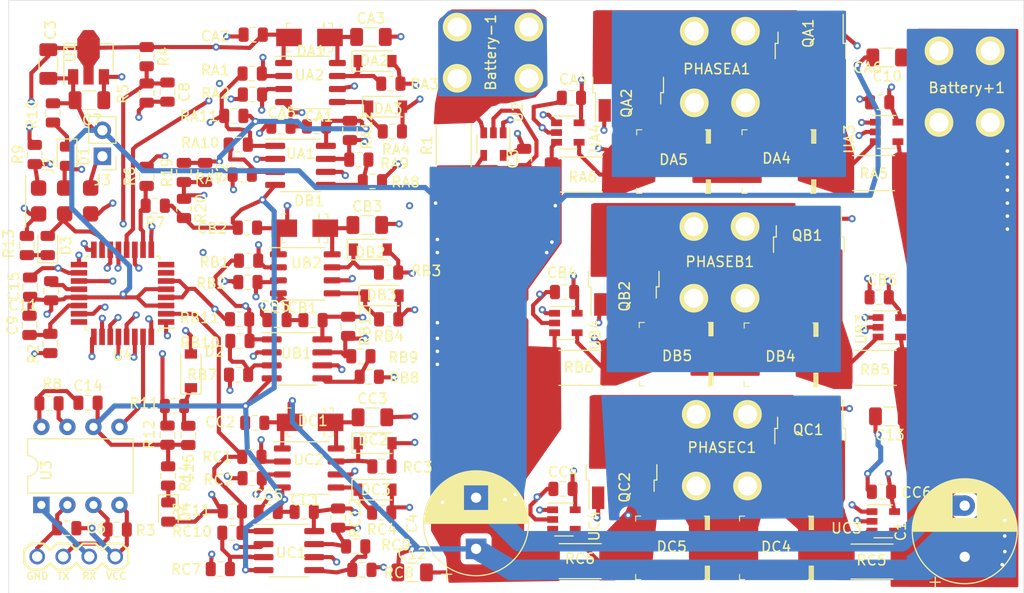
<source format=kicad_pcb>
(kicad_pcb (version 20171130) (host pcbnew 5.1.5+dfsg1-2build2)
  (layers (0 F.Cu signal) (1 In1.Cu signal) (2 In2.Cu signal) (31 B.Cu signal) (34 B.Paste user) (35 F.Paste user) (36 B.SilkS user) (37 F.SilkS user) (38 B.Mask user) (39 F.Mask user) (44 Edge.Cuts user))
  (net 0 "")
  (net 1 GND)
  (net 2 VCC)
  (net 3 +5V)
  (net 4 MISO)
  (net 5 SCK)
  (net 6 MOSI)
  (net 7 RESET)
  (net 8 AH)
  (net 9 AL)
  (net 10 ALS)
  (net 11 RX)
  (net 12 TX)
  (net 13 "Net-(RA10-Pad2)")
  (net 14 THRESH)
  (net 15 "Net-(D4-Pad1)")
  (net 16 "Net-(C8-Pad1)")
  (net 17 "Net-(C9-Pad1)")
  (net 18 "Net-(D1-Pad1)")
  (net 19 AHS)
  (net 20 BHS)
  (net 21 CHS)
  (net 22 BH)
  (net 23 BLS)
  (net 24 CH)
  (net 25 CLS)
  (net 26 BL)
  (net 27 CL)
  (net 28 "Net-(RB10-Pad2)")
  (net 29 "Net-(RC10-Pad2)")
  (net 30 "Net-(Battery-1-Pad1)")
  (net 31 PHASEA)
  (net 32 "Net-(C6-Pad1)")
  (net 33 "Net-(C6-Pad2)")
  (net 34 "Net-(C11-Pad2)")
  (net 35 "Net-(C16-Pad1)")
  (net 36 "Net-(CA3-Pad1)")
  (net 37 "Net-(CA4-Pad1)")
  (net 38 "Net-(CB3-Pad1)")
  (net 39 /PhaseB/PHASE)
  (net 40 "Net-(CB4-Pad1)")
  (net 41 "Net-(CC3-Pad1)")
  (net 42 /PhaseC/PHASE)
  (net 43 "Net-(CC4-Pad1)")
  (net 44 "Net-(D3-Pad1)")
  (net 45 "Net-(DA2-Pad1)")
  (net 46 "Net-(DA2-Pad2)")
  (net 47 "Net-(DA3-Pad2)")
  (net 48 "Net-(DA3-Pad1)")
  (net 49 "Net-(DA4-Pad1)")
  (net 50 "Net-(DB2-Pad1)")
  (net 51 "Net-(DB2-Pad2)")
  (net 52 "Net-(DB3-Pad2)")
  (net 53 "Net-(DB3-Pad1)")
  (net 54 "Net-(DB4-Pad1)")
  (net 55 "Net-(DC2-Pad1)")
  (net 56 "Net-(DC2-Pad2)")
  (net 57 "Net-(DC3-Pad2)")
  (net 58 "Net-(DC3-Pad1)")
  (net 59 "Net-(DC4-Pad1)")
  (net 60 "Net-(J1-Pad2)")
  (net 61 "Net-(J1-Pad3)")
  (net 62 "Net-(R2-Pad1)")
  (net 63 "Net-(R6-Pad1)")
  (net 64 "Net-(R11-Pad2)")
  (net 65 "Net-(RA7-Pad1)")
  (net 66 /PhaseA/CURL)
  (net 67 "Net-(RA8-Pad1)")
  (net 68 "Net-(RB7-Pad1)")
  (net 69 "Net-(RB8-Pad1)")
  (net 70 /PhaseB/CURL)
  (net 71 "Net-(RC7-Pad1)")
  (net 72 /PhaseC/CURL)
  (net 73 "Net-(RC8-Pad1)")
  (net 74 "Net-(U4-Pad7)")
  (net 75 "Net-(U4-Pad8)")
  (net 76 CURLA)
  (module footprints:screw_terminal (layer F.Cu) (at 175.615 65.79 180)
    (fp_text reference Battery+1 (at 2.29 3.39) (layer F.SilkS))
    (fp_text value Conn_01x01)
    (pad 1 thru_hole circle (at 5 7 180) (size 2.8 2.8) (drill 1.85) (layers *.Cu *.Mask F.SilkS) (net 2 VCC))
    (pad 1 thru_hole circle (at 0 7 180) (size 2.8 2.8) (drill 1.85) (layers *.Cu *.Mask F.SilkS) (net 2 VCC))
    (pad 1 thru_hole circle (at 5 0 180) (size 2.8 2.8) (drill 1.85) (layers *.Cu *.Mask F.SilkS) (net 2 VCC))
    (pad 1 thru_hole circle (at 0 0 180) (size 2.8 2.8) (drill 1.85) (layers *.Cu *.Mask F.SilkS) (net 2 VCC))
  )
  (module footprints:screw_terminal (layer F.Cu) (at 123.595 61.47 90)
    (fp_text reference Battery-1 (at 2.53 3.28 90) (layer F.SilkS))
    (fp_text value Conn_01x01)
    (pad 1 thru_hole circle (at 0 0 90) (size 2.8 2.8) (drill 1.85) (layers *.Cu *.Mask F.SilkS) (net 30 "Net-(Battery-1-Pad1)"))
    (pad 1 thru_hole circle (at 5 0 90) (size 2.8 2.8) (drill 1.85) (layers *.Cu *.Mask F.SilkS) (net 30 "Net-(Battery-1-Pad1)"))
    (pad 1 thru_hole circle (at 0 7 90) (size 2.8 2.8) (drill 1.85) (layers *.Cu *.Mask F.SilkS) (net 30 "Net-(Battery-1-Pad1)"))
    (pad 1 thru_hole circle (at 5 7 90) (size 2.8 2.8) (drill 1.85) (layers *.Cu *.Mask F.SilkS) (net 30 "Net-(Battery-1-Pad1)"))
  )
  (module Capacitor_THT:CP_Radial_D10.0mm_P5.00mm (layer F.Cu) (at 173.125 108.206 90)
    (fp_text reference C1 (at 2.5 -6.25 90) (layer F.SilkS))
    (fp_text value 330uF)
    (pad 2 thru_hole circle (at 5 0 90) (size 2 2) (drill 1) (layers *.Cu *.Mask) (net 1 GND))
    (pad 1 thru_hole rect (at 0 0 90) (size 2 2) (drill 1) (layers *.Cu *.Mask) (net 2 VCC))
  )
  (module Capacitor_SMD:C_0805_2012Metric (layer F.Cu) (at 99.009 70.668 270)
    (fp_text reference C2 (at 0 -1.65 90) (layer F.SilkS))
    (fp_text value 1uF)
    (pad 1 smd roundrect (at -0.9375 0 270) (size 0.975 1.4) (layers F.Cu F.Paste F.Mask) (net 3 +5V))
    (pad 2 smd roundrect (at 0.9375 0 270) (size 0.975 1.4) (layers F.Cu F.Paste F.Mask) (net 14 THRESH))
  )
  (module Capacitor_SMD:C_1206_3216Metric (layer F.Cu) (at 83.705 60.08 270)
    (fp_text reference C3 (at -3.33 -0.21 90) (layer F.SilkS))
    (fp_text value 10uF)
    (pad 2 smd roundrect (at 1.4 0 270) (size 1.25 1.75) (layers F.Cu F.Paste F.Mask) (roundrect_rratio 0.2) (net 1 GND))
    (pad 1 smd roundrect (at -1.4 0 270) (size 1.25 1.75) (layers F.Cu F.Paste F.Mask) (roundrect_rratio 0.2) (net 2 VCC))
  )
  (module Capacitor_THT:CP_Radial_D10.0mm_P5.00mm (layer F.Cu) (at 125.445 107.43 90)
    (fp_text reference C4 (at 2.5 -6.25 90) (layer F.SilkS))
    (fp_text value 330uF)
    (pad 1 thru_hole rect (at 0 0 90) (size 2 2) (drill 1) (layers *.Cu *.Mask) (net 2 VCC))
    (pad 2 thru_hole circle (at 5 0 90) (size 2 2) (drill 1) (layers *.Cu *.Mask) (net 1 GND))
  )
  (module Capacitor_SMD:C_0805_2012Metric (layer F.Cu) (at 130.135 69.2975 270)
    (fp_text reference C5 (at 0.04 1.0975 90) (layer F.SilkS))
    (fp_text value .1uF)
    (pad 2 smd roundrect (at 0.9375 0 270) (size 0.975 1.4) (layers F.Cu F.Paste F.Mask) (net 1 GND))
    (pad 1 smd roundrect (at -0.9375 0 270) (size 0.975 1.4) (layers F.Cu F.Paste F.Mask) (net 3 +5V))
  )
  (module Capacitor_SMD:C_0805_2012Metric (layer F.Cu) (at 85.5015 105.412 180)
    (fp_text reference C6 (at -2.87 0.03) (layer F.SilkS))
    (fp_text value .1uF)
    (pad 1 smd roundrect (at -0.9375 0 180) (size 0.975 1.4) (layers F.Cu F.Paste F.Mask) (net 32 "Net-(C6-Pad1)"))
    (pad 2 smd roundrect (at 0.9375 0 180) (size 0.975 1.4) (layers F.Cu F.Paste F.Mask) (net 33 "Net-(C6-Pad2)"))
  )
  (module Capacitor_SMD:C_1206_3216Metric (layer F.Cu) (at 87.715 63.61 180)
    (fp_text reference C7 (at -0.248 -1.924) (layer F.SilkS))
    (fp_text value 10uF)
    (pad 1 smd roundrect (at -1.4 0 180) (size 1.25 1.75) (layers F.Cu F.Paste F.Mask) (roundrect_rratio 0.2) (net 3 +5V))
    (pad 2 smd roundrect (at 1.4 0 180) (size 1.25 1.75) (layers F.Cu F.Paste F.Mask) (roundrect_rratio 0.2) (net 1 GND))
  )
  (module Capacitor_SMD:C_0805_2012Metric (layer F.Cu) (at 95.329 62.8185 270)
    (fp_text reference C8 (at 0 -1.65 90) (layer F.SilkS))
    (fp_text value .1uF)
    (pad 1 smd roundrect (at -0.9375 0 270) (size 0.975 1.4) (layers F.Cu F.Paste F.Mask) (net 16 "Net-(C8-Pad1)"))
    (pad 2 smd roundrect (at 0.9375 0 270) (size 0.975 1.4) (layers F.Cu F.Paste F.Mask) (net 1 GND))
  )
  (module Capacitor_SMD:C_0805_2012Metric (layer F.Cu) (at 81.867 85.6 90)
    (fp_text reference C9 (at 0 -1.65 90) (layer F.SilkS))
    (fp_text value 1uF)
    (pad 2 smd roundrect (at 0.9375 0 90) (size 0.975 1.4) (layers F.Cu F.Paste F.Mask) (net 1 GND))
    (pad 1 smd roundrect (at -0.9375 0 90) (size 0.975 1.4) (layers F.Cu F.Paste F.Mask) (net 17 "Net-(C9-Pad1)"))
  )
  (module Capacitor_SMD:C_1206_3216Metric (layer F.Cu) (at 165.557 59.438 180)
    (fp_text reference C10 (at 0 -1.82) (layer F.SilkS))
    (fp_text value 10uF)
    (pad 2 smd roundrect (at 1.4 0 180) (size 1.25 1.75) (layers F.Cu F.Paste F.Mask) (roundrect_rratio 0.2) (net 1 GND))
    (pad 1 smd roundrect (at -1.4 0 180) (size 1.25 1.75) (layers F.Cu F.Paste F.Mask) (roundrect_rratio 0.2) (net 2 VCC))
  )
  (module Capacitor_SMD:C_0805_2012Metric (layer F.Cu) (at 83.985 82.2195 90)
    (fp_text reference C11 (at -1.4 -2.77 180) (layer F.SilkS))
    (fp_text value .1uF)
    (pad 2 smd roundrect (at 0.9375 0 90) (size 0.975 1.4) (layers F.Cu F.Paste F.Mask) (net 34 "Net-(C11-Pad2)"))
    (pad 1 smd roundrect (at -0.9375 0 90) (size 0.975 1.4) (layers F.Cu F.Paste F.Mask) (net 1 GND))
  )
  (module Capacitor_SMD:C_1206_3216Metric (layer F.Cu) (at 119.205 109.73)
    (fp_text reference C12 (at 0 -1.82) (layer F.SilkS))
    (fp_text value 10uF)
    (pad 1 smd roundrect (at -1.4 0) (size 1.25 1.75) (layers F.Cu F.Paste F.Mask) (roundrect_rratio 0.2) (net 2 VCC))
    (pad 2 smd roundrect (at 1.4 0) (size 1.25 1.75) (layers F.Cu F.Paste F.Mask) (roundrect_rratio 0.2) (net 1 GND))
  )
  (module Capacitor_SMD:C_1206_3216Metric (layer F.Cu) (at 165.817 94.49 180)
    (fp_text reference C13 (at 0 -1.82) (layer F.SilkS))
    (fp_text value 10uF)
    (pad 2 smd roundrect (at 1.4 0 180) (size 1.25 1.75) (layers F.Cu F.Paste F.Mask) (roundrect_rratio 0.2) (net 1 GND))
    (pad 1 smd roundrect (at -1.4 0 180) (size 1.25 1.75) (layers F.Cu F.Paste F.Mask) (roundrect_rratio 0.2) (net 2 VCC))
  )
  (module Capacitor_SMD:C_0805_2012Metric (layer F.Cu) (at 87.575 93.16)
    (fp_text reference C14 (at 0 -1.65) (layer F.SilkS))
    (fp_text value .1uF)
    (pad 1 smd roundrect (at -0.9375 0) (size 0.975 1.4) (layers F.Cu F.Paste F.Mask) (net 3 +5V))
    (pad 2 smd roundrect (at 0.9375 0) (size 0.975 1.4) (layers F.Cu F.Paste F.Mask) (net 1 GND))
  )
  (module Capacitor_SMD:C_0805_2012Metric (layer F.Cu) (at 81.925 81.8685 90)
    (fp_text reference C15 (at 0.0785 -1.582 270) (layer F.SilkS))
    (fp_text value .1uF)
    (pad 2 smd roundrect (at 0.9375 0 90) (size 0.975 1.4) (layers F.Cu F.Paste F.Mask) (net 3 +5V))
    (pad 1 smd roundrect (at -0.9375 0 90) (size 0.975 1.4) (layers F.Cu F.Paste F.Mask) (net 1 GND))
  )
  (module Capacitor_SMD:C_0805_2012Metric (layer F.Cu) (at 97.361 96.3465 270)
    (fp_text reference C16 (at 3.24 -0.01 90) (layer F.SilkS))
    (fp_text value 1uF)
    (pad 2 smd roundrect (at 0.9375 0 270) (size 0.975 1.4) (layers F.Cu F.Paste F.Mask) (net 1 GND))
    (pad 1 smd roundrect (at -0.9375 0 270) (size 0.975 1.4) (layers F.Cu F.Paste F.Mask) (net 35 "Net-(C16-Pad1)"))
  )
  (module Capacitor_SMD:C_0805_2012Metric (layer F.Cu) (at 109.8725 66.175 180)
    (fp_text reference CA1 (at -0.2525 0.985) (layer F.SilkS))
    (fp_text value .1uF)
    (pad 1 smd roundrect (at -0.9375 0 180) (size 0.975 1.4) (layers F.Cu F.Paste F.Mask) (net 3 +5V))
    (pad 2 smd roundrect (at 0.9375 0 180) (size 0.975 1.4) (layers F.Cu F.Paste F.Mask) (net 1 GND))
  )
  (module Capacitor_SMD:C_0805_2012Metric (layer F.Cu) (at 103.6975 57.21 180)
    (fp_text reference CA2 (at 3.7125 -0.15) (layer F.SilkS))
    (fp_text value 1uF)
    (pad 2 smd roundrect (at 0.9375 0 180) (size 0.975 1.4) (layers F.Cu F.Paste F.Mask) (net 1 GND))
    (pad 1 smd roundrect (at -0.9375 0 180) (size 0.975 1.4) (layers F.Cu F.Paste F.Mask) (net 2 VCC))
  )
  (module Capacitor_SMD:C_1206_3216Metric (layer F.Cu) (at 115.185 57.435)
    (fp_text reference CA3 (at 0 -1.82) (layer F.SilkS))
    (fp_text value 10uF)
    (pad 2 smd roundrect (at 1.4 0) (size 1.25 1.75) (layers F.Cu F.Paste F.Mask) (roundrect_rratio 0.2) (net 31 PHASEA))
    (pad 1 smd roundrect (at -1.4 0) (size 1.25 1.75) (layers F.Cu F.Paste F.Mask) (roundrect_rratio 0.2) (net 36 "Net-(CA3-Pad1)"))
  )
  (module Capacitor_SMD:C_0805_2012Metric (layer F.Cu) (at 134.7475 63.38)
    (fp_text reference CA4 (at 0.1875 -1.8) (layer F.SilkS))
    (fp_text value .1uF)
    (pad 2 smd roundrect (at 0.9375 0) (size 0.975 1.4) (layers F.Cu F.Paste F.Mask) (net 3 +5V))
    (pad 1 smd roundrect (at -0.9375 0) (size 0.975 1.4) (layers F.Cu F.Paste F.Mask) (net 37 "Net-(CA4-Pad1)"))
  )
  (module Capacitor_SMD:C_0805_2012Metric (layer F.Cu) (at 106.4025 66.19)
    (fp_text reference CA5 (at 0.0825 -1.34) (layer F.SilkS))
    (fp_text value .1uF)
    (pad 2 smd roundrect (at 0.9375 0) (size 0.975 1.4) (layers F.Cu F.Paste F.Mask) (net 1 GND))
    (pad 1 smd roundrect (at -0.9375 0) (size 0.975 1.4) (layers F.Cu F.Paste F.Mask) (net 14 THRESH))
  )
  (module Capacitor_SMD:C_0805_2012Metric (layer F.Cu) (at 164.825 63.81 180)
    (fp_text reference CA6 (at 1.15 3.38) (layer F.SilkS))
    (fp_text value .1uF)
    (pad 2 smd roundrect (at 0.9375 0 180) (size 0.975 1.4) (layers F.Cu F.Paste F.Mask) (net 1 GND))
    (pad 1 smd roundrect (at -0.9375 0 180) (size 0.975 1.4) (layers F.Cu F.Paste F.Mask) (net 3 +5V))
  )
  (module Capacitor_SMD:C_0805_2012Metric (layer F.Cu) (at 109.5325 85.09 180)
    (fp_text reference CB1 (at 1.0325 1.2) (layer F.SilkS))
    (fp_text value .1uF)
    (pad 1 smd roundrect (at -0.9375 0 180) (size 0.975 1.4) (layers F.Cu F.Paste F.Mask) (net 3 +5V))
    (pad 2 smd roundrect (at 0.9375 0 180) (size 0.975 1.4) (layers F.Cu F.Paste F.Mask) (net 1 GND))
  )
  (module Capacitor_SMD:C_0805_2012Metric (layer F.Cu) (at 103.1325 76.06 180)
    (fp_text reference CB2 (at 3.4375 -0.06) (layer F.SilkS))
    (fp_text value 1uF)
    (pad 1 smd roundrect (at -0.9375 0 180) (size 0.975 1.4) (layers F.Cu F.Paste F.Mask) (net 2 VCC))
    (pad 2 smd roundrect (at 0.9375 0 180) (size 0.975 1.4) (layers F.Cu F.Paste F.Mask) (net 1 GND))
  )
  (module Capacitor_SMD:C_1206_3216Metric (layer F.Cu) (at 114.825 75.8)
    (fp_text reference CB3 (at 0 -1.82) (layer F.SilkS))
    (fp_text value 10uF)
    (pad 1 smd roundrect (at -1.4 0) (size 1.25 1.75) (layers F.Cu F.Paste F.Mask) (roundrect_rratio 0.2) (net 38 "Net-(CB3-Pad1)"))
    (pad 2 smd roundrect (at 1.4 0) (size 1.25 1.75) (layers F.Cu F.Paste F.Mask) (roundrect_rratio 0.2) (net 39 /PhaseB/PHASE))
  )
  (module Capacitor_SMD:C_0805_2012Metric (layer F.Cu) (at 134.0775 82.35)
    (fp_text reference CB4 (at -0.24 -1.89 180) (layer F.SilkS))
    (fp_text value .1uF)
    (pad 2 smd roundrect (at 0.9375 0) (size 0.975 1.4) (layers F.Cu F.Paste F.Mask) (net 3 +5V))
    (pad 1 smd roundrect (at -0.9375 0) (size 0.975 1.4) (layers F.Cu F.Paste F.Mask) (net 40 "Net-(CB4-Pad1)"))
  )
  (module Capacitor_SMD:C_0805_2012Metric (layer F.Cu) (at 106.015 85.08)
    (fp_text reference CB5 (at -0.21 -1.34) (layer F.SilkS))
    (fp_text value .1uF)
    (pad 1 smd roundrect (at -0.9375 0) (size 0.975 1.4) (layers F.Cu F.Paste F.Mask) (net 14 THRESH))
    (pad 2 smd roundrect (at 0.9375 0) (size 0.975 1.4) (layers F.Cu F.Paste F.Mask) (net 1 GND))
  )
  (module Capacitor_SMD:C_0805_2012Metric (layer F.Cu) (at 164.7825 82.86 180)
    (fp_text reference CB6 (at -0.2925 1.71) (layer F.SilkS))
    (fp_text value .1uF)
    (pad 1 smd roundrect (at -0.9375 0 180) (size 0.975 1.4) (layers F.Cu F.Paste F.Mask) (net 3 +5V))
    (pad 2 smd roundrect (at 0.9375 0 180) (size 0.975 1.4) (layers F.Cu F.Paste F.Mask) (net 1 GND))
  )
  (module Capacitor_SMD:C_0805_2012Metric (layer F.Cu) (at 108.6725 103.81 180)
    (fp_text reference CC1 (at -0.1225 1.14) (layer F.SilkS))
    (fp_text value .1uF)
    (pad 1 smd roundrect (at -0.9375 0 180) (size 0.975 1.4) (layers F.Cu F.Paste F.Mask) (net 3 +5V))
    (pad 2 smd roundrect (at 0.9375 0 180) (size 0.975 1.4) (layers F.Cu F.Paste F.Mask) (net 1 GND))
  )
  (module Capacitor_SMD:C_0805_2012Metric (layer F.Cu) (at 103.8465 95.12 180)
    (fp_text reference CC2 (at 3.3675 0.08) (layer F.SilkS))
    (fp_text value 1uF)
    (pad 2 smd roundrect (at 0.9375 0 180) (size 0.975 1.4) (layers F.Cu F.Paste F.Mask) (net 1 GND))
    (pad 1 smd roundrect (at -0.9375 0 180) (size 0.975 1.4) (layers F.Cu F.Paste F.Mask) (net 2 VCC))
  )
  (module Capacitor_SMD:C_1206_3216Metric (layer F.Cu) (at 115.329 94.58)
    (fp_text reference CC3 (at 0 -1.82) (layer F.SilkS))
    (fp_text value 10uF)
    (pad 1 smd roundrect (at -1.4 0) (size 1.25 1.75) (layers F.Cu F.Paste F.Mask) (roundrect_rratio 0.2) (net 41 "Net-(CC3-Pad1)"))
    (pad 2 smd roundrect (at 1.4 0) (size 1.25 1.75) (layers F.Cu F.Paste F.Mask) (roundrect_rratio 0.2) (net 42 /PhaseC/PHASE))
  )
  (module Capacitor_SMD:C_0805_2012Metric (layer F.Cu) (at 133.9225 101.57)
    (fp_text reference CC4 (at 0 -1.65) (layer F.SilkS))
    (fp_text value .1uF)
    (pad 2 smd roundrect (at 0.9375 0) (size 0.975 1.4) (layers F.Cu F.Paste F.Mask) (net 3 +5V))
    (pad 1 smd roundrect (at -0.9375 0) (size 0.975 1.4) (layers F.Cu F.Paste F.Mask) (net 43 "Net-(CC4-Pad1)"))
  )
  (module Capacitor_SMD:C_0805_2012Metric (layer F.Cu) (at 105.1575 103.82)
    (fp_text reference CC5 (at 0 -1.65) (layer F.SilkS))
    (fp_text value .1uF)
    (pad 1 smd roundrect (at -0.9375 0) (size 0.975 1.4) (layers F.Cu F.Paste F.Mask) (net 14 THRESH))
    (pad 2 smd roundrect (at 0.9375 0) (size 0.975 1.4) (layers F.Cu F.Paste F.Mask) (net 1 GND))
  )
  (module Capacitor_SMD:C_0805_2012Metric (layer F.Cu) (at 165.0035 101.856 180)
    (fp_text reference CC6 (at -3.43 -0.07) (layer F.SilkS))
    (fp_text value .1uF)
    (pad 1 smd roundrect (at -0.9375 0 180) (size 0.975 1.4) (layers F.Cu F.Paste F.Mask) (net 3 +5V))
    (pad 2 smd roundrect (at 0.9375 0 180) (size 0.975 1.4) (layers F.Cu F.Paste F.Mask) (net 1 GND))
  )
  (module LED_SMD:LED_0805_2012Metric (layer F.Cu) (at 85.529 69.084 270)
    (fp_text reference D1 (at 0 -1.65 90) (layer F.SilkS))
    (fp_text value BLUE)
    (pad 1 smd roundrect (at -0.9375 0 270) (size 0.975 1.4) (layers F.Cu F.Paste F.Mask) (net 18 "Net-(D1-Pad1)"))
    (pad 2 smd roundrect (at 0.9375 0 270) (size 0.975 1.4) (layers F.Cu F.Paste F.Mask) (net 5 SCK))
  )
  (module Diode_SMD:D_SOD-123 (layer F.Cu) (at 97.615 90.046 90)
    (fp_text reference D2 (at 1.89 2.3 180) (layer F.SilkS))
    (fp_text value D)
    (pad 1 smd rect (at -1.65 0 90) (size 0.9 1.2) (layers F.Cu F.Paste F.Mask) (net 35 "Net-(C16-Pad1)"))
    (pad 2 smd rect (at 1.65 0 90) (size 0.9 1.2) (layers F.Cu F.Paste F.Mask) (net 31 PHASEA))
  )
  (module LED_SMD:LED_0805_2012Metric (layer F.Cu) (at 83.645 77.8045 90)
    (fp_text reference D3 (at 0 1.778 90) (layer F.SilkS))
    (fp_text value GREEN)
    (pad 2 smd roundrect (at 0.9375 0 90) (size 0.975 1.4) (layers F.Cu F.Paste F.Mask) (net 6 MOSI))
    (pad 1 smd roundrect (at -0.9375 0 90) (size 0.975 1.4) (layers F.Cu F.Paste F.Mask) (net 44 "Net-(D3-Pad1)"))
  )
  (module LED_SMD:LED_0805_2012Metric (layer F.Cu) (at 95.413 103.834 270)
    (fp_text reference D4 (at 0 -1.65 90) (layer F.SilkS))
    (fp_text value RED)
    (pad 1 smd roundrect (at -0.9375 0 270) (size 0.975 1.4) (layers F.Cu F.Paste F.Mask) (net 15 "Net-(D4-Pad1)"))
    (pad 2 smd roundrect (at 0.9375 0 270) (size 0.975 1.4) (layers F.Cu F.Paste F.Mask) (net 3 +5V))
  )
  (module footprints:DO-214AC (layer F.Cu) (at 109.185 57.485 180)
    (fp_text reference DA1 (at -0.15 -1.335) (layer F.SilkS))
    (fp_text value D)
    (pad 1 smd rect (at -2 0 180) (size 2.5 1.7) (layers F.Cu F.Paste F.Mask) (net 36 "Net-(CA3-Pad1)"))
    (pad 2 smd rect (at 2 0 180) (size 2.5 1.7) (layers F.Cu F.Paste F.Mask) (net 2 VCC))
  )
  (module Diode_SMD:D_SOD-123 (layer F.Cu) (at 115.585 59.79)
    (fp_text reference DA2 (at -0.075 -0.05) (layer F.SilkS))
    (fp_text value D)
    (pad 1 smd rect (at -1.65 0) (size 0.9 1.2) (layers F.Cu F.Paste F.Mask) (net 45 "Net-(DA2-Pad1)"))
    (pad 2 smd rect (at 1.65 0) (size 0.9 1.2) (layers F.Cu F.Paste F.Mask) (net 46 "Net-(DA2-Pad2)"))
  )
  (module Diode_SMD:D_SOD-123 (layer F.Cu) (at 116.615 64.24)
    (fp_text reference DA3 (at 0.25 0.2) (layer F.SilkS))
    (fp_text value D)
    (pad 2 smd rect (at 1.65 0) (size 0.9 1.2) (layers F.Cu F.Paste F.Mask) (net 47 "Net-(DA3-Pad2)"))
    (pad 1 smd rect (at -1.65 0) (size 0.9 1.2) (layers F.Cu F.Paste F.Mask) (net 48 "Net-(DA3-Pad1)"))
  )
  (module footprints:DO-214AB (layer F.Cu) (at 154.995 69.6 180)
    (fp_text reference DA4 (at 0.225 0.31) (layer F.SilkS))
    (fp_text value D_Schottky)
    (pad 2 smd rect (at 3.45 0.01 180) (size 2.5 3.3) (layers F.Cu F.Paste F.Mask) (net 31 PHASEA))
    (pad 1 smd rect (at -3.45 0 180) (size 2.5 3.3) (layers F.Cu F.Paste F.Mask) (net 49 "Net-(DA4-Pad1)"))
  )
  (module footprints:DO-214AB (layer F.Cu) (at 144.715 69.6 180)
    (fp_text reference DA5 (at 0 0.185) (layer F.SilkS))
    (fp_text value D_Schottky)
    (pad 1 smd rect (at -3.45 0 180) (size 2.5 3.3) (layers F.Cu F.Paste F.Mask) (net 31 PHASEA))
    (pad 2 smd rect (at 3.45 0.01 180) (size 2.5 3.3) (layers F.Cu F.Paste F.Mask) (net 37 "Net-(CA4-Pad1)"))
  )
  (module footprints:DO-214AC (layer F.Cu) (at 108.725 76.11 180)
    (fp_text reference DB1 (at -0.43 2.67) (layer F.SilkS))
    (fp_text value D)
    (pad 2 smd rect (at 2 0 180) (size 2.5 1.7) (layers F.Cu F.Paste F.Mask) (net 2 VCC))
    (pad 1 smd rect (at -2 0 180) (size 2.5 1.7) (layers F.Cu F.Paste F.Mask) (net 38 "Net-(CB3-Pad1)"))
  )
  (module Diode_SMD:D_SOD-123 (layer F.Cu) (at 115.125 78.2)
    (fp_text reference DB2 (at -0.01 0.26) (layer F.SilkS))
    (fp_text value D)
    (pad 1 smd rect (at -1.65 0) (size 0.9 1.2) (layers F.Cu F.Paste F.Mask) (net 50 "Net-(DB2-Pad1)"))
    (pad 2 smd rect (at 1.65 0) (size 0.9 1.2) (layers F.Cu F.Paste F.Mask) (net 51 "Net-(DB2-Pad2)"))
  )
  (module Diode_SMD:D_SOD-123 (layer F.Cu) (at 116.275 82.69)
    (fp_text reference DB3 (at -0.05 -0.06) (layer F.SilkS))
    (fp_text value D)
    (pad 2 smd rect (at 1.65 0) (size 0.9 1.2) (layers F.Cu F.Paste F.Mask) (net 52 "Net-(DB3-Pad2)"))
    (pad 1 smd rect (at -1.65 0) (size 0.9 1.2) (layers F.Cu F.Paste F.Mask) (net 53 "Net-(DB3-Pad1)"))
  )
  (module footprints:DO-214AB (layer F.Cu) (at 155.205 88.47 180)
    (fp_text reference DB4 (at 0.06 -0.16) (layer F.SilkS))
    (fp_text value D_Schottky)
    (pad 1 smd rect (at -3.45 0 180) (size 2.5 3.3) (layers F.Cu F.Paste F.Mask) (net 54 "Net-(DB4-Pad1)"))
    (pad 2 smd rect (at 3.45 0.01 180) (size 2.5 3.3) (layers F.Cu F.Paste F.Mask) (net 39 /PhaseB/PHASE))
  )
  (module footprints:DO-214AB (layer F.Cu) (at 144.965 88.42 180)
    (fp_text reference DB5 (at -0.09 -0.16) (layer F.SilkS))
    (fp_text value D_Schottky)
    (pad 2 smd rect (at 3.45 0.01 180) (size 2.5 3.3) (layers F.Cu F.Paste F.Mask) (net 40 "Net-(CB4-Pad1)"))
    (pad 1 smd rect (at -3.45 0 180) (size 2.5 3.3) (layers F.Cu F.Paste F.Mask) (net 39 /PhaseB/PHASE))
  )
  (module footprints:DO-214AC (layer F.Cu) (at 109.249 95.07 180)
    (fp_text reference DC1 (at -0.26 0.15) (layer F.SilkS))
    (fp_text value D)
    (pad 2 smd rect (at 2 0 180) (size 2.5 1.7) (layers F.Cu F.Paste F.Mask) (net 2 VCC))
    (pad 1 smd rect (at -2 0 180) (size 2.5 1.7) (layers F.Cu F.Paste F.Mask) (net 41 "Net-(CC3-Pad1)"))
  )
  (module Diode_SMD:D_SOD-123 (layer F.Cu) (at 115.589 97.11)
    (fp_text reference DC2 (at -0.18 -0.32) (layer F.SilkS))
    (fp_text value D)
    (pad 1 smd rect (at -1.65 0) (size 0.9 1.2) (layers F.Cu F.Paste F.Mask) (net 55 "Net-(DC2-Pad1)"))
    (pad 2 smd rect (at 1.65 0) (size 0.9 1.2) (layers F.Cu F.Paste F.Mask) (net 56 "Net-(DC2-Pad2)"))
  )
  (module Diode_SMD:D_SOD-123 (layer F.Cu) (at 115.579 101.65)
    (fp_text reference DC3 (at 0.07 0) (layer F.SilkS))
    (fp_text value D)
    (pad 2 smd rect (at 1.65 0) (size 0.9 1.2) (layers F.Cu F.Paste F.Mask) (net 57 "Net-(DC3-Pad2)"))
    (pad 1 smd rect (at -1.65 0) (size 0.9 1.2) (layers F.Cu F.Paste F.Mask) (net 58 "Net-(DC3-Pad1)"))
  )
  (module footprints:DO-214AB (layer F.Cu) (at 154.755 107.33 180)
    (fp_text reference DC4 (at 0.03 0.09) (layer F.SilkS))
    (fp_text value D_Schottky)
    (pad 1 smd rect (at -3.45 0 180) (size 2.5 3.3) (layers F.Cu F.Paste F.Mask) (net 59 "Net-(DC4-Pad1)"))
    (pad 2 smd rect (at 3.45 0.01 180) (size 2.5 3.3) (layers F.Cu F.Paste F.Mask) (net 42 /PhaseC/PHASE))
  )
  (module footprints:DO-214AB (layer F.Cu) (at 144.615 107.33 180)
    (fp_text reference DC5 (at 0.08 0.11) (layer F.SilkS))
    (fp_text value D_Schottky)
    (pad 2 smd rect (at 3.45 0.01 180) (size 2.5 3.3) (layers F.Cu F.Paste F.Mask) (net 43 "Net-(CC4-Pad1)"))
    (pad 1 smd rect (at -3.45 0 180) (size 2.5 3.3) (layers F.Cu F.Paste F.Mask) (net 42 /PhaseC/PHASE))
  )
  (module footprints:uart (layer F.Cu) (at 90.235 108.18 180)
    (fp_text reference J1 hide)
    (fp_text value UART_Device hide)
    (fp_text user GND (at 7.6 -1.9) (layer F.SilkS) (effects (font (size 0.7 0.7) (thickness 0.12))))
    (fp_text user RX (at 2.54 -1.905) (layer F.SilkS) (effects (font (size 0.7 0.7) (thickness 0.12))))
    (fp_text user TX (at 5.08 -1.905) (layer F.SilkS) (effects (font (size 0.7 0.7) (thickness 0.12))))
    (fp_text user VCC (at -0.1 -1.9) (layer F.SilkS) (effects (font (size 0.7 0.7) (thickness 0.12))))
    (pad 1 thru_hole oval (at 0 0 270) (size 1.524 1.524) (drill 1.016) (layers *.Cu *.Mask) (net 32 "Net-(C6-Pad1)"))
    (pad 2 thru_hole oval (at 2.54 0 270) (size 1.524 1.524) (drill 1.016) (layers *.Cu *.Mask) (net 60 "Net-(J1-Pad2)"))
    (pad 3 thru_hole oval (at 5.08 0 270) (size 1.524 1.524) (drill 1.016) (layers *.Cu *.Mask) (net 61 "Net-(J1-Pad3)"))
    (pad 4 thru_hole oval (at 7.62 0 270) (size 1.524 1.524) (drill 1.016) (layers *.Cu *.Mask) (net 33 "Net-(C6-Pad2)"))
  )
  (module footprints:ISP (layer F.Cu) (at 85.295 72.19 270)
    (fp_text reference J2 (at -2.125 1.54 90) (layer F.SilkS))
    (fp_text value ISP)
    (pad 1 smd roundrect (at 0 -2.54 270) (size 1.5 1.5) (layers F.Cu F.Paste F.Mask) (net 4 MISO))
    (pad 4 smd roundrect (at 2.525 -2.54 270) (size 1.5 1.5) (layers F.Cu F.Paste F.Mask) (net 3 +5V))
    (pad 2 smd roundrect (at 0 0 270) (size 1.5 1.5) (layers F.Cu F.Paste F.Mask) (net 5 SCK))
    (pad 5 smd roundrect (at 2.525 0 270) (size 1.5 1.5) (layers F.Cu F.Paste F.Mask) (net 6 MOSI))
    (pad 3 smd roundrect (at 0 2.54 270) (size 1.5 1.5) (layers F.Cu F.Paste F.Mask) (net 7 RESET))
    (pad 6 smd roundrect (at 2.525 2.54 270) (size 1.5 1.5) (layers F.Cu F.Paste F.Mask) (net 1 GND))
  )
  (module Connector_PinHeader_2.54mm:PinHeader_1x02_P2.54mm_Vertical (layer F.Cu) (at 88.979 69.09 180)
    (fp_text reference J3 (at 0 -2.33) (layer F.SilkS))
    (fp_text value start)
    (pad 1 thru_hole rect (at 0 0 180) (size 1.7 1.7) (drill 1) (layers *.Cu *.Mask) (net 4 MISO))
    (pad 2 thru_hole oval (at 0 2.54 180) (size 1.7 1.7) (drill 1) (layers *.Cu *.Mask) (net 1 GND))
  )
  (module footprints:screw_terminal (layer F.Cu) (at 151.735 63.87 180)
    (fp_text reference PHASEA1 (at 2.8 3.3) (layer F.SilkS))
    (fp_text value Conn_01x01)
    (pad 1 thru_hole circle (at 5 7 180) (size 2.8 2.8) (drill 1.85) (layers *.Cu *.Mask F.SilkS) (net 31 PHASEA))
    (pad 1 thru_hole circle (at 0 7 180) (size 2.8 2.8) (drill 1.85) (layers *.Cu *.Mask F.SilkS) (net 31 PHASEA))
    (pad 1 thru_hole circle (at 5 0 180) (size 2.8 2.8) (drill 1.85) (layers *.Cu *.Mask F.SilkS) (net 31 PHASEA))
    (pad 1 thru_hole circle (at 0 0 180) (size 2.8 2.8) (drill 1.85) (layers *.Cu *.Mask F.SilkS) (net 31 PHASEA))
  )
  (module footprints:screw_terminal (layer F.Cu) (at 146.695 75.95)
    (fp_text reference PHASEB1 (at 2.54 3.445) (layer F.SilkS))
    (fp_text value Conn_01x01)
    (pad 1 thru_hole circle (at 0 0) (size 2.8 2.8) (drill 1.85) (layers *.Cu *.Mask F.SilkS) (net 39 /PhaseB/PHASE))
    (pad 1 thru_hole circle (at 5 0) (size 2.8 2.8) (drill 1.85) (layers *.Cu *.Mask F.SilkS) (net 39 /PhaseB/PHASE))
    (pad 1 thru_hole circle (at 0 7) (size 2.8 2.8) (drill 1.85) (layers *.Cu *.Mask F.SilkS) (net 39 /PhaseB/PHASE))
    (pad 1 thru_hole circle (at 5 7) (size 2.8 2.8) (drill 1.85) (layers *.Cu *.Mask F.SilkS) (net 39 /PhaseB/PHASE))
  )
  (module footprints:screw_terminal (layer F.Cu) (at 146.925 94.29)
    (fp_text reference PHASEC1 (at 2.51 3.245) (layer F.SilkS))
    (fp_text value Conn_01x01)
    (pad 1 thru_hole circle (at 0 0) (size 2.8 2.8) (drill 1.85) (layers *.Cu *.Mask F.SilkS) (net 42 /PhaseC/PHASE))
    (pad 1 thru_hole circle (at 5 0) (size 2.8 2.8) (drill 1.85) (layers *.Cu *.Mask F.SilkS) (net 42 /PhaseC/PHASE))
    (pad 1 thru_hole circle (at 0 7) (size 2.8 2.8) (drill 1.85) (layers *.Cu *.Mask F.SilkS) (net 42 /PhaseC/PHASE))
    (pad 1 thru_hole circle (at 5 7) (size 2.8 2.8) (drill 1.85) (layers *.Cu *.Mask F.SilkS) (net 42 /PhaseC/PHASE))
  )
  (module Package_TO_SOT_SMD:TO-252-2 (layer F.Cu) (at 158.085 60.53 270)
    (fp_text reference QA1 (at -3.45 0.225 90) (layer F.SilkS))
    (fp_text value nFET)
    (pad 1 smd rect (at -4.2 -2.28 270) (size 2.2 1.2) (layers F.Cu F.Paste F.Mask) (net 46 "Net-(DA2-Pad2)"))
    (pad 3 smd rect (at -4.2 2.28 270) (size 2.2 1.2) (layers F.Cu F.Paste F.Mask) (net 31 PHASEA))
    (pad 2 smd rect (at 2.1 0 270) (size 6.4 5.8) (layers F.Cu F.Mask) (net 49 "Net-(DA4-Pad1)"))
  )
  (module Package_TO_SOT_SMD:TO-252-2 (layer F.Cu) (at 140.28 60.405 90)
    (fp_text reference QA2 (at -3.5 -0.15 90) (layer F.SilkS))
    (fp_text value nFET)
    (pad 2 smd rect (at 2.1 0 90) (size 6.4 5.8) (layers F.Cu F.Mask) (net 31 PHASEA))
    (pad 3 smd rect (at -4.2 2.28 90) (size 2.2 1.2) (layers F.Cu F.Paste F.Mask) (net 37 "Net-(CA4-Pad1)"))
    (pad 1 smd rect (at -4.2 -2.28 90) (size 2.2 1.2) (layers F.Cu F.Paste F.Mask) (net 47 "Net-(DA3-Pad2)"))
  )
  (module Package_TO_SOT_SMD:TO-252-2 (layer F.Cu) (at 157.915 79.44 270)
    (fp_text reference QB1 (at -2.62 0.17 180) (layer F.SilkS))
    (fp_text value nFET)
    (pad 1 smd rect (at -4.2 -2.28 270) (size 2.2 1.2) (layers F.Cu F.Paste F.Mask) (net 51 "Net-(DB2-Pad2)"))
    (pad 3 smd rect (at -4.2 2.28 270) (size 2.2 1.2) (layers F.Cu F.Paste F.Mask) (net 39 /PhaseB/PHASE))
    (pad 2 smd rect (at 2.1 0 270) (size 6.4 5.8) (layers F.Cu F.Mask) (net 54 "Net-(DB4-Pad1)"))
  )
  (module Package_TO_SOT_SMD:TO-252-2 (layer F.Cu) (at 139.845 79.36 90)
    (fp_text reference QB2 (at -3.4 0.09 90) (layer F.SilkS))
    (fp_text value nFET)
    (pad 2 smd rect (at 2.1 0 90) (size 6.4 5.8) (layers F.Cu F.Mask) (net 39 /PhaseB/PHASE))
    (pad 3 smd rect (at -4.2 2.28 90) (size 2.2 1.2) (layers F.Cu F.Paste F.Mask) (net 40 "Net-(CB4-Pad1)"))
    (pad 1 smd rect (at -4.2 -2.28 90) (size 2.2 1.2) (layers F.Cu F.Paste F.Mask) (net 52 "Net-(DB3-Pad2)"))
  )
  (module Package_TO_SOT_SMD:TO-252-2 (layer F.Cu) (at 158.045 98.14 270)
    (fp_text reference QC1 (at -2.34 0.19 180) (layer F.SilkS))
    (fp_text value nFET)
    (pad 1 smd rect (at -4.2 -2.28 270) (size 2.2 1.2) (layers F.Cu F.Paste F.Mask) (net 56 "Net-(DC2-Pad2)"))
    (pad 3 smd rect (at -4.2 2.28 270) (size 2.2 1.2) (layers F.Cu F.Paste F.Mask) (net 42 /PhaseC/PHASE))
    (pad 2 smd rect (at 2.1 0 270) (size 6.4 5.8) (layers F.Cu F.Mask) (net 59 "Net-(DC4-Pad1)"))
  )
  (module Package_TO_SOT_SMD:TO-252-2 (layer F.Cu) (at 139.635 98.24 90)
    (fp_text reference QC2 (at -3.185 0.305 90) (layer F.SilkS))
    (fp_text value nFET)
    (pad 2 smd rect (at 2.1 0 90) (size 6.4 5.8) (layers F.Cu F.Mask) (net 42 /PhaseC/PHASE))
    (pad 3 smd rect (at -4.2 2.28 90) (size 2.2 1.2) (layers F.Cu F.Paste F.Mask) (net 43 "Net-(CC4-Pad1)"))
    (pad 1 smd rect (at -4.2 -2.28 90) (size 2.2 1.2) (layers F.Cu F.Paste F.Mask) (net 57 "Net-(DC3-Pad2)"))
  )
  (module Resistor_SMD:R_2512_6332Metric (layer F.Cu) (at 123.255 68.03 90)
    (fp_text reference R1 (at 0 -2.62 90) (layer F.SilkS))
    (fp_text value .002)
    (pad 1 smd roundrect (at -2.9 0 90) (size 1.35 3.35) (layers F.Cu F.Paste F.Mask) (roundrect_rratio 0.185185) (net 1 GND))
    (pad 2 smd roundrect (at 2.9 0 90) (size 1.35 3.35) (layers F.Cu F.Paste F.Mask) (roundrect_rratio 0.185185) (net 30 "Net-(Battery-1-Pad1)"))
  )
  (module Resistor_SMD:R_0805_2012Metric (layer F.Cu) (at 83.895 87.37 90)
    (fp_text reference R2 (at -1.024 -1.65 90) (layer F.SilkS))
    (fp_text value 100k)
    (pad 2 smd roundrect (at 0.9375 0 90) (size 0.975 1.4) (layers F.Cu F.Paste F.Mask) (net 17 "Net-(C9-Pad1)"))
    (pad 1 smd roundrect (at -0.9375 0 90) (size 0.975 1.4) (layers F.Cu F.Paste F.Mask) (net 62 "Net-(R2-Pad1)"))
  )
  (module Resistor_SMD:R_0805_2012Metric (layer F.Cu) (at 90.4245 105.54)
    (fp_text reference R3 (at 2.76 0.09) (layer F.SilkS))
    (fp_text value 2.4k)
    (pad 2 smd roundrect (at 0.9375 0) (size 0.975 1.4) (layers F.Cu F.Paste F.Mask) (net 32 "Net-(C6-Pad1)"))
    (pad 1 smd roundrect (at -0.9375 0) (size 0.975 1.4) (layers F.Cu F.Paste F.Mask) (net 61 "Net-(J1-Pad3)"))
  )
  (module Resistor_SMD:R_0805_2012Metric (layer F.Cu) (at 93.297 59.3595 270)
    (fp_text reference R4 (at 0 -1.65 90) (layer F.SilkS))
    (fp_text value 560k)
    (pad 2 smd roundrect (at 0.9375 0 270) (size 0.975 1.4) (layers F.Cu F.Paste F.Mask) (net 16 "Net-(C8-Pad1)"))
    (pad 1 smd roundrect (at -0.9375 0 270) (size 0.975 1.4) (layers F.Cu F.Paste F.Mask) (net 2 VCC))
  )
  (module Resistor_SMD:R_0805_2012Metric (layer F.Cu) (at 93.297 62.9155 270)
    (fp_text reference R5 (at 0.0785 2.286 90) (layer F.SilkS))
    (fp_text value 100k)
    (pad 2 smd roundrect (at 0.9375 0 270) (size 0.975 1.4) (layers F.Cu F.Paste F.Mask) (net 1 GND))
    (pad 1 smd roundrect (at -0.9375 0 270) (size 0.975 1.4) (layers F.Cu F.Paste F.Mask) (net 16 "Net-(C8-Pad1)"))
  )
  (module Resistor_SMD:R_0805_2012Metric (layer F.Cu) (at 93.297 71.0435 90)
    (fp_text reference R6 (at 0 -1.65 90) (layer F.SilkS))
    (fp_text value 150k)
    (pad 1 smd roundrect (at -0.9375 0 90) (size 0.975 1.4) (layers F.Cu F.Paste F.Mask) (net 63 "Net-(R6-Pad1)"))
    (pad 2 smd roundrect (at 0.9375 0 90) (size 0.975 1.4) (layers F.Cu F.Paste F.Mask) (net 2 VCC))
  )
  (module Resistor_SMD:R_0805_2012Metric (layer F.Cu) (at 94.1375 73.916 180)
    (fp_text reference R7 (at 0 -1.65) (layer F.SilkS))
    (fp_text value 10k)
    (pad 2 smd roundrect (at 0.9375 0 180) (size 0.975 1.4) (layers F.Cu F.Paste F.Mask) (net 63 "Net-(R6-Pad1)"))
    (pad 1 smd roundrect (at -0.9375 0 180) (size 0.975 1.4) (layers F.Cu F.Paste F.Mask) (net 1 GND))
  )
  (module Resistor_SMD:R_0805_2012Metric (layer F.Cu) (at 83.7675 93.22 180)
    (fp_text reference R8 (at -0.2975 1.89) (layer F.SilkS))
    (fp_text value 2.4k)
    (pad 2 smd roundrect (at 0.9375 0 180) (size 0.975 1.4) (layers F.Cu F.Paste F.Mask) (net 3 +5V))
    (pad 1 smd roundrect (at -0.9375 0 180) (size 0.975 1.4) (layers F.Cu F.Paste F.Mask) (net 11 RX))
  )
  (module Resistor_SMD:R_0805_2012Metric (layer F.Cu) (at 82.375 68.9145 90)
    (fp_text reference R9 (at 0 -1.65 90) (layer F.SilkS))
    (fp_text value 10k)
    (pad 1 smd roundrect (at -0.9375 0 90) (size 0.975 1.4) (layers F.Cu F.Paste F.Mask) (net 7 RESET))
    (pad 2 smd roundrect (at 0.9375 0 90) (size 0.975 1.4) (layers F.Cu F.Paste F.Mask) (net 3 +5V))
  )
  (module Resistor_SMD:R_0805_2012Metric (layer F.Cu) (at 84.153 64.8505 90)
    (fp_text reference R10 (at -0.1755 -2.032 90) (layer F.SilkS))
    (fp_text value 2.4k)
    (pad 2 smd roundrect (at 0.9375 0 90) (size 0.975 1.4) (layers F.Cu F.Paste F.Mask) (net 1 GND))
    (pad 1 smd roundrect (at -0.9375 0 90) (size 0.975 1.4) (layers F.Cu F.Paste F.Mask) (net 18 "Net-(D1-Pad1)"))
  )
  (module Resistor_SMD:R_0805_2012Metric (layer F.Cu) (at 96.0125 93.474 180)
    (fp_text reference R11 (at 2.9695 0.254) (layer F.SilkS))
    (fp_text value 560k)
    (pad 2 smd roundrect (at 0.9375 0 180) (size 0.975 1.4) (layers F.Cu F.Paste F.Mask) (net 64 "Net-(R11-Pad2)"))
    (pad 1 smd roundrect (at -0.9375 0 180) (size 0.975 1.4) (layers F.Cu F.Paste F.Mask) (net 35 "Net-(C16-Pad1)"))
  )
  (module Resistor_SMD:R_0805_2012Metric (layer F.Cu) (at 95.329 96.322 270)
    (fp_text reference R12 (at -0.054 1.778 90) (layer F.SilkS))
    (fp_text value 100k)
    (pad 1 smd roundrect (at -0.9375 0 270) (size 0.975 1.4) (layers F.Cu F.Paste F.Mask) (net 64 "Net-(R11-Pad2)"))
    (pad 2 smd roundrect (at 0.9375 0 270) (size 0.975 1.4) (layers F.Cu F.Paste F.Mask) (net 1 GND))
  )
  (module Resistor_SMD:R_0805_2012Metric (layer F.Cu) (at 81.613 77.8045 90)
    (fp_text reference R13 (at 0.1755 -1.778 90) (layer F.SilkS))
    (fp_text value 2.4k)
    (pad 1 smd roundrect (at -0.9375 0 90) (size 0.975 1.4) (layers F.Cu F.Paste F.Mask) (net 44 "Net-(D3-Pad1)"))
    (pad 2 smd roundrect (at 0.9375 0 90) (size 0.975 1.4) (layers F.Cu F.Paste F.Mask) (net 1 GND))
  )
  (module Resistor_SMD:R_0805_2012Metric (layer F.Cu) (at 95.393 100.304 90)
    (fp_text reference R14 (at -0.12 1.67 90) (layer F.SilkS))
    (fp_text value 2.4k)
    (pad 2 smd roundrect (at 0.9375 0 90) (size 0.975 1.4) (layers F.Cu F.Paste F.Mask) (net 1 GND))
    (pad 1 smd roundrect (at -0.9375 0 90) (size 0.975 1.4) (layers F.Cu F.Paste F.Mask) (net 15 "Net-(D4-Pad1)"))
  )
  (module Resistor_SMD:R_0805_2012Metric (layer F.Cu) (at 96.929 70.668 90)
    (fp_text reference R19 (at 0 -1.65 90) (layer F.SilkS))
    (fp_text value 200k)
    (pad 2 smd roundrect (at 0.9375 0 90) (size 0.975 1.4) (layers F.Cu F.Paste F.Mask) (net 3 +5V))
    (pad 1 smd roundrect (at -0.9375 0 90) (size 0.975 1.4) (layers F.Cu F.Paste F.Mask) (net 14 THRESH))
  )
  (module Resistor_SMD:R_0805_2012Metric (layer F.Cu) (at 96.939 74.1805 270)
    (fp_text reference R20 (at 0 -1.65 90) (layer F.SilkS))
    (fp_text value 10k)
    (pad 1 smd roundrect (at -0.9375 0 270) (size 0.975 1.4) (layers F.Cu F.Paste F.Mask) (net 14 THRESH))
    (pad 2 smd roundrect (at 0.9375 0 270) (size 0.975 1.4) (layers F.Cu F.Paste F.Mask) (net 1 GND))
  )
  (module Resistor_SMD:R_0805_2012Metric (layer F.Cu) (at 103.5975 61.01 180)
    (fp_text reference RA1 (at 3.6125 0.35) (layer F.SilkS))
    (fp_text value 100k)
    (pad 1 smd roundrect (at -0.9375 0 180) (size 0.975 1.4) (layers F.Cu F.Paste F.Mask) (net 8 AH))
    (pad 2 smd roundrect (at 0.9375 0 180) (size 0.975 1.4) (layers F.Cu F.Paste F.Mask) (net 19 AHS))
  )
  (module Resistor_SMD:R_0805_2012Metric (layer F.Cu) (at 103.6225 63.06 180)
    (fp_text reference RA2 (at 3.6125 0.125) (layer F.SilkS))
    (fp_text value 100k)
    (pad 1 smd roundrect (at -0.9375 0 180) (size 0.975 1.4) (layers F.Cu F.Paste F.Mask) (net 9 AL))
    (pad 2 smd roundrect (at 0.9375 0 180) (size 0.975 1.4) (layers F.Cu F.Paste F.Mask) (net 10 ALS))
  )
  (module Resistor_SMD:R_0805_2012Metric (layer F.Cu) (at 117.1275 62 180)
    (fp_text reference RA3 (at -3.2825 -0.05) (layer F.SilkS))
    (fp_text value 20)
    (pad 1 smd roundrect (at -0.9375 0 180) (size 0.975 1.4) (layers F.Cu F.Paste F.Mask) (net 46 "Net-(DA2-Pad2)"))
    (pad 2 smd roundrect (at 0.9375 0 180) (size 0.975 1.4) (layers F.Cu F.Paste F.Mask) (net 45 "Net-(DA2-Pad1)"))
  )
  (module Resistor_SMD:R_0805_2012Metric (layer F.Cu) (at 117.2725 66.66 180)
    (fp_text reference RA4 (at -0.3625 -1.75) (layer F.SilkS))
    (fp_text value 20)
    (pad 2 smd roundrect (at 0.9375 0 180) (size 0.975 1.4) (layers F.Cu F.Paste F.Mask) (net 48 "Net-(DA3-Pad1)"))
    (pad 1 smd roundrect (at -0.9375 0 180) (size 0.975 1.4) (layers F.Cu F.Paste F.Mask) (net 47 "Net-(DA3-Pad2)"))
  )
  (module Resistor_SMD:R_2512_6332Metric (layer F.Cu) (at 164.225 70.73)
    (fp_text reference RA5 (at 0.025 0.05) (layer F.SilkS))
    (fp_text value .002)
    (pad 1 smd roundrect (at -2.9 0) (size 1.35 3.35) (layers F.Cu F.Paste F.Mask) (roundrect_rratio 0.185185) (net 49 "Net-(DA4-Pad1)"))
    (pad 2 smd roundrect (at 2.9 0) (size 1.35 3.35) (layers F.Cu F.Paste F.Mask) (roundrect_rratio 0.185185) (net 2 VCC))
  )
  (module Resistor_SMD:R_2512_6332Metric (layer F.Cu) (at 135.725 70.87)
    (fp_text reference RA6 (at 0.125 0.25) (layer F.SilkS))
    (fp_text value .002)
    (pad 2 smd roundrect (at 2.9 0) (size 1.35 3.35) (layers F.Cu F.Paste F.Mask) (roundrect_rratio 0.185185) (net 37 "Net-(CA4-Pad1)"))
    (pad 1 smd roundrect (at -2.9 0) (size 1.35 3.35) (layers F.Cu F.Paste F.Mask) (roundrect_rratio 0.185185) (net 1 GND))
  )
  (module Resistor_SMD:R_0805_2012Metric (layer F.Cu) (at 102.6275 70.88)
    (fp_text reference RA7 (at -3.2375 0.4) (layer F.SilkS))
    (fp_text value 1k)
    (pad 2 smd roundrect (at 0.9375 0) (size 0.975 1.4) (layers F.Cu F.Paste F.Mask) (net 13 "Net-(RA10-Pad2)"))
    (pad 1 smd roundrect (at -0.9375 0) (size 0.975 1.4) (layers F.Cu F.Paste F.Mask) (net 65 "Net-(RA7-Pad1)"))
  )
  (module Resistor_SMD:R_0805_2012Metric (layer F.Cu) (at 115.3275 71.53)
    (fp_text reference RA8 (at 3.2375 0.075) (layer F.SilkS))
    (fp_text value 1k)
    (pad 2 smd roundrect (at 0.9375 0) (size 0.975 1.4) (layers F.Cu F.Paste F.Mask) (net 66 /PhaseA/CURL))
    (pad 1 smd roundrect (at -0.9375 0) (size 0.975 1.4) (layers F.Cu F.Paste F.Mask) (net 67 "Net-(RA8-Pad1)"))
  )
  (module Resistor_SMD:R_0805_2012Metric (layer F.Cu) (at 114 69.415)
    (fp_text reference RA9 (at 3.485 0.385) (layer F.SilkS))
    (fp_text value 200k)
    (pad 2 smd roundrect (at 0.9375 0) (size 0.975 1.4) (layers F.Cu F.Paste F.Mask) (net 67 "Net-(RA8-Pad1)"))
    (pad 1 smd roundrect (at -0.9375 0) (size 0.975 1.4) (layers F.Cu F.Paste F.Mask) (net 10 ALS))
  )
  (module Resistor_SMD:R_0805_2012Metric (layer F.Cu) (at 102.2325 67.95 180)
    (fp_text reference RA10 (at 3.7125 0.175) (layer F.SilkS))
    (fp_text value 200k)
    (pad 1 smd roundrect (at -0.9375 0 180) (size 0.975 1.4) (layers F.Cu F.Paste F.Mask) (net 19 AHS))
    (pad 2 smd roundrect (at 0.9375 0 180) (size 0.975 1.4) (layers F.Cu F.Paste F.Mask) (net 13 "Net-(RA10-Pad2)"))
  )
  (module Resistor_SMD:R_0805_2012Metric (layer F.Cu) (at 101.8025 65.14 180)
    (fp_text reference RA11 (at 3.395 -0.01) (layer F.SilkS))
    (fp_text value 10k)
    (pad 2 smd roundrect (at 0.9375 0 180) (size 0.975 1.4) (layers F.Cu F.Paste F.Mask) (net 19 AHS))
    (pad 1 smd roundrect (at -0.9375 0 180) (size 0.975 1.4) (layers F.Cu F.Paste F.Mask) (net 3 +5V))
  )
  (module Resistor_SMD:R_0805_2012Metric (layer F.Cu) (at 113.135 66.5625 270)
    (fp_text reference RA12 (at 0 -1.65 90) (layer F.SilkS))
    (fp_text value 10k)
    (pad 1 smd roundrect (at -0.9375 0 270) (size 0.975 1.4) (layers F.Cu F.Paste F.Mask) (net 3 +5V))
    (pad 2 smd roundrect (at 0.9375 0 270) (size 0.975 1.4) (layers F.Cu F.Paste F.Mask) (net 10 ALS))
  )
  (module Resistor_SMD:R_0805_2012Metric (layer F.Cu) (at 103.2425 79.28 180)
    (fp_text reference RB1 (at 3.3175 -0.16) (layer F.SilkS))
    (fp_text value 100k)
    (pad 1 smd roundrect (at -0.9375 0 180) (size 0.975 1.4) (layers F.Cu F.Paste F.Mask) (net 22 BH))
    (pad 2 smd roundrect (at 0.9375 0 180) (size 0.975 1.4) (layers F.Cu F.Paste F.Mask) (net 20 BHS))
  )
  (module Resistor_SMD:R_0805_2012Metric (layer F.Cu) (at 103.1775 81.38 180)
    (fp_text reference RB2 (at 3.5775 -0.12) (layer F.SilkS))
    (fp_text value 100k)
    (pad 2 smd roundrect (at 0.9375 0 180) (size 0.975 1.4) (layers F.Cu F.Paste F.Mask) (net 23 BLS))
    (pad 1 smd roundrect (at -0.9375 0 180) (size 0.975 1.4) (layers F.Cu F.Paste F.Mask) (net 26 BL))
  )
  (module Resistor_SMD:R_0805_2012Metric (layer F.Cu) (at 116.905 80.44 180)
    (fp_text reference RB3 (at -3.67 0.16) (layer F.SilkS))
    (fp_text value 20)
    (pad 1 smd roundrect (at -0.9375 0 180) (size 0.975 1.4) (layers F.Cu F.Paste F.Mask) (net 51 "Net-(DB2-Pad2)"))
    (pad 2 smd roundrect (at 0.9375 0 180) (size 0.975 1.4) (layers F.Cu F.Paste F.Mask) (net 50 "Net-(DB2-Pad1)"))
  )
  (module Resistor_SMD:R_0805_2012Metric (layer F.Cu) (at 116.915 85.01 180)
    (fp_text reference RB4 (at 0 -1.65) (layer F.SilkS))
    (fp_text value 20)
    (pad 2 smd roundrect (at 0.9375 0 180) (size 0.975 1.4) (layers F.Cu F.Paste F.Mask) (net 53 "Net-(DB3-Pad1)"))
    (pad 1 smd roundrect (at -0.9375 0 180) (size 0.975 1.4) (layers F.Cu F.Paste F.Mask) (net 52 "Net-(DB3-Pad2)"))
  )
  (module Resistor_SMD:R_2512_6332Metric (layer F.Cu) (at 164.405 89.75)
    (fp_text reference RB5 (at -0.04 0.19) (layer F.SilkS))
    (fp_text value .002)
    (pad 1 smd roundrect (at -2.9 0) (size 1.35 3.35) (layers F.Cu F.Paste F.Mask) (roundrect_rratio 0.185185) (net 54 "Net-(DB4-Pad1)"))
    (pad 2 smd roundrect (at 2.9 0) (size 1.35 3.35) (layers F.Cu F.Paste F.Mask) (roundrect_rratio 0.185185) (net 2 VCC))
  )
  (module Resistor_SMD:R_2512_6332Metric (layer F.Cu) (at 135.575 89.75)
    (fp_text reference RB6 (at -0.11 -0.06) (layer F.SilkS))
    (fp_text value .002)
    (pad 1 smd roundrect (at -2.9 0) (size 1.35 3.35) (layers F.Cu F.Paste F.Mask) (roundrect_rratio 0.185185) (net 1 GND))
    (pad 2 smd roundrect (at 2.9 0) (size 1.35 3.35) (layers F.Cu F.Paste F.Mask) (roundrect_rratio 0.185185) (net 40 "Net-(CB4-Pad1)"))
  )
  (module Resistor_SMD:R_0805_2012Metric (layer F.Cu) (at 102.2655 90.426)
    (fp_text reference RB7 (at -3.5425 0) (layer F.SilkS))
    (fp_text value 1k)
    (pad 1 smd roundrect (at -0.9375 0) (size 0.975 1.4) (layers F.Cu F.Paste F.Mask) (net 68 "Net-(RB7-Pad1)"))
    (pad 2 smd roundrect (at 0.9375 0) (size 0.975 1.4) (layers F.Cu F.Paste F.Mask) (net 28 "Net-(RB10-Pad2)"))
  )
  (module Resistor_SMD:R_0805_2012Metric (layer F.Cu) (at 115.025 90.62)
    (fp_text reference RB8 (at 3.41 0.12) (layer F.SilkS))
    (fp_text value 1k)
    (pad 1 smd roundrect (at -0.9375 0) (size 0.975 1.4) (layers F.Cu F.Paste F.Mask) (net 69 "Net-(RB8-Pad1)"))
    (pad 2 smd roundrect (at 0.9375 0) (size 0.975 1.4) (layers F.Cu F.Paste F.Mask) (net 70 /PhaseB/CURL))
  )
  (module Resistor_SMD:R_0805_2012Metric (layer F.Cu) (at 114.2035 88.62)
    (fp_text reference RB9 (at 4.1375 0.12) (layer F.SilkS))
    (fp_text value 200k)
    (pad 2 smd roundrect (at 0.9375 0) (size 0.975 1.4) (layers F.Cu F.Paste F.Mask) (net 69 "Net-(RB8-Pad1)"))
    (pad 1 smd roundrect (at -0.9375 0) (size 0.975 1.4) (layers F.Cu F.Paste F.Mask) (net 23 BLS))
  )
  (module Resistor_SMD:R_0805_2012Metric (layer F.Cu) (at 102.4025 87.124 180)
    (fp_text reference RB10 (at 3.8975 -0.18) (layer F.SilkS))
    (fp_text value 200k)
    (pad 1 smd roundrect (at -0.9375 0 180) (size 0.975 1.4) (layers F.Cu F.Paste F.Mask) (net 20 BHS))
    (pad 2 smd roundrect (at 0.9375 0 180) (size 0.975 1.4) (layers F.Cu F.Paste F.Mask) (net 28 "Net-(RB10-Pad2)"))
  )
  (module Resistor_SMD:R_0805_2012Metric (layer F.Cu) (at 102.3675 85)
    (fp_text reference RB11 (at -3.9025 -0.13) (layer F.SilkS))
    (fp_text value 10k)
    (pad 1 smd roundrect (at -0.9375 0) (size 0.975 1.4) (layers F.Cu F.Paste F.Mask) (net 3 +5V))
    (pad 2 smd roundrect (at 0.9375 0) (size 0.975 1.4) (layers F.Cu F.Paste F.Mask) (net 20 BHS))
  )
  (module Resistor_SMD:R_0805_2012Metric (layer F.Cu) (at 112.965 85.6925 270)
    (fp_text reference RB12 (at 0 -1.65 90) (layer F.SilkS))
    (fp_text value 10k)
    (pad 2 smd roundrect (at 0.9375 0 270) (size 0.975 1.4) (layers F.Cu F.Paste F.Mask) (net 23 BLS))
    (pad 1 smd roundrect (at -0.9375 0 270) (size 0.975 1.4) (layers F.Cu F.Paste F.Mask) (net 3 +5V))
  )
  (module Resistor_SMD:R_0805_2012Metric (layer F.Cu) (at 103.5665 98.44 180)
    (fp_text reference RC1 (at 3.3775 -0.02) (layer F.SilkS))
    (fp_text value 100k)
    (pad 1 smd roundrect (at -0.9375 0 180) (size 0.975 1.4) (layers F.Cu F.Paste F.Mask) (net 24 CH))
    (pad 2 smd roundrect (at 0.9375 0 180) (size 0.975 1.4) (layers F.Cu F.Paste F.Mask) (net 21 CHS))
  )
  (module Resistor_SMD:R_0805_2012Metric (layer F.Cu) (at 103.5965 100.53 180)
    (fp_text reference RC2 (at 3.2975 -0.15) (layer F.SilkS))
    (fp_text value 100k)
    (pad 2 smd roundrect (at 0.9375 0 180) (size 0.975 1.4) (layers F.Cu F.Paste F.Mask) (net 25 CLS))
    (pad 1 smd roundrect (at -0.9375 0 180) (size 0.975 1.4) (layers F.Cu F.Paste F.Mask) (net 27 CL))
  )
  (module Resistor_SMD:R_0805_2012Metric (layer F.Cu) (at 116.2615 99.38 180)
    (fp_text reference RC3 (at -3.4725 -0.08) (layer F.SilkS))
    (fp_text value 20)
    (pad 1 smd roundrect (at -0.9375 0 180) (size 0.975 1.4) (layers F.Cu F.Paste F.Mask) (net 56 "Net-(DC2-Pad2)"))
    (pad 2 smd roundrect (at 0.9375 0 180) (size 0.975 1.4) (layers F.Cu F.Paste F.Mask) (net 55 "Net-(DC2-Pad1)"))
  )
  (module Resistor_SMD:R_0805_2012Metric (layer F.Cu) (at 116.2355 103.888 180)
    (fp_text reference RC4 (at 0 -1.65) (layer F.SilkS))
    (fp_text value 20)
    (pad 1 smd roundrect (at -0.9375 0 180) (size 0.975 1.4) (layers F.Cu F.Paste F.Mask) (net 57 "Net-(DC3-Pad2)"))
    (pad 2 smd roundrect (at 0.9375 0 180) (size 0.975 1.4) (layers F.Cu F.Paste F.Mask) (net 58 "Net-(DC3-Pad1)"))
  )
  (module Resistor_SMD:R_2512_6332Metric (layer F.Cu) (at 164.075 108.67)
    (fp_text reference RC5 (at -0.05 -0.13) (layer F.SilkS))
    (fp_text value .002)
    (pad 2 smd roundrect (at 2.9 0) (size 1.35 3.35) (layers F.Cu F.Paste F.Mask) (roundrect_rratio 0.185185) (net 2 VCC))
    (pad 1 smd roundrect (at -2.9 0) (size 1.35 3.35) (layers F.Cu F.Paste F.Mask) (roundrect_rratio 0.185185) (net 59 "Net-(DC4-Pad1)"))
  )
  (module Resistor_SMD:R_2512_6332Metric (layer F.Cu) (at 135.605 108.63)
    (fp_text reference RC6 (at -0.03 -0.25) (layer F.SilkS))
    (fp_text value .002)
    (pad 2 smd roundrect (at 2.9 0) (size 1.35 3.35) (layers F.Cu F.Paste F.Mask) (roundrect_rratio 0.185185) (net 43 "Net-(CC4-Pad1)"))
    (pad 1 smd roundrect (at -2.9 0) (size 1.35 3.35) (layers F.Cu F.Paste F.Mask) (roundrect_rratio 0.185185) (net 1 GND))
  )
  (module Resistor_SMD:R_0805_2012Metric (layer F.Cu) (at 100.4875 109.4)
    (fp_text reference RC7 (at -3.3425 0.03) (layer F.SilkS))
    (fp_text value 1k)
    (pad 1 smd roundrect (at -0.9375 0) (size 0.975 1.4) (layers F.Cu F.Paste F.Mask) (net 71 "Net-(RC7-Pad1)"))
    (pad 2 smd roundrect (at 0.9375 0) (size 0.975 1.4) (layers F.Cu F.Paste F.Mask) (net 29 "Net-(RC10-Pad2)"))
  )
  (module Resistor_SMD:R_0805_2012Metric (layer F.Cu) (at 114.3005 109.476)
    (fp_text reference RC8 (at 3.5975 0.28) (layer F.SilkS))
    (fp_text value 1k)
    (pad 2 smd roundrect (at 0.9375 0) (size 0.975 1.4) (layers F.Cu F.Paste F.Mask) (net 72 /PhaseC/CURL))
    (pad 1 smd roundrect (at -0.9375 0) (size 0.975 1.4) (layers F.Cu F.Paste F.Mask) (net 73 "Net-(RC8-Pad1)"))
  )
  (module Resistor_SMD:R_0805_2012Metric (layer F.Cu) (at 113.6955 107.19)
    (fp_text reference RC9 (at 3.9275 -0.14) (layer F.SilkS))
    (fp_text value 200k)
    (pad 2 smd roundrect (at 0.9375 0) (size 0.975 1.4) (layers F.Cu F.Paste F.Mask) (net 73 "Net-(RC8-Pad1)"))
    (pad 1 smd roundrect (at -0.9375 0) (size 0.975 1.4) (layers F.Cu F.Paste F.Mask) (net 25 CLS))
  )
  (module Resistor_SMD:R_0805_2012Metric (layer F.Cu) (at 101.6175 105.86 180)
    (fp_text reference RC10 (at 3.8975 0.13) (layer F.SilkS))
    (fp_text value 200k)
    (pad 1 smd roundrect (at -0.9375 0 180) (size 0.975 1.4) (layers F.Cu F.Paste F.Mask) (net 21 CHS))
    (pad 2 smd roundrect (at 0.9375 0 180) (size 0.975 1.4) (layers F.Cu F.Paste F.Mask) (net 29 "Net-(RC10-Pad2)"))
  )
  (module Resistor_SMD:R_0805_2012Metric (layer F.Cu) (at 101.665 103.76)
    (fp_text reference RC11 (at -4.04 -0.11) (layer F.SilkS))
    (fp_text value 10k)
    (pad 1 smd roundrect (at -0.9375 0) (size 0.975 1.4) (layers F.Cu F.Paste F.Mask) (net 3 +5V))
    (pad 2 smd roundrect (at 0.9375 0) (size 0.975 1.4) (layers F.Cu F.Paste F.Mask) (net 21 CHS))
  )
  (module Resistor_SMD:R_0805_2012Metric (layer F.Cu) (at 111.985 104.4225 270)
    (fp_text reference RC12 (at 0 -1.65 90) (layer F.SilkS))
    (fp_text value 10k)
    (pad 1 smd roundrect (at -0.9375 0 270) (size 0.975 1.4) (layers F.Cu F.Paste F.Mask) (net 3 +5V))
    (pad 2 smd roundrect (at 0.9375 0 270) (size 0.975 1.4) (layers F.Cu F.Paste F.Mask) (net 25 CLS))
  )
  (module Package_TO_SOT_SMD:SOT-89-3 (layer F.Cu) (at 87.625 59.85 90)
    (fp_text reference U1 (at 0.91 -1.8 90) (layer F.SilkS))
    (fp_text value HT75xx-1-SOT89)
    (pad 2 smd trapezoid (at 2.667 0) (size 1.6 0.85) (rect_delta 0 0.6) (layers F.Cu F.Paste F.Mask) (net 2 VCC))
    (pad 1 smd rect (at -1.48 -1.5) (size 1 1.5) (layers F.Cu F.Paste F.Mask) (net 1 GND))
    (pad 2 smd rect (at -1.3335 0) (size 1 1.8) (layers F.Cu F.Paste F.Mask) (net 2 VCC))
    (pad 3 smd rect (at -1.48 1.5) (size 1 1.5) (layers F.Cu F.Paste F.Mask) (net 3 +5V))
    (pad 2 smd rect (at 1.3335 0) (size 2.2 1.84) (layers F.Cu F.Paste F.Mask) (net 2 VCC))
    (pad 2 smd trapezoid (at -0.0762 0 180) (size 1.5 1) (rect_delta 0 0.7) (layers F.Cu F.Paste F.Mask) (net 2 VCC))
  )
  (module Package_TO_SOT_SMD:SOT-23-5 (layer F.Cu) (at 127.135 67.9 270)
    (fp_text reference U2 (at -3.12 -2.36 270) (layer F.SilkS))
    (fp_text value INA180)
    (pad 5 smd rect (at 1.1 -0.95 270) (size 1.06 0.65) (layers F.Cu F.Paste F.Mask) (net 3 +5V))
    (pad 4 smd rect (at 1.1 0.95 270) (size 1.06 0.65) (layers F.Cu F.Paste F.Mask) (net 1 GND))
    (pad 3 smd rect (at -1.1 0.95 270) (size 1.06 0.65) (layers F.Cu F.Paste F.Mask) (net 30 "Net-(Battery-1-Pad1)"))
    (pad 2 smd rect (at -1.1 0 270) (size 1.06 0.65) (layers F.Cu F.Paste F.Mask) (net 1 GND))
    (pad 1 smd rect (at -1.1 -0.95 270) (size 1.06 0.65) (layers F.Cu F.Paste F.Mask) (net 62 "Net-(R2-Pad1)"))
  )
  (module Package_DIP:DIP-8_W7.62mm (layer F.Cu) (at 83.025 103.14 90)
    (fp_text reference U3 (at 3.38 0.48 90) (layer F.SilkS))
    (fp_text value cpc5001)
    (pad 1 thru_hole rect (at 0 0 90) (size 1.6 1.6) (drill 0.8) (layers *.Cu *.Mask) (net 60 "Net-(J1-Pad2)"))
    (pad 5 thru_hole oval (at 7.62 7.62 90) (size 1.6 1.6) (drill 0.8) (layers *.Cu *.Mask) (net 12 TX))
    (pad 2 thru_hole oval (at 0 2.54 90) (size 1.6 1.6) (drill 0.8) (layers *.Cu *.Mask) (net 33 "Net-(C6-Pad2)"))
    (pad 6 thru_hole oval (at 7.62 5.08 90) (size 1.6 1.6) (drill 0.8) (layers *.Cu *.Mask) (net 1 GND))
    (pad 3 thru_hole oval (at 0 5.08 90) (size 1.6 1.6) (drill 0.8) (layers *.Cu *.Mask) (net 61 "Net-(J1-Pad3)"))
    (pad 7 thru_hole oval (at 7.62 2.54 90) (size 1.6 1.6) (drill 0.8) (layers *.Cu *.Mask) (net 11 RX))
    (pad 4 thru_hole oval (at 0 7.62 90) (size 1.6 1.6) (drill 0.8) (layers *.Cu *.Mask) (net 32 "Net-(C6-Pad1)"))
    (pad 8 thru_hole oval (at 7.62 0 90) (size 1.6 1.6) (drill 0.8) (layers *.Cu *.Mask) (net 3 +5V))
  )
  (module Package_QFP:TQFP-32_7x7mm_P0.8mm (layer F.Cu) (at 90.945 82.47 180)
    (fp_text reference U4 (at 0 -6.05) (layer F.SilkS))
    (fp_text value ATmega328-AU)
    (pad 1 smd rect (at -4.25 -2.8 180) (size 1.6 0.55) (layers F.Cu F.Paste F.Mask) (net 20 BHS))
    (pad 2 smd rect (at -4.25 -2 180) (size 1.6 0.55) (layers F.Cu F.Paste F.Mask) (net 21 CHS))
    (pad 3 smd rect (at -4.25 -1.2 180) (size 1.6 0.55) (layers F.Cu F.Paste F.Mask) (net 1 GND))
    (pad 4 smd rect (at -4.25 -0.4 180) (size 1.6 0.55) (layers F.Cu F.Paste F.Mask) (net 3 +5V))
    (pad 5 smd rect (at -4.25 0.4 180) (size 1.6 0.55) (layers F.Cu F.Paste F.Mask) (net 1 GND))
    (pad 6 smd rect (at -4.25 1.2 180) (size 1.6 0.55) (layers F.Cu F.Paste F.Mask) (net 3 +5V))
    (pad 7 smd rect (at -4.25 2 180) (size 1.6 0.55) (layers F.Cu F.Paste F.Mask) (net 74 "Net-(U4-Pad7)"))
    (pad 8 smd rect (at -4.25 2.8 180) (size 1.6 0.55) (layers F.Cu F.Paste F.Mask) (net 75 "Net-(U4-Pad8)"))
    (pad 9 smd rect (at -2.8 4.25 270) (size 1.6 0.55) (layers F.Cu F.Paste F.Mask) (net 8 AH))
    (pad 10 smd rect (at -2 4.25 270) (size 1.6 0.55) (layers F.Cu F.Paste F.Mask) (net 63 "Net-(R6-Pad1)"))
    (pad 11 smd rect (at -1.2 4.25 270) (size 1.6 0.55) (layers F.Cu F.Paste F.Mask) (net 22 BH))
    (pad 12 smd rect (at -0.4 4.25 270) (size 1.6 0.55) (layers F.Cu F.Paste F.Mask) (net 10 ALS))
    (pad 13 smd rect (at 0.4 4.25 270) (size 1.6 0.55) (layers F.Cu F.Paste F.Mask) (net 23 BLS))
    (pad 14 smd rect (at 1.2 4.25 270) (size 1.6 0.55) (layers F.Cu F.Paste F.Mask) (net 24 CH))
    (pad 15 smd rect (at 2 4.25 270) (size 1.6 0.55) (layers F.Cu F.Paste F.Mask) (net 6 MOSI))
    (pad 16 smd rect (at 2.8 4.25 270) (size 1.6 0.55) (layers F.Cu F.Paste F.Mask) (net 4 MISO))
    (pad 17 smd rect (at 4.25 2.8 180) (size 1.6 0.55) (layers F.Cu F.Paste F.Mask) (net 5 SCK))
    (pad 18 smd rect (at 4.25 2 180) (size 1.6 0.55) (layers F.Cu F.Paste F.Mask) (net 3 +5V))
    (pad 19 smd rect (at 4.25 1.2 180) (size 1.6 0.55) (layers F.Cu F.Paste F.Mask) (net 16 "Net-(C8-Pad1)"))
    (pad 20 smd rect (at 4.25 0.4 180) (size 1.6 0.55) (layers F.Cu F.Paste F.Mask) (net 34 "Net-(C11-Pad2)"))
    (pad 21 smd rect (at 4.25 -0.4 180) (size 1.6 0.55) (layers F.Cu F.Paste F.Mask) (net 1 GND))
    (pad 22 smd rect (at 4.25 -1.2 180) (size 1.6 0.55) (layers F.Cu F.Paste F.Mask) (net 17 "Net-(C9-Pad1)"))
    (pad 23 smd rect (at 4.25 -2 180) (size 1.6 0.55) (layers F.Cu F.Paste F.Mask) (net 64 "Net-(R11-Pad2)"))
    (pad 24 smd rect (at 4.25 -2.8 180) (size 1.6 0.55) (layers F.Cu F.Paste F.Mask) (net 76 CURLA))
    (pad 25 smd rect (at 2.8 -4.25 270) (size 1.6 0.55) (layers F.Cu F.Paste F.Mask) (net 25 CLS))
    (pad 26 smd rect (at 2 -4.25 270) (size 1.6 0.55) (layers F.Cu F.Paste F.Mask) (net 9 AL))
    (pad 27 smd rect (at 1.2 -4.25 270) (size 1.6 0.55) (layers F.Cu F.Paste F.Mask) (net 26 BL))
    (pad 28 smd rect (at 0.4 -4.25 270) (size 1.6 0.55) (layers F.Cu F.Paste F.Mask) (net 27 CL))
    (pad 29 smd rect (at -0.4 -4.25 270) (size 1.6 0.55) (layers F.Cu F.Paste F.Mask) (net 7 RESET))
    (pad 30 smd rect (at -1.2 -4.25 270) (size 1.6 0.55) (layers F.Cu F.Paste F.Mask) (net 11 RX))
    (pad 31 smd rect (at -2 -4.25 270) (size 1.6 0.55) (layers F.Cu F.Paste F.Mask) (net 12 TX))
    (pad 32 smd rect (at -2.8 -4.25 270) (size 1.6 0.55) (layers F.Cu F.Paste F.Mask) (net 19 AHS))
  )
  (module Package_SO:SOIC-8_3.9x4.9mm_P1.27mm (layer F.Cu) (at 108.31 69.975)
    (fp_text reference UA1 (at 0.025 -1.15) (layer F.SilkS))
    (fp_text value LMV762)
    (pad 1 smd roundrect (at -2.475 -1.905) (size 1.95 0.6) (layers F.Cu F.Paste F.Mask) (net 19 AHS))
    (pad 2 smd roundrect (at -2.475 -0.635) (size 1.95 0.6) (layers F.Cu F.Paste F.Mask) (net 14 THRESH))
    (pad 3 smd roundrect (at -2.475 0.635) (size 1.95 0.6) (layers F.Cu F.Paste F.Mask) (net 13 "Net-(RA10-Pad2)"))
    (pad 4 smd roundrect (at -2.475 1.905) (size 1.95 0.6) (layers F.Cu F.Paste F.Mask) (net 1 GND))
    (pad 5 smd roundrect (at 2.475 1.905) (size 1.95 0.6) (layers F.Cu F.Paste F.Mask) (net 67 "Net-(RA8-Pad1)"))
    (pad 6 smd roundrect (at 2.475 0.635) (size 1.95 0.6) (layers F.Cu F.Paste F.Mask) (net 14 THRESH))
    (pad 7 smd roundrect (at 2.475 -0.635) (size 1.95 0.6) (layers F.Cu F.Paste F.Mask) (net 10 ALS))
    (pad 8 smd roundrect (at 2.475 -1.905) (size 1.95 0.6) (layers F.Cu F.Paste F.Mask) (net 3 +5V))
  )
  (module Package_SO:SOP-8_3.9x4.9mm_P1.27mm (layer F.Cu) (at 109.285 61.885)
    (fp_text reference UA2 (at -0.1 -0.725) (layer F.SilkS))
    (fp_text value EG2132)
    (pad 1 smd roundrect (at -2.625 -1.905) (size 1.65 0.6) (layers F.Cu F.Paste F.Mask) (net 2 VCC))
    (pad 2 smd roundrect (at -2.625 -0.635) (size 1.65 0.6) (layers F.Cu F.Paste F.Mask) (net 8 AH))
    (pad 3 smd roundrect (at -2.625 0.635) (size 1.65 0.6) (layers F.Cu F.Paste F.Mask) (net 9 AL))
    (pad 4 smd roundrect (at -2.625 1.905) (size 1.65 0.6) (layers F.Cu F.Paste F.Mask) (net 1 GND))
    (pad 5 smd roundrect (at 2.625 1.905) (size 1.65 0.6) (layers F.Cu F.Paste F.Mask) (net 48 "Net-(DA3-Pad1)"))
    (pad 6 smd roundrect (at 2.625 0.635) (size 1.65 0.6) (layers F.Cu F.Paste F.Mask) (net 31 PHASEA))
    (pad 7 smd roundrect (at 2.625 -0.635) (size 1.65 0.6) (layers F.Cu F.Paste F.Mask) (net 45 "Net-(DA2-Pad1)"))
    (pad 8 smd roundrect (at 2.625 -1.905) (size 1.65 0.6) (layers F.Cu F.Paste F.Mask) (net 36 "Net-(CA3-Pad1)"))
  )
  (module Package_TO_SOT_SMD:SOT-23-5 (layer F.Cu) (at 165.505 66.71)
    (fp_text reference UA3 (at -3.62 0.7 90) (layer F.SilkS))
    (fp_text value INA180)
    (pad 1 smd rect (at -1.1 -0.95) (size 1.06 0.65) (layers F.Cu F.Paste F.Mask) (net 65 "Net-(RA7-Pad1)"))
    (pad 2 smd rect (at -1.1 0) (size 1.06 0.65) (layers F.Cu F.Paste F.Mask) (net 1 GND))
    (pad 3 smd rect (at -1.1 0.95) (size 1.06 0.65) (layers F.Cu F.Paste F.Mask) (net 49 "Net-(DA4-Pad1)"))
    (pad 4 smd rect (at 1.1 0.95) (size 1.06 0.65) (layers F.Cu F.Paste F.Mask) (net 2 VCC))
    (pad 5 smd rect (at 1.1 -0.95) (size 1.06 0.65) (layers F.Cu F.Paste F.Mask) (net 3 +5V))
  )
  (module Package_TO_SOT_SMD:SOT-23-5 (layer F.Cu) (at 134.395 66.77)
    (fp_text reference UA4 (at 2.68 0.55 90) (layer F.SilkS))
    (fp_text value INA180)
    (pad 1 smd rect (at -1.1 -0.95) (size 1.06 0.65) (layers F.Cu F.Paste F.Mask) (net 66 /PhaseA/CURL))
    (pad 2 smd rect (at -1.1 0) (size 1.06 0.65) (layers F.Cu F.Paste F.Mask) (net 37 "Net-(CA4-Pad1)"))
    (pad 3 smd rect (at -1.1 0.95) (size 1.06 0.65) (layers F.Cu F.Paste F.Mask) (net 1 GND))
    (pad 4 smd rect (at 1.1 0.95) (size 1.06 0.65) (layers F.Cu F.Paste F.Mask) (net 37 "Net-(CA4-Pad1)"))
    (pad 5 smd rect (at 1.1 -0.95) (size 1.06 0.65) (layers F.Cu F.Paste F.Mask) (net 3 +5V))
  )
  (module Package_SO:SOIC-8_3.9x4.9mm_P1.27mm (layer F.Cu) (at 107.97 88.875)
    (fp_text reference UB1 (at -0.055 -0.545) (layer F.SilkS))
    (fp_text value LMV762)
    (pad 8 smd roundrect (at 2.475 -1.905) (size 1.95 0.6) (layers F.Cu F.Paste F.Mask) (net 3 +5V))
    (pad 7 smd roundrect (at 2.475 -0.635) (size 1.95 0.6) (layers F.Cu F.Paste F.Mask) (net 23 BLS))
    (pad 6 smd roundrect (at 2.475 0.635) (size 1.95 0.6) (layers F.Cu F.Paste F.Mask) (net 14 THRESH))
    (pad 5 smd roundrect (at 2.475 1.905) (size 1.95 0.6) (layers F.Cu F.Paste F.Mask) (net 69 "Net-(RB8-Pad1)"))
    (pad 4 smd roundrect (at -2.475 1.905) (size 1.95 0.6) (layers F.Cu F.Paste F.Mask) (net 1 GND))
    (pad 3 smd roundrect (at -2.475 0.635) (size 1.95 0.6) (layers F.Cu F.Paste F.Mask) (net 28 "Net-(RB10-Pad2)"))
    (pad 2 smd roundrect (at -2.475 -0.635) (size 1.95 0.6) (layers F.Cu F.Paste F.Mask) (net 14 THRESH))
    (pad 1 smd roundrect (at -2.475 -1.905) (size 1.95 0.6) (layers F.Cu F.Paste F.Mask) (net 20 BHS))
  )
  (module Package_SO:SOP-8_3.9x4.9mm_P1.27mm (layer F.Cu) (at 108.775001 80.570001)
    (fp_text reference UB2 (at 0.119999 -1.070001) (layer F.SilkS))
    (fp_text value EG2132)
    (pad 8 smd roundrect (at 2.625 -1.905) (size 1.65 0.6) (layers F.Cu F.Paste F.Mask) (net 38 "Net-(CB3-Pad1)"))
    (pad 7 smd roundrect (at 2.625 -0.635) (size 1.65 0.6) (layers F.Cu F.Paste F.Mask) (net 50 "Net-(DB2-Pad1)"))
    (pad 6 smd roundrect (at 2.625 0.635) (size 1.65 0.6) (layers F.Cu F.Paste F.Mask) (net 39 /PhaseB/PHASE))
    (pad 5 smd roundrect (at 2.625 1.905) (size 1.65 0.6) (layers F.Cu F.Paste F.Mask) (net 53 "Net-(DB3-Pad1)"))
    (pad 4 smd roundrect (at -2.625 1.905) (size 1.65 0.6) (layers F.Cu F.Paste F.Mask) (net 1 GND))
    (pad 3 smd roundrect (at -2.625 0.635) (size 1.65 0.6) (layers F.Cu F.Paste F.Mask) (net 26 BL))
    (pad 2 smd roundrect (at -2.625 -0.635) (size 1.65 0.6) (layers F.Cu F.Paste F.Mask) (net 22 BH))
    (pad 1 smd roundrect (at -2.625 -1.905) (size 1.65 0.6) (layers F.Cu F.Paste F.Mask) (net 2 VCC))
  )
  (module Package_TO_SOT_SMD:SOT-23-5 (layer F.Cu) (at 165.771 85.788)
    (fp_text reference UB3 (at -2.74 0.17 90) (layer F.SilkS))
    (fp_text value INA180)
    (pad 5 smd rect (at 1.1 -0.95) (size 1.06 0.65) (layers F.Cu F.Paste F.Mask) (net 3 +5V))
    (pad 4 smd rect (at 1.1 0.95) (size 1.06 0.65) (layers F.Cu F.Paste F.Mask) (net 2 VCC))
    (pad 3 smd rect (at -1.1 0.95) (size 1.06 0.65) (layers F.Cu F.Paste F.Mask) (net 54 "Net-(DB4-Pad1)"))
    (pad 2 smd rect (at -1.1 0) (size 1.06 0.65) (layers F.Cu F.Paste F.Mask) (net 1 GND))
    (pad 1 smd rect (at -1.1 -0.95) (size 1.06 0.65) (layers F.Cu F.Paste F.Mask) (net 68 "Net-(RB7-Pad1)"))
  )
  (module Package_TO_SOT_SMD:SOT-23-5 (layer F.Cu) (at 134.205 85.37)
    (fp_text reference UB4 (at 2.86 1.17 90) (layer F.SilkS))
    (fp_text value INA180)
    (pad 5 smd rect (at 1.1 -0.95) (size 1.06 0.65) (layers F.Cu F.Paste F.Mask) (net 3 +5V))
    (pad 4 smd rect (at 1.1 0.95) (size 1.06 0.65) (layers F.Cu F.Paste F.Mask) (net 40 "Net-(CB4-Pad1)"))
    (pad 3 smd rect (at -1.1 0.95) (size 1.06 0.65) (layers F.Cu F.Paste F.Mask) (net 1 GND))
    (pad 2 smd rect (at -1.1 0) (size 1.06 0.65) (layers F.Cu F.Paste F.Mask) (net 40 "Net-(CB4-Pad1)"))
    (pad 1 smd rect (at -1.1 -0.95) (size 1.06 0.65) (layers F.Cu F.Paste F.Mask) (net 70 /PhaseB/CURL))
  )
  (module Package_SO:SOIC-8_3.9x4.9mm_P1.27mm (layer F.Cu) (at 107.175 107.6)
    (fp_text reference UC1 (at 0.22 0.2) (layer F.SilkS))
    (fp_text value LMV762)
    (pad 1 smd roundrect (at -2.475 -1.905) (size 1.95 0.6) (layers F.Cu F.Paste F.Mask) (net 21 CHS))
    (pad 2 smd roundrect (at -2.475 -0.635) (size 1.95 0.6) (layers F.Cu F.Paste F.Mask) (net 14 THRESH))
    (pad 3 smd roundrect (at -2.475 0.635) (size 1.95 0.6) (layers F.Cu F.Paste F.Mask) (net 29 "Net-(RC10-Pad2)"))
    (pad 4 smd roundrect (at -2.475 1.905) (size 1.95 0.6) (layers F.Cu F.Paste F.Mask) (net 1 GND))
    (pad 5 smd roundrect (at 2.475 1.905) (size 1.95 0.6) (layers F.Cu F.Paste F.Mask) (net 73 "Net-(RC8-Pad1)"))
    (pad 6 smd roundrect (at 2.475 0.635) (size 1.95 0.6) (layers F.Cu F.Paste F.Mask) (net 14 THRESH))
    (pad 7 smd roundrect (at 2.475 -0.635) (size 1.95 0.6) (layers F.Cu F.Paste F.Mask) (net 25 CLS))
    (pad 8 smd roundrect (at 2.475 -1.905) (size 1.95 0.6) (layers F.Cu F.Paste F.Mask) (net 3 +5V))
  )
  (module Package_SO:SOP-8_3.9x4.9mm_P1.27mm (layer F.Cu) (at 109.159 99.53)
    (fp_text reference UC2 (at -0.05 -0.81) (layer F.SilkS))
    (fp_text value EG2132)
    (pad 1 smd roundrect (at -2.625 -1.905) (size 1.65 0.6) (layers F.Cu F.Paste F.Mask) (net 2 VCC))
    (pad 2 smd roundrect (at -2.625 -0.635) (size 1.65 0.6) (layers F.Cu F.Paste F.Mask) (net 24 CH))
    (pad 3 smd roundrect (at -2.625 0.635) (size 1.65 0.6) (layers F.Cu F.Paste F.Mask) (net 27 CL))
    (pad 4 smd roundrect (at -2.625 1.905) (size 1.65 0.6) (layers F.Cu F.Paste F.Mask) (net 1 GND))
    (pad 5 smd roundrect (at 2.625 1.905) (size 1.65 0.6) (layers F.Cu F.Paste F.Mask) (net 58 "Net-(DC3-Pad1)"))
    (pad 6 smd roundrect (at 2.625 0.635) (size 1.65 0.6) (layers F.Cu F.Paste F.Mask) (net 42 /PhaseC/PHASE))
    (pad 7 smd roundrect (at 2.625 -0.635) (size 1.65 0.6) (layers F.Cu F.Paste F.Mask) (net 55 "Net-(DC2-Pad1)"))
    (pad 8 smd roundrect (at 2.625 -1.905) (size 1.65 0.6) (layers F.Cu F.Paste F.Mask) (net 41 "Net-(CC3-Pad1)"))
  )
  (module Package_TO_SOT_SMD:SOT-23-5 (layer F.Cu) (at 165.179 104.74)
    (fp_text reference UC3 (at -3.59 0.68) (layer F.SilkS))
    (fp_text value INA180)
    (pad 1 smd rect (at -1.1 -0.95) (size 1.06 0.65) (layers F.Cu F.Paste F.Mask) (net 71 "Net-(RC7-Pad1)"))
    (pad 2 smd rect (at -1.1 0) (size 1.06 0.65) (layers F.Cu F.Paste F.Mask) (net 1 GND))
    (pad 3 smd rect (at -1.1 0.95) (size 1.06 0.65) (layers F.Cu F.Paste F.Mask) (net 59 "Net-(DC4-Pad1)"))
    (pad 4 smd rect (at 1.1 0.95) (size 1.06 0.65) (layers F.Cu F.Paste F.Mask) (net 2 VCC))
    (pad 5 smd rect (at 1.1 -0.95) (size 1.06 0.65) (layers F.Cu F.Paste F.Mask) (net 3 +5V))
  )
  (module Package_TO_SOT_SMD:SOT-23-5 (layer F.Cu) (at 134.015 104.56)
    (fp_text reference UC4 (at 2.96 0.63 90) (layer F.SilkS))
    (fp_text value INA180)
    (pad 5 smd rect (at 1.1 -0.95) (size 1.06 0.65) (layers F.Cu F.Paste F.Mask) (net 3 +5V))
    (pad 4 smd rect (at 1.1 0.95) (size 1.06 0.65) (layers F.Cu F.Paste F.Mask) (net 43 "Net-(CC4-Pad1)"))
    (pad 3 smd rect (at -1.1 0.95) (size 1.06 0.65) (layers F.Cu F.Paste F.Mask) (net 1 GND))
    (pad 2 smd rect (at -1.1 0) (size 1.06 0.65) (layers F.Cu F.Paste F.Mask) (net 43 "Net-(CC4-Pad1)"))
    (pad 1 smd rect (at -1.1 -0.95) (size 1.06 0.65) (layers F.Cu F.Paste F.Mask) (net 72 /PhaseC/CURL))
  )
  (gr_line (start 79.835 111.762) (end 79.835 53.85) (layer Edge.Cuts) (width 0.05))
  (gr_line (start 178.895 111.762) (end 79.835 111.762) (layer Edge.Cuts) (width 0.05))
  (gr_line (start 178.895 53.85) (end 178.895 111.762) (layer Edge.Cuts) (width 0.05))
  (gr_line (start 79.835 53.85) (end 178.895 53.85) (layer Edge.Cuts) (width 0.05))
  (segment (start 132.825 68.19) (end 133.295 67.72) (width 0.4) (layer F.Cu) (net 1))
  (segment (start 132.825 70.87) (end 132.825 68.19) (width 0.4) (layer F.Cu) (net 1))
  (segment (start 132.915 108.42) (end 132.705 108.63) (width 0.4) (layer F.Cu) (net 1))
  (segment (start 132.915 105.51) (end 132.915 108.42) (width 0.4) (layer F.Cu) (net 1))
  (segment (start 133.105 89.32) (end 132.675 89.75) (width 0.4) (layer F.Cu) (net 1))
  (segment (start 133.105 86.32) (end 133.105 89.32) (width 0.4) (layer F.Cu) (net 1))
  (segment (start 107.355 66.175) (end 107.34 66.19) (width 0.4) (layer F.Cu) (net 1))
  (segment (start 108.935 66.175) (end 107.355 66.175) (width 0.4) (layer F.Cu) (net 1))
  (segment (start 107.34 64.47) (end 106.66 63.79) (width 0.4) (layer F.Cu) (net 1))
  (segment (start 85.975 61.48) (end 86.125 61.33) (width 0.4) (layer F.Cu) (net 1))
  (segment (start 83.705 61.48) (end 85.975 61.48) (width 0.4) (layer F.Cu) (net 1))
  (segment (start 86.125 63.42) (end 86.315 63.61) (width 0.4) (layer F.Cu) (net 1))
  (segment (start 86.125 61.33) (end 86.125 63.42) (width 0.4) (layer F.Cu) (net 1))
  (segment (start 93.185 82.07) (end 95.195 82.07) (width 0.4) (layer F.Cu) (net 1))
  (segment (start 92.385 82.87) (end 93.185 82.07) (width 0.4) (layer F.Cu) (net 1))
  (segment (start 93.185 83.67) (end 92.385 82.87) (width 0.4) (layer F.Cu) (net 1))
  (segment (start 95.195 83.67) (end 93.185 83.67) (width 0.4) (layer F.Cu) (net 1))
  (segment (start 88.5125 95.1125) (end 88.105 95.52) (width 0.4) (layer F.Cu) (net 1))
  (segment (start 88.5125 93.16) (end 88.5125 95.1125) (width 0.4) (layer F.Cu) (net 1))
  (segment (start 108.44 64.805) (end 108.445 64.81) (width 0.4) (layer F.Cu) (net 1))
  (segment (start 107.34 64.805) (end 108.44 64.805) (width 0.4) (layer F.Cu) (net 1))
  (segment (start 107.34 66.19) (end 107.34 64.805) (width 0.4) (layer F.Cu) (net 1))
  (via (at 108.445 64.81) (size 0.7) (drill 0.35) (layers F.Cu B.Cu) (net 1))
  (segment (start 107.34 64.805) (end 107.34 64.47) (width 0.4) (layer F.Cu) (net 1))
  (via (at 101.105 57.39) (size 0.7) (drill 0.35) (layers F.Cu B.Cu) (net 1))
  (segment (start 102.58 57.39) (end 102.76 57.21) (width 0.4) (layer F.Cu) (net 1))
  (segment (start 101.105 57.39) (end 102.58 57.39) (width 0.4) (layer F.Cu) (net 1))
  (segment (start 130.685 70.015) (end 130.685 71.59) (width 0.4) (layer F.Cu) (net 1))
  (segment (start 126.185 69) (end 124.295 71.87) (width 0.4) (layer F.Cu) (net 1))
  (segment (start 106.9625 85.09) (end 106.9525 85.08) (width 0.4) (layer F.Cu) (net 1))
  (segment (start 108.595 85.09) (end 106.9625 85.09) (width 0.4) (layer F.Cu) (net 1))
  (segment (start 106.9525 85.08) (end 106.9525 83.2775) (width 0.4) (layer F.Cu) (net 1))
  (segment (start 101.709473 75.125527) (end 101.709473 75.574473) (width 0.4) (layer F.Cu) (net 1))
  (segment (start 102.535 74.3) (end 101.709473 75.125527) (width 0.4) (layer F.Cu) (net 1))
  (segment (start 104.615 73.34) (end 102.535 74.3) (width 0.4) (layer F.Cu) (net 1))
  (segment (start 101.709473 75.574473) (end 102.195 76.06) (width 0.4) (layer F.Cu) (net 1))
  (via (at 104.615 73.34) (size 0.7) (drill 0.35) (layers F.Cu B.Cu) (net 1))
  (segment (start 104.615 73.34) (end 105.835 71.88) (width 0.4) (layer F.Cu) (net 1))
  (segment (start 106.105 103.81) (end 106.095 103.82) (width 0.4) (layer F.Cu) (net 1))
  (segment (start 107.735 103.81) (end 106.105 103.81) (width 0.4) (layer F.Cu) (net 1))
  (segment (start 163.845 81.218) (end 163.655 81.028) (width 0.4) (layer F.Cu) (net 1))
  (via (at 163.655 81.028) (size 0.7) (drill 0.35) (layers F.Cu B.Cu) (net 1))
  (segment (start 163.845 82.86) (end 163.845 81.218) (width 0.4) (layer F.Cu) (net 1))
  (via (at 163.655 100.078) (size 0.7) (drill 0.35) (layers F.Cu B.Cu) (net 1))
  (segment (start 163.655 101.645) (end 163.75 101.74) (width 0.4) (layer F.Cu) (net 1))
  (segment (start 163.655 100.078) (end 163.655 101.645) (width 0.4) (layer F.Cu) (net 1))
  (via (at 162.893 63.502) (size 0.7) (drill 0.35) (layers F.Cu B.Cu) (net 1))
  (segment (start 163.5795 63.502) (end 163.8875 63.81) (width 0.4) (layer F.Cu) (net 1))
  (segment (start 162.893 63.502) (end 163.5795 63.502) (width 0.4) (layer F.Cu) (net 1))
  (via (at 102.949 109.476) (size 0.7) (drill 0.35) (layers F.Cu B.Cu) (net 1))
  (segment (start 102.978 109.505) (end 102.949 109.476) (width 0.4) (layer F.Cu) (net 1))
  (segment (start 104.7 109.505) (end 102.978 109.505) (width 0.4) (layer F.Cu) (net 1))
  (segment (start 102.949 95.08) (end 102.909 95.12) (width 0.4) (layer F.Cu) (net 1))
  (segment (start 102.949 93.474) (end 102.949 95.08) (width 0.4) (layer F.Cu) (net 1))
  (via (at 163.401 86.108) (size 0.7) (drill 0.35) (layers F.Cu B.Cu) (net 1))
  (segment (start 163.721 85.788) (end 164.671 85.788) (width 0.4) (layer F.Cu) (net 1))
  (segment (start 163.401 86.108) (end 163.721 85.788) (width 0.4) (layer F.Cu) (net 1))
  (via (at 105.743 83.568) (size 0.7) (drill 0.35) (layers F.Cu B.Cu) (net 1))
  (segment (start 105.743 74.468) (end 105.743 83.568) (width 0.5) (layer B.Cu) (net 1))
  (segment (start 104.615 73.34) (end 105.743 74.468) (width 0.5) (layer B.Cu) (net 1))
  (segment (start 106.251 83.06) (end 106.251 82.806) (width 0.4) (layer F.Cu) (net 1))
  (segment (start 105.743 83.568) (end 106.251 83.06) (width 0.4) (layer F.Cu) (net 1))
  (segment (start 106.251 82.806) (end 106.150001 82.475001) (width 0.4) (layer F.Cu) (net 1))
  (segment (start 106.9525 83.2775) (end 106.251 82.806) (width 0.4) (layer F.Cu) (net 1))
  (segment (start 107.55 103.625) (end 107.735 103.81) (width 0.4) (layer F.Cu) (net 1))
  (segment (start 105.743 91.696) (end 105.743 83.568) (width 0.5) (layer B.Cu) (net 1))
  (segment (start 102.949 93.474) (end 105.743 91.696) (width 0.5) (layer B.Cu) (net 1))
  (segment (start 103.965 92.31) (end 105.495 90.78) (width 0.4) (layer F.Cu) (net 1))
  (segment (start 102.949 93.474) (end 103.965 92.31) (width 0.4) (layer F.Cu) (net 1))
  (via (at 102.949 93.474) (size 0.7) (drill 0.35) (layers F.Cu B.Cu) (net 1))
  (segment (start 97.881 76.06) (end 96.939 75.118) (width 0.4) (layer F.Cu) (net 1))
  (segment (start 102.195 76.06) (end 97.881 76.06) (width 0.4) (layer F.Cu) (net 1))
  (segment (start 95.737 73.916) (end 96.939 75.118) (width 0.4) (layer F.Cu) (net 1))
  (segment (start 95.075 73.916) (end 95.737 73.916) (width 0.4) (layer F.Cu) (net 1))
  (segment (start 93.394 63.756) (end 93.297 63.853) (width 0.4) (layer F.Cu) (net 1))
  (segment (start 95.329 63.756) (end 93.394 63.756) (width 0.4) (layer F.Cu) (net 1))
  (segment (start 85.215 83.05) (end 83.985 83.157) (width 0.4) (layer F.Cu) (net 1))
  (segment (start 85.395 82.87) (end 85.215 83.05) (width 0.4) (layer F.Cu) (net 1))
  (segment (start 86.695 82.87) (end 85.395 82.87) (width 0.4) (layer F.Cu) (net 1))
  (segment (start 83.985 83.157) (end 82.375 83.06) (width 0.4) (layer F.Cu) (net 1))
  (segment (start 81.867 83.568) (end 82.375 83.06) (width 0.4) (layer F.Cu) (net 1))
  (segment (start 81.867 84.6625) (end 81.867 83.568) (width 0.4) (layer F.Cu) (net 1))
  (segment (start 94.8195 97.2595) (end 94.817 97.262) (width 0.4) (layer F.Cu) (net 1))
  (segment (start 96.887 97.2595) (end 94.8195 97.2595) (width 0.4) (layer F.Cu) (net 1))
  (segment (start 86.012 63.913) (end 86.315 63.61) (width 0.4) (layer F.Cu) (net 1))
  (segment (start 84.153 63.913) (end 86.012 63.913) (width 0.4) (layer F.Cu) (net 1))
  (segment (start 95.393 97.3235) (end 95.329 97.2595) (width 0.4) (layer F.Cu) (net 1))
  (segment (start 95.393 99.3665) (end 95.393 97.3235) (width 0.4) (layer F.Cu) (net 1))
  (segment (start 89.8445 97.2595) (end 88.105 95.52) (width 0.4) (layer F.Cu) (net 1))
  (segment (start 95.329 97.2595) (end 89.8445 97.2595) (width 0.4) (layer F.Cu) (net 1))
  (segment (start 82.375 83.06) (end 81.925 82.806) (width 0.4) (layer F.Cu) (net 1))
  (segment (start 81.613 75.857) (end 82.755 74.715) (width 0.4) (layer F.Cu) (net 1))
  (segment (start 81.613 76.867) (end 81.613 75.857) (width 0.4) (layer F.Cu) (net 1))
  (via (at 92.535 65.28) (size 0.7) (drill 0.35) (layers F.Cu B.Cu) (net 1))
  (segment (start 92.535 64.615) (end 93.297 63.853) (width 0.4) (layer F.Cu) (net 1))
  (segment (start 92.535 65.28) (end 92.535 64.615) (width 0.4) (layer F.Cu) (net 1))
  (via (at 83.573983 84.512983) (size 0.7) (drill 0.35) (layers F.Cu B.Cu) (net 1))
  (segment (start 83.985 84.101966) (end 83.573983 84.512983) (width 0.4) (layer F.Cu) (net 1))
  (segment (start 83.985 83.157) (end 83.985 84.101966) (width 0.4) (layer F.Cu) (net 1))
  (segment (start 90.151 93.474) (end 102.949 93.474) (width 0.5) (layer B.Cu) (net 1))
  (segment (start 88.105 95.52) (end 90.151 93.474) (width 0.5) (layer B.Cu) (net 1))
  (via (at 81.359 74.17) (size 0.7) (drill 0.35) (layers F.Cu B.Cu) (net 1))
  (segment (start 81.904 74.715) (end 81.359 74.17) (width 0.4) (layer F.Cu) (net 1))
  (segment (start 82.755 74.715) (end 81.904 74.715) (width 0.4) (layer F.Cu) (net 1))
  (via (at 121.491 73.662) (size 0.7) (drill 0.35) (layers F.Cu B.Cu) (net 1))
  (segment (start 121.491 73.103998) (end 121.491 73.662) (width 0.5) (layer B.Cu) (net 1))
  (via (at 91.011 82.552) (size 0.7) (drill 0.35) (layers F.Cu B.Cu) (net 1))
  (segment (start 91.329 82.87) (end 91.011 82.552) (width 0.4) (layer F.Cu) (net 1))
  (segment (start 86.695 82.87) (end 91.329 82.87) (width 0.4) (layer F.Cu) (net 1))
  (segment (start 91.329 82.87) (end 92.385 82.87) (width 0.4) (layer F.Cu) (net 1))
  (segment (start 91.634999 81.928001) (end 91.634999 79.811997) (width 0.5) (layer B.Cu) (net 1))
  (segment (start 91.634999 79.811997) (end 85.993002 74.17) (width 0.5) (layer B.Cu) (net 1))
  (segment (start 91.011 82.552) (end 91.634999 81.928001) (width 0.5) (layer B.Cu) (net 1))
  (segment (start 85.993002 74.17) (end 85.993002 67.882002) (width 0.5) (layer B.Cu) (net 1))
  (segment (start 87.325004 66.55) (end 88.979 66.55) (width 0.5) (layer B.Cu) (net 1))
  (segment (start 85.993002 67.882002) (end 87.325004 66.55) (width 0.5) (layer B.Cu) (net 1))
  (segment (start 87.201 65.534) (end 86.315 63.61) (width 0.4) (layer F.Cu) (net 1))
  (segment (start 87.455 65.954001) (end 87.201 65.534) (width 0.4) (layer F.Cu) (net 1))
  (segment (start 87.621001 65.954001) (end 87.455 65.954001) (width 0.4) (layer F.Cu) (net 1))
  (segment (start 88.471 66.804) (end 87.621001 65.954001) (width 0.4) (layer F.Cu) (net 1))
  (via (at 164.671 96.268) (size 0.7) (drill 0.35) (layers F.Cu B.Cu) (net 1))
  (segment (start 164.417 96.014) (end 164.671 96.268) (width 0.4) (layer F.Cu) (net 1))
  (segment (start 164.417 94.49) (end 164.417 96.014) (width 0.4) (layer F.Cu) (net 1))
  (segment (start 164.671 97.284) (end 164.671 96.268) (width 0.5) (layer B.Cu) (net 1))
  (segment (start 164.925 97.538) (end 164.671 97.284) (width 0.5) (layer B.Cu) (net 1))
  (via (at 162.639 60.2) (size 0.7) (drill 0.35) (layers F.Cu B.Cu) (net 1))
  (segment (start 163.401 59.438) (end 162.639 60.2) (width 0.4) (layer F.Cu) (net 1))
  (segment (start 164.157 59.438) (end 163.401 59.438) (width 0.4) (layer F.Cu) (net 1))
  (via (at 133.175 73.916) (size 0.7) (drill 0.35) (layers F.Cu B.Cu) (net 1))
  (via (at 106.759 102.618) (size 0.7) (drill 0.35) (layers F.Cu B.Cu) (net 1))
  (segment (start 106.759 102.618) (end 102.949 105.412) (width 0.5) (layer B.Cu) (net 1))
  (segment (start 102.949 105.412) (end 102.949 109.476) (width 0.5) (layer B.Cu) (net 1))
  (segment (start 106.759 102.618) (end 105.997 103.722) (width 0.4) (layer F.Cu) (net 1))
  (segment (start 105.997 103.722) (end 106.095 103.82) (width 0.4) (layer F.Cu) (net 1))
  (segment (start 106.534 102.393) (end 106.759 102.618) (width 0.4) (layer F.Cu) (net 1))
  (segment (start 106.534 101.435) (end 106.534 102.393) (width 0.4) (layer F.Cu) (net 1))
  (segment (start 120.605 109.73) (end 126.063 109.73) (width 0.4) (layer F.Cu) (net 1))
  (segment (start 109.807 72.138) (end 120.475 72.138) (width 0.5) (layer B.Cu) (net 1))
  (segment (start 92.927001 70.498001) (end 108.167001 70.498001) (width 0.5) (layer B.Cu) (net 1))
  (segment (start 88.979 66.55) (end 92.927001 70.498001) (width 0.5) (layer B.Cu) (net 1))
  (segment (start 108.167001 70.498001) (end 109.807 72.138) (width 0.5) (layer B.Cu) (net 1))
  (segment (start 120.475 72.138) (end 121.491 73.103998) (width 0.5) (layer B.Cu) (net 1))
  (segment (start 134.191 72.9) (end 133.175 73.916) (width 0.5) (layer B.Cu) (net 1))
  (segment (start 163.909 72.9) (end 134.191 72.9) (width 0.5) (layer B.Cu) (net 1))
  (segment (start 164.671 70.36) (end 163.909 72.9) (width 0.5) (layer B.Cu) (net 1))
  (segment (start 164.671 64.772) (end 164.671 70.36) (width 0.5) (layer B.Cu) (net 1))
  (segment (start 162.639 60.765685) (end 164.671 64.772) (width 0.5) (layer B.Cu) (net 1))
  (segment (start 162.639 60.2) (end 162.639 60.765685) (width 0.5) (layer B.Cu) (net 1))
  (segment (start 164.925 98.808) (end 163.655 100.078) (width 0.5) (layer B.Cu) (net 1))
  (segment (start 164.925 97.538) (end 164.925 98.808) (width 0.5) (layer B.Cu) (net 1))
  (segment (start 129.697 106.682) (end 125.445 102.43) (width 2) (layer B.Cu) (net 1))
  (segment (start 163.059794 104.74) (end 164.079 104.74) (width 0.4) (layer F.Cu) (net 1))
  (segment (start 162.639 104.65) (end 163.059794 104.74) (width 0.4) (layer F.Cu) (net 1))
  (via (at 162.639 104.65) (size 0.7) (drill 0.35) (layers F.Cu B.Cu) (net 1))
  (segment (start 129.697 106.682) (end 166.957 106.682) (width 2) (layer B.Cu) (net 1))
  (segment (start 170.433 103.206) (end 173.125 103.206) (width 2) (layer B.Cu) (net 1))
  (segment (start 166.957 106.682) (end 170.433 103.206) (width 2) (layer B.Cu) (net 1))
  (segment (start 130.620527 69.749473) (end 130.135 70.235) (width 0.4) (layer F.Cu) (net 1))
  (segment (start 131.33501 69.03499) (end 130.620527 69.749473) (width 0.4) (layer F.Cu) (net 1))
  (segment (start 131.33501 67.564) (end 131.33501 69.03499) (width 0.4) (layer F.Cu) (net 1))
  (segment (start 129.54 64.633999) (end 131.33501 67.564) (width 0.4) (layer F.Cu) (net 1))
  (segment (start 127.916999 64.633999) (end 129.54 64.633999) (width 0.4) (layer F.Cu) (net 1))
  (segment (start 127.135 65.415998) (end 127.916999 64.633999) (width 0.4) (layer F.Cu) (net 1))
  (segment (start 127.135 66.8) (end 127.135 65.415998) (width 0.4) (layer F.Cu) (net 1))
  (segment (start 163.495 66.71) (end 164.405 66.71) (width 0.4) (layer F.Cu) (net 1))
  (segment (start 162.814 67.056) (end 163.495 66.71) (width 0.4) (layer F.Cu) (net 1))
  (via (at 162.814 67.056) (size 0.7) (drill 0.35) (layers F.Cu B.Cu) (net 1))
  (segment (start 103.124 97.79) (end 102.949 93.474) (width 0.5) (layer B.Cu) (net 1))
  (segment (start 106.759 102.618) (end 103.124 97.79) (width 0.5) (layer B.Cu) (net 1))
  (via (at 121.666 89.408) (size 0.7) (drill 0.35) (layers F.Cu B.Cu) (net 1))
  (via (at 121.666 88.138) (size 0.7) (drill 0.35) (layers F.Cu B.Cu) (net 1))
  (via (at 121.666 86.868) (size 0.7) (drill 0.35) (layers F.Cu B.Cu) (net 1))
  (via (at 129.286 102.108) (size 0.7) (drill 0.35) (layers F.Cu B.Cu) (net 1))
  (via (at 128.27 102.616) (size 0.7) (drill 0.35) (layers F.Cu B.Cu) (net 1))
  (via (at 122.174 102.87) (size 0.7) (drill 0.35) (layers F.Cu B.Cu) (net 1))
  (via (at 121.666 85.344) (size 0.7) (drill 0.35) (layers F.Cu B.Cu) (net 1))
  (via (at 121.666 78.486) (size 0.7) (drill 0.35) (layers F.Cu B.Cu) (net 1))
  (via (at 121.666 77.216) (size 0.7) (drill 0.35) (layers F.Cu B.Cu) (net 1))
  (via (at 132.334 78.486) (size 0.7) (drill 0.35) (layers F.Cu B.Cu) (net 1))
  (via (at 132.842 77.47) (size 0.7) (drill 0.35) (layers F.Cu B.Cu) (net 1))
  (segment (start 106.91 57.21) (end 107.185 57.485) (width 0.4) (layer F.Cu) (net 2))
  (segment (start 104.635 57.21) (end 106.91 57.21) (width 0.4) (layer F.Cu) (net 2))
  (segment (start 106.66 58.01) (end 107.185 57.485) (width 0.4) (layer F.Cu) (net 2))
  (segment (start 106.66 59.98) (end 106.66 58.01) (width 0.4) (layer F.Cu) (net 2))
  (segment (start 166.605 67.66) (end 167.125 70.73) (width 0.4) (layer F.Cu) (net 2))
  (segment (start 87.625 57.183) (end 87.625 61.1835) (width 0.4) (layer F.Cu) (net 2))
  (segment (start 83.8685 58.5165) (end 83.705 58.68) (width 0.4) (layer F.Cu) (net 2))
  (segment (start 87.625 58.5165) (end 83.8685 58.5165) (width 0.4) (layer F.Cu) (net 2))
  (segment (start 104.12 76.11) (end 104.07 76.06) (width 0.4) (layer F.Cu) (net 2))
  (segment (start 106.725 76.11) (end 104.12 76.11) (width 0.4) (layer F.Cu) (net 2))
  (segment (start 106.150001 76.684999) (end 106.725 76.11) (width 0.4) (layer F.Cu) (net 2))
  (segment (start 106.150001 78.665001) (end 106.150001 76.684999) (width 0.4) (layer F.Cu) (net 2))
  (segment (start 104.834 95.07) (end 104.784 95.12) (width 0.4) (layer F.Cu) (net 2))
  (segment (start 107.249 95.07) (end 104.834 95.07) (width 0.4) (layer F.Cu) (net 2))
  (segment (start 106.534 95.785) (end 107.249 95.07) (width 0.4) (layer F.Cu) (net 2))
  (segment (start 106.534 97.625) (end 106.534 95.785) (width 0.4) (layer F.Cu) (net 2))
  (segment (start 166.279 105.69) (end 166.975 108.67) (width 0.4) (layer F.Cu) (net 2))
  (via (at 107.521 92.966) (size 0.7) (drill 0.35) (layers F.Cu B.Cu) (net 2))
  (segment (start 107.249 93.238) (end 107.521 92.966) (width 0.4) (layer F.Cu) (net 2))
  (segment (start 107.249 95.07) (end 107.249 93.238) (width 0.4) (layer F.Cu) (net 2))
  (via (at 107.013 73.916) (size 0.7) (drill 0.35) (layers F.Cu B.Cu) (net 2))
  (segment (start 107.013 75.822) (end 106.725 76.11) (width 0.4) (layer F.Cu) (net 2))
  (segment (start 107.013 73.916) (end 107.013 75.822) (width 0.4) (layer F.Cu) (net 2))
  (via (at 95.075 69.09) (size 0.7) (drill 0.35) (layers F.Cu B.Cu) (net 2))
  (segment (start 94.313 69.09) (end 93.297 70.106) (width 0.4) (layer F.Cu) (net 2))
  (segment (start 95.075 69.09) (end 94.313 69.09) (width 0.4) (layer F.Cu) (net 2))
  (segment (start 166.871 86.738) (end 167.305 89.75) (width 0.4) (layer F.Cu) (net 2))
  (segment (start 167.65 108.67) (end 168.114 108.206) (width 0.4) (layer F.Cu) (net 2))
  (segment (start 166.975 108.67) (end 167.65 108.67) (width 0.4) (layer F.Cu) (net 2))
  (segment (start 168.114 108.206) (end 170.005 108.206) (width 0.4) (layer F.Cu) (net 2))
  (segment (start 169.967 59.438) (end 170.615 58.79) (width 0.4) (layer F.Cu) (net 2))
  (segment (start 166.957 59.438) (end 169.967 59.438) (width 0.4) (layer F.Cu) (net 2))
  (segment (start 125.431 107.444) (end 125.445 107.43) (width 0.5) (layer B.Cu) (net 2))
  (segment (start 119.205 107.444) (end 125.431 107.444) (width 0.5) (layer B.Cu) (net 2))
  (via (at 119.205 107.444) (size 0.7) (drill 0.35) (layers F.Cu B.Cu) (net 2))
  (segment (start 117.935 107.952) (end 117.805 109.73) (width 0.4) (layer F.Cu) (net 2))
  (segment (start 119.205 107.444) (end 117.935 107.952) (width 0.4) (layer F.Cu) (net 2))
  (segment (start 170.125 108.206) (end 173.125 108.206) (width 2) (layer B.Cu) (net 2))
  (segment (start 169.39899 109.476) (end 170.125 108.206) (width 2) (layer B.Cu) (net 2))
  (segment (start 128.857 109.476) (end 169.39899 109.476) (width 2) (layer B.Cu) (net 2))
  (segment (start 125.445 107.43) (end 128.857 109.476) (width 2) (layer B.Cu) (net 2))
  (segment (start 107.521 93.531685) (end 107.521 92.966) (width 0.5) (layer B.Cu) (net 2))
  (segment (start 107.521 95.060002) (end 107.521 93.531685) (width 0.5) (layer B.Cu) (net 2))
  (segment (start 119.890998 107.43) (end 107.521 95.060002) (width 0.5) (layer B.Cu) (net 2))
  (segment (start 125.445 107.43) (end 119.890998 107.43) (width 0.5) (layer B.Cu) (net 2))
  (segment (start 107.013 73.916) (end 107.186 73.916) (width 0.5) (layer B.Cu) (net 2))
  (segment (start 100.076 58.422) (end 103.345 58.5) (width 0.4) (layer F.Cu) (net 2))
  (segment (start 103.345 58.5) (end 104.635 57.21) (width 0.4) (layer F.Cu) (net 2))
  (via (at 100.076 58.422) (size 0.7) (drill 0.35) (layers F.Cu B.Cu) (net 2))
  (segment (start 87.6415 58.5) (end 87.625 58.5165) (width 0.4) (layer F.Cu) (net 2))
  (segment (start 93.297 58.422) (end 87.6415 58.5) (width 0.4) (layer F.Cu) (net 2))
  (via (at 82.042 63.754) (size 0.7) (drill 0.35) (layers F.Cu B.Cu) (net 2))
  (segment (start 82.042 60.968) (end 82.042 63.754) (width 0.4) (layer F.Cu) (net 2))
  (segment (start 83.705 59.305) (end 82.042 60.968) (width 0.4) (layer F.Cu) (net 2))
  (segment (start 83.705 58.68) (end 83.705 59.305) (width 0.4) (layer F.Cu) (net 2))
  (segment (start 100.076 58.422) (end 93.297 58.422) (width 0.4) (layer F.Cu) (net 2))
  (via (at 176.784 108.966) (size 0.7) (drill 0.35) (layers F.Cu B.Cu) (net 2))
  (via (at 177.038 107.696) (size 0.7) (drill 0.35) (layers F.Cu B.Cu) (net 2))
  (via (at 177.038 106.172) (size 0.7) (drill 0.35) (layers F.Cu B.Cu) (net 2))
  (via (at 177.038 104.648) (size 0.7) (drill 0.35) (layers F.Cu B.Cu) (net 2))
  (via (at 177.292 68.58) (size 0.7) (drill 0.35) (layers F.Cu B.Cu) (net 2))
  (via (at 177.292 69.85) (size 0.7) (drill 0.35) (layers F.Cu B.Cu) (net 2))
  (via (at 177.292 71.12) (size 0.7) (drill 0.35) (layers F.Cu B.Cu) (net 2))
  (via (at 177.292 72.39) (size 0.7) (drill 0.35) (layers F.Cu B.Cu) (net 2))
  (via (at 177.292 73.66) (size 0.7) (drill 0.35) (layers F.Cu B.Cu) (net 2))
  (via (at 177.292 74.93) (size 0.7) (drill 0.35) (layers F.Cu B.Cu) (net 2))
  (via (at 177.292 76.2) (size 0.7) (drill 0.35) (layers F.Cu B.Cu) (net 2))
  (segment (start 135.685 65.63) (end 135.495 65.82) (width 0.4) (layer F.Cu) (net 3))
  (segment (start 135.685 63.38) (end 135.685 65.63) (width 0.4) (layer F.Cu) (net 3))
  (segment (start 135.115 101.825) (end 134.86 101.57) (width 0.4) (layer F.Cu) (net 3))
  (segment (start 135.115 103.61) (end 135.115 101.825) (width 0.4) (layer F.Cu) (net 3))
  (segment (start 135.305 82.64) (end 135.015 82.35) (width 0.4) (layer F.Cu) (net 3))
  (segment (start 135.305 84.42) (end 135.305 82.64) (width 0.4) (layer F.Cu) (net 3))
  (segment (start 111.36 65.625) (end 110.81 66.175) (width 0.4) (layer F.Cu) (net 3))
  (segment (start 113.135 65.625) (end 111.36 65.625) (width 0.4) (layer F.Cu) (net 3))
  (segment (start 110.81 68.045) (end 110.785 68.07) (width 0.4) (layer F.Cu) (net 3))
  (segment (start 110.81 66.175) (end 110.81 68.045) (width 0.4) (layer F.Cu) (net 3))
  (segment (start 165.765 63.8125) (end 165.7625 63.81) (width 0.4) (layer F.Cu) (net 3))
  (segment (start 166.605 65.76) (end 165.765 63.8125) (width 0.4) (layer F.Cu) (net 3))
  (segment (start 89.125 63.6) (end 89.115 63.61) (width 0.4) (layer F.Cu) (net 3))
  (segment (start 89.125 61.33) (end 89.125 63.6) (width 0.4) (layer F.Cu) (net 3))
  (segment (start 95.195 82.87) (end 96.775 82.87) (width 0.4) (layer F.Cu) (net 3))
  (segment (start 97.255 82.03) (end 97.395 82.03) (width 0.4) (layer F.Cu) (net 3))
  (segment (start 96.495 81.27) (end 97.255 82.03) (width 0.4) (layer F.Cu) (net 3))
  (segment (start 95.195 81.27) (end 96.495 81.27) (width 0.4) (layer F.Cu) (net 3))
  (segment (start 96.775 82.87) (end 97.395 82.03) (width 0.4) (layer F.Cu) (net 3))
  (segment (start 82.83 95.325) (end 83.025 95.52) (width 0.4) (layer F.Cu) (net 3))
  (segment (start 82.83 93.22) (end 82.83 95.325) (width 0.4) (layer F.Cu) (net 3))
  (segment (start 85.49749 92.01999) (end 86.6375 93.16) (width 0.4) (layer F.Cu) (net 3))
  (segment (start 83.33001 92.01999) (end 85.49749 92.01999) (width 0.4) (layer F.Cu) (net 3))
  (segment (start 82.83 92.52) (end 83.33001 92.01999) (width 0.4) (layer F.Cu) (net 3))
  (segment (start 82.83 93.22) (end 82.83 92.52) (width 0.4) (layer F.Cu) (net 3))
  (via (at 103.905 65.68) (size 0.7) (drill 0.35) (layers F.Cu B.Cu) (net 3))
  (segment (start 103.365 65.14) (end 103.905 65.68) (width 0.4) (layer F.Cu) (net 3))
  (segment (start 102.74 65.14) (end 103.365 65.14) (width 0.4) (layer F.Cu) (net 3))
  (via (at 114.705 66.4) (size 0.7) (drill 0.35) (layers F.Cu B.Cu) (net 3))
  (segment (start 108.702998 66.4) (end 114.705 66.4) (width 0.5) (layer B.Cu) (net 3))
  (segment (start 107.982998 65.68) (end 108.702998 66.4) (width 0.5) (layer B.Cu) (net 3))
  (segment (start 103.905 65.68) (end 107.982998 65.68) (width 0.5) (layer B.Cu) (net 3))
  (segment (start 114.305001 66.000001) (end 114.305001 65.729999) (width 0.4) (layer F.Cu) (net 3))
  (segment (start 114.705 66.4) (end 114.305001 66.000001) (width 0.4) (layer F.Cu) (net 3))
  (segment (start 114.200002 65.625) (end 113.135 65.625) (width 0.4) (layer F.Cu) (net 3))
  (segment (start 114.305001 65.729999) (end 114.200002 65.625) (width 0.4) (layer F.Cu) (net 3))
  (via (at 165.985 62.33) (size 0.7) (drill 0.35) (layers F.Cu B.Cu) (net 3))
  (segment (start 165.7625 62.5525) (end 165.985 62.33) (width 0.4) (layer F.Cu) (net 3))
  (segment (start 165.7625 63.81) (end 165.7625 62.5525) (width 0.4) (layer F.Cu) (net 3))
  (via (at 135.755 61.63) (size 0.7) (drill 0.35) (layers F.Cu B.Cu) (net 3))
  (segment (start 135.755 63.31) (end 135.685 63.38) (width 0.4) (layer F.Cu) (net 3))
  (segment (start 135.755 61.63) (end 135.755 63.31) (width 0.4) (layer F.Cu) (net 3))
  (via (at 129.485 66.86) (size 0.7) (drill 0.35) (layers F.Cu B.Cu) (net 3))
  (segment (start 129.485 66.86) (end 130.135 68.36) (width 0.4) (layer F.Cu) (net 3))
  (segment (start 110.805 84.755) (end 110.47 85.09) (width 0.4) (layer F.Cu) (net 3))
  (segment (start 112.965 84.755) (end 110.805 84.755) (width 0.4) (layer F.Cu) (net 3))
  (segment (start 110.445 85.115) (end 110.47 85.09) (width 0.4) (layer F.Cu) (net 3))
  (segment (start 110.445 86.97) (end 110.445 85.115) (width 0.4) (layer F.Cu) (net 3))
  (segment (start 109.61 105.655) (end 109.65 105.695) (width 0.4) (layer F.Cu) (net 3))
  (segment (start 109.61 103.81) (end 109.61 105.655) (width 0.4) (layer F.Cu) (net 3))
  (segment (start 128.085 69) (end 128.525 68.94) (width 0.4) (layer F.Cu) (net 3))
  (segment (start 128.857 68.815) (end 128.085 69) (width 0.4) (layer F.Cu) (net 3))
  (segment (start 129.475 68.49) (end 128.857 68.815) (width 0.4) (layer F.Cu) (net 3))
  (segment (start 130.135 68.36) (end 129.475 68.49) (width 0.4) (layer F.Cu) (net 3))
  (via (at 165.687 100.078) (size 0.7) (drill 0.35) (layers F.Cu B.Cu) (net 3))
  (via (at 165.687 81.282) (size 0.7) (drill 0.35) (layers F.Cu B.Cu) (net 3))
  (segment (start 165.72 81.315) (end 165.687 81.282) (width 0.4) (layer F.Cu) (net 3))
  (segment (start 165.72 82.86) (end 165.72 81.315) (width 0.4) (layer F.Cu) (net 3))
  (segment (start 97.9725 82.03) (end 97.255 82.03) (width 0.4) (layer F.Cu) (net 3))
  (segment (start 101.43 85) (end 100.9425 85) (width 0.4) (layer F.Cu) (net 3))
  (segment (start 165.625 100.14) (end 165.687 100.078) (width 0.4) (layer F.Cu) (net 3))
  (segment (start 165.941 101.856) (end 165.625 100.14) (width 0.4) (layer F.Cu) (net 3))
  (segment (start 165.885 102) (end 165.941 101.856) (width 0.4) (layer F.Cu) (net 3))
  (segment (start 166.279 103.79) (end 165.885 102) (width 0.4) (layer F.Cu) (net 3))
  (segment (start 96.929 69.7305) (end 99.009 69.7305) (width 0.4) (layer F.Cu) (net 3))
  (segment (start 100.409 69.176) (end 100.409 69.598) (width 0.5) (layer B.Cu) (net 3))
  (via (at 100.409 69.598) (size 0.7) (drill 0.35) (layers F.Cu B.Cu) (net 3))
  (segment (start 103.905 65.68) (end 100.409 69.176) (width 0.5) (layer B.Cu) (net 3))
  (segment (start 99.1415 69.598) (end 99.009 69.7305) (width 0.4) (layer F.Cu) (net 3))
  (segment (start 100.409 69.598) (end 99.1415 69.598) (width 0.4) (layer F.Cu) (net 3))
  (segment (start 109.61 103.81) (end 111.985 103.485) (width 0.4) (layer F.Cu) (net 3))
  (via (at 113.617 103.888) (size 0.7) (drill 0.35) (layers F.Cu B.Cu) (net 3))
  (segment (start 113.214 103.485) (end 113.617 103.888) (width 0.4) (layer F.Cu) (net 3))
  (segment (start 111.985 103.485) (end 113.214 103.485) (width 0.4) (layer F.Cu) (net 3))
  (via (at 134.953 99.824) (size 0.7) (drill 0.35) (layers F.Cu B.Cu) (net 3))
  (segment (start 134.86 99.917) (end 134.953 99.824) (width 0.4) (layer F.Cu) (net 3))
  (segment (start 134.86 101.57) (end 134.86 99.917) (width 0.4) (layer F.Cu) (net 3))
  (via (at 134.953 80.774) (size 0.7) (drill 0.35) (layers F.Cu B.Cu) (net 3))
  (segment (start 134.953 82.288) (end 135.015 82.35) (width 0.4) (layer F.Cu) (net 3))
  (segment (start 134.953 80.774) (end 134.953 82.288) (width 0.4) (layer F.Cu) (net 3))
  (segment (start 95.413 104.7715) (end 98.0015 104.7715) (width 0.4) (layer F.Cu) (net 3))
  (segment (start 99.013 103.76) (end 100.7275 103.76) (width 0.4) (layer F.Cu) (net 3))
  (segment (start 98.0015 104.7715) (end 99.013 103.76) (width 0.4) (layer F.Cu) (net 3))
  (segment (start 88.585 74.715) (end 87.835 74.715) (width 0.4) (layer F.Cu) (net 3))
  (segment (start 89.115 74.185) (end 88.585 74.715) (width 0.4) (layer F.Cu) (net 3))
  (segment (start 89.995 73.662) (end 89.115 74.185) (width 0.4) (layer F.Cu) (net 3))
  (via (at 89.995 73.662) (size 0.7) (drill 0.35) (layers F.Cu B.Cu) (net 3))
  (segment (start 84.661 80.012) (end 83.137 80.012) (width 0.4) (layer F.Cu) (net 3))
  (segment (start 85.677 80.47) (end 86.695 80.47) (width 0.4) (layer F.Cu) (net 3))
  (segment (start 84.661 80.012) (end 85.677 80.47) (width 0.4) (layer F.Cu) (net 3))
  (segment (start 83.137 80.012) (end 81.925 80.931) (width 0.4) (layer F.Cu) (net 3))
  (via (at 84.661 80.012) (size 0.7) (drill 0.35) (layers F.Cu B.Cu) (net 3))
  (segment (start 89.125 61.33) (end 90.871 61.33) (width 0.4) (layer F.Cu) (net 3))
  (via (at 90.871 61.33) (size 0.7) (drill 0.35) (layers F.Cu B.Cu) (net 3))
  (via (at 81.867 66.296) (size 0.7) (drill 0.35) (layers F.Cu B.Cu) (net 3))
  (segment (start 81.867 67.469) (end 82.375 67.977) (width 0.4) (layer F.Cu) (net 3))
  (segment (start 81.867 66.296) (end 81.867 67.469) (width 0.4) (layer F.Cu) (net 3))
  (via (at 114.379 84.838) (size 0.7) (drill 0.35) (layers F.Cu B.Cu) (net 3))
  (segment (start 114.296 84.755) (end 114.379 84.838) (width 0.4) (layer F.Cu) (net 3))
  (segment (start 112.965 84.755) (end 114.296 84.755) (width 0.4) (layer F.Cu) (net 3))
  (via (at 99.95975 84.01725) (size 0.7) (drill 0.35) (layers F.Cu B.Cu) (net 3))
  (segment (start 99.95975 84.01725) (end 97.9725 82.03) (width 0.4) (layer F.Cu) (net 3))
  (segment (start 100.9425 85) (end 99.95975 84.01725) (width 0.4) (layer F.Cu) (net 3))
  (segment (start 166.703 84.076) (end 166.871 84.838) (width 0.4) (layer F.Cu) (net 3))
  (segment (start 165.72 82.86) (end 166.703 84.076) (width 0.4) (layer F.Cu) (net 3))
  (segment (start 100.409 103.4415) (end 100.7275 103.76) (width 0.4) (layer F.Cu) (net 3))
  (segment (start 99.647 102.11) (end 100.409 103.4415) (width 0.4) (layer F.Cu) (net 3))
  (via (at 99.647 102.11) (size 0.7) (drill 0.35) (layers F.Cu B.Cu) (net 3))
  (via (at 98.806 78.486) (size 0.7) (drill 0.35) (layers F.Cu B.Cu) (net 3))
  (segment (start 87.665 72.02) (end 87.835 72.19) (width 0.4) (layer F.Cu) (net 4))
  (segment (start 88.471 69.344) (end 87.665 72.02) (width 0.4) (layer F.Cu) (net 4))
  (segment (start 87.505 78.22) (end 88.145 78.22) (width 0.4) (layer F.Cu) (net 4))
  (segment (start 87.201 77.61) (end 87.505 78.22) (width 0.4) (layer F.Cu) (net 4))
  (via (at 87.201 77.61) (size 0.7) (drill 0.35) (layers F.Cu B.Cu) (net 4))
  (via (at 86.693 78.742) (size 0.7) (drill 0.35) (layers F.Cu B.Cu) (net 5))
  (segment (start 86.695 78.744) (end 86.693 78.742) (width 0.4) (layer F.Cu) (net 5))
  (segment (start 86.695 79.67) (end 86.695 78.744) (width 0.4) (layer F.Cu) (net 5))
  (via (at 86.947 70.36) (size 0.7) (drill 0.35) (layers F.Cu B.Cu) (net 5))
  (segment (start 85.8675 70.36) (end 85.529 70.0215) (width 0.4) (layer F.Cu) (net 5))
  (segment (start 86.947 70.36) (end 85.8675 70.36) (width 0.4) (layer F.Cu) (net 5))
  (segment (start 85.295 70.2555) (end 85.529 70.0215) (width 0.4) (layer F.Cu) (net 5))
  (segment (start 85.295 72.19) (end 85.295 70.2555) (width 0.4) (layer F.Cu) (net 5))
  (segment (start 85.295 75.465) (end 85.295 74.715) (width 0.4) (layer F.Cu) (net 6))
  (segment (start 86.345 76.43) (end 85.295 75.465) (width 0.4) (layer F.Cu) (net 6))
  (segment (start 87.855 76.44) (end 86.345 76.43) (width 0.4) (layer F.Cu) (net 6))
  (segment (start 88.945 77.044998) (end 87.855 76.44) (width 0.4) (layer F.Cu) (net 6))
  (segment (start 88.945 78.22) (end 88.945 77.044998) (width 0.4) (layer F.Cu) (net 6))
  (segment (start 85.295 75.217) (end 83.645 76.867) (width 0.4) (layer F.Cu) (net 6))
  (segment (start 85.295 74.715) (end 85.295 75.217) (width 0.4) (layer F.Cu) (net 6))
  (via (at 92.281 84.584) (size 0.7) (drill 0.35) (layers F.Cu B.Cu) (net 7))
  (segment (start 91.345 85.52) (end 92.281 84.584) (width 0.4) (layer F.Cu) (net 7))
  (segment (start 91.345 86.72) (end 91.345 85.52) (width 0.4) (layer F.Cu) (net 7))
  (via (at 83.899 69.852) (size 0.7) (drill 0.35) (layers F.Cu B.Cu) (net 7))
  (segment (start 82.375 69.852) (end 82.755 72.19) (width 0.4) (layer F.Cu) (net 7))
  (segment (start 83.899 69.852) (end 82.375 69.852) (width 0.4) (layer F.Cu) (net 7))
  (segment (start 104.775 61.25) (end 104.535 61.01) (width 0.4) (layer F.Cu) (net 8))
  (segment (start 106.66 61.25) (end 104.775 61.25) (width 0.4) (layer F.Cu) (net 8))
  (via (at 104.645 59.43) (size 0.7) (drill 0.35) (layers F.Cu B.Cu) (net 8))
  (segment (start 104.645 60.9) (end 104.535 61.01) (width 0.4) (layer F.Cu) (net 8))
  (segment (start 104.645 59.43) (end 104.645 60.9) (width 0.4) (layer F.Cu) (net 8))
  (via (at 93.805 75.948) (size 0.7) (drill 0.35) (layers F.Cu B.Cu) (net 8))
  (segment (start 93.745 76.92) (end 93.745 78.22) (width 0.4) (layer F.Cu) (net 8))
  (segment (start 93.805 75.948) (end 93.745 76.92) (width 0.4) (layer F.Cu) (net 8))
  (segment (start 105.1 62.52) (end 104.56 63.06) (width 0.4) (layer F.Cu) (net 9))
  (segment (start 106.66 62.52) (end 105.1 62.52) (width 0.4) (layer F.Cu) (net 9))
  (via (at 88.975 84.91) (size 0.7) (drill 0.35) (layers F.Cu B.Cu) (net 9))
  (segment (start 88.945 84.94) (end 88.975 84.91) (width 0.4) (layer F.Cu) (net 9))
  (segment (start 88.945 86.72) (end 88.945 84.94) (width 0.4) (layer F.Cu) (net 9))
  (via (at 104.525 64.58) (size 0.7) (drill 0.35) (layers F.Cu B.Cu) (net 9))
  (segment (start 104.56 64.545) (end 104.525 64.58) (width 0.4) (layer F.Cu) (net 9))
  (segment (start 104.56 63.06) (end 104.56 64.545) (width 0.4) (layer F.Cu) (net 9))
  (segment (start 112.9875 69.34) (end 113.0625 69.415) (width 0.4) (layer F.Cu) (net 10))
  (segment (start 110.785 69.34) (end 112.9875 69.34) (width 0.4) (layer F.Cu) (net 10))
  (segment (start 113.0625 67.5725) (end 113.135 67.5) (width 0.4) (layer F.Cu) (net 10))
  (segment (start 113.0625 69.415) (end 113.0625 67.5725) (width 0.4) (layer F.Cu) (net 10))
  (segment (start 114.445 67.5) (end 114.575 67.63) (width 0.4) (layer F.Cu) (net 10))
  (via (at 114.575 67.63) (size 0.7) (drill 0.35) (layers F.Cu B.Cu) (net 10))
  (segment (start 113.135 67.5) (end 114.445 67.5) (width 0.4) (layer F.Cu) (net 10))
  (via (at 101.524473 63.493897) (size 0.7) (drill 0.35) (layers F.Cu B.Cu) (net 10))
  (segment (start 102.251103 63.493897) (end 102.685 63.06) (width 0.4) (layer F.Cu) (net 10))
  (segment (start 101.524473 63.493897) (end 102.251103 63.493897) (width 0.4) (layer F.Cu) (net 10))
  (via (at 99.365 63.66) (size 0.7) (drill 0.35) (layers F.Cu B.Cu) (net 10))
  (segment (start 91.345 78.22) (end 91.345 76.821463) (width 0.4) (layer F.Cu) (net 10))
  (segment (start 91.345 76.821463) (end 91.964463 76.202) (width 0.4) (layer F.Cu) (net 10))
  (segment (start 91.964463 68.390537) (end 92.281 68.074) (width 0.4) (layer F.Cu) (net 10))
  (segment (start 91.964463 76.202) (end 91.964463 68.390537) (width 0.4) (layer F.Cu) (net 10))
  (segment (start 92.281 68.074) (end 99.365 63.66) (width 0.4) (layer F.Cu) (net 10))
  (segment (start 84.705 94.66) (end 85.565 95.52) (width 0.4) (layer F.Cu) (net 11))
  (segment (start 84.705 93.22) (end 84.705 94.66) (width 0.4) (layer F.Cu) (net 11))
  (via (at 92.045 88.71) (size 0.7) (drill 0.35) (layers F.Cu B.Cu) (net 11))
  (segment (start 92.145 88.61) (end 92.145 86.72) (width 0.4) (layer F.Cu) (net 11))
  (segment (start 92.045 88.71) (end 92.145 88.61) (width 0.4) (layer F.Cu) (net 11))
  (segment (start 92.945 93.22) (end 92.945 86.72) (width 0.4) (layer F.Cu) (net 12))
  (segment (start 90.645 95.52) (end 92.945 93.22) (width 0.4) (layer F.Cu) (net 12))
  (segment (start 103.835 70.61) (end 103.565 70.88) (width 0.4) (layer F.Cu) (net 13))
  (segment (start 105.835 70.61) (end 103.835 70.61) (width 0.4) (layer F.Cu) (net 13))
  (segment (start 101.435 69.4) (end 101.51 67.95) (width 0.4) (layer F.Cu) (net 13))
  (segment (start 102.795 69.41) (end 101.435 69.4) (width 0.4) (layer F.Cu) (net 13))
  (segment (start 103.565 70.18) (end 102.795 69.41) (width 0.4) (layer F.Cu) (net 13))
  (segment (start 103.565 70.88) (end 103.565 70.18) (width 0.4) (layer F.Cu) (net 13))
  (via (at 104.041397 69.383603) (size 0.7) (drill 0.35) (layers F.Cu B.Cu) (net 14))
  (segment (start 104.085 69.34) (end 104.041397 69.383603) (width 0.4) (layer F.Cu) (net 14))
  (segment (start 105.835 69.34) (end 104.085 69.34) (width 0.4) (layer F.Cu) (net 14))
  (via (at 112.685 70.96) (size 0.7) (drill 0.35) (layers F.Cu B.Cu) (net 14))
  (segment (start 112.335 70.61) (end 112.685 70.96) (width 0.4) (layer F.Cu) (net 14))
  (segment (start 110.785 70.61) (end 112.335 70.61) (width 0.4) (layer F.Cu) (net 14))
  (segment (start 104.315 66.84) (end 105.125 65.85) (width 0.4) (layer F.Cu) (net 14))
  (segment (start 105.125 65.85) (end 105.465 66.19) (width 0.4) (layer F.Cu) (net 14))
  (via (at 104.315 66.84) (size 0.7) (drill 0.35) (layers F.Cu B.Cu) (net 14))
  (via (at 103.707002 88.617768) (size 0.7) (drill 0.35) (layers F.Cu B.Cu) (net 14))
  (segment (start 104.08477 88.24) (end 103.707002 88.617768) (width 0.4) (layer F.Cu) (net 14))
  (segment (start 105.495 88.24) (end 104.08477 88.24) (width 0.4) (layer F.Cu) (net 14))
  (via (at 102.04297 107.249644) (size 0.7) (drill 0.35) (layers F.Cu B.Cu) (net 14))
  (segment (start 104.415356 107.249644) (end 102.04297 107.249644) (width 0.4) (layer F.Cu) (net 14))
  (segment (start 104.7 106.965) (end 104.415356 107.249644) (width 0.4) (layer F.Cu) (net 14))
  (via (at 111.839 108.714) (size 0.7) (drill 0.35) (layers F.Cu B.Cu) (net 14))
  (segment (start 111.36 108.235) (end 111.839 108.714) (width 0.4) (layer F.Cu) (net 14))
  (segment (start 109.65 108.235) (end 111.36 108.235) (width 0.4) (layer F.Cu) (net 14))
  (via (at 112.347 89.918) (size 0.7) (drill 0.35) (layers F.Cu B.Cu) (net 14))
  (segment (start 111.939 89.51) (end 112.347 89.918) (width 0.4) (layer F.Cu) (net 14))
  (segment (start 110.445 89.51) (end 111.939 89.51) (width 0.4) (layer F.Cu) (net 14))
  (via (at 104.547436 83.679654) (size 0.7) (drill 0.35) (layers F.Cu B.Cu) (net 14))
  (segment (start 104.547436 84.549936) (end 105.0775 85.08) (width 0.4) (layer F.Cu) (net 14))
  (segment (start 104.547436 83.679654) (end 104.547436 84.549936) (width 0.4) (layer F.Cu) (net 14))
  (segment (start 96.929 71.6055) (end 99.009 71.6055) (width 0.4) (layer F.Cu) (net 14))
  (segment (start 96.929 73.233) (end 96.939 73.243) (width 0.4) (layer F.Cu) (net 14))
  (segment (start 96.929 71.6055) (end 96.929 73.233) (width 0.4) (layer F.Cu) (net 14))
  (via (at 98.885 72.9) (size 0.7) (drill 0.35) (layers F.Cu B.Cu) (net 14))
  (segment (start 97.282 72.9) (end 96.939 73.243) (width 0.4) (layer F.Cu) (net 14))
  (segment (start 98.885 72.9) (end 97.282 72.9) (width 0.4) (layer F.Cu) (net 14))
  (segment (start 105.235 102.364) (end 104.219 103.819) (width 0.4) (layer F.Cu) (net 14))
  (segment (start 104.219 103.819) (end 104.22 103.82) (width 0.4) (layer F.Cu) (net 14))
  (via (at 105.235 102.364) (size 0.7) (drill 0.35) (layers F.Cu B.Cu) (net 14))
  (segment (start 95.413 101.2615) (end 95.393 101.2415) (width 0.4) (layer F.Cu) (net 15))
  (segment (start 95.413 102.8965) (end 95.413 101.2615) (width 0.4) (layer F.Cu) (net 15))
  (segment (start 93.297 60.551) (end 93.297 61.978) (width 0.4) (layer F.Cu) (net 16))
  (segment (start 95.232 61.978) (end 95.329 61.881) (width 0.4) (layer F.Cu) (net 16))
  (segment (start 93.297 61.978) (end 95.232 61.978) (width 0.4) (layer F.Cu) (net 16))
  (via (at 89.995 81.282) (size 0.7) (drill 0.35) (layers F.Cu B.Cu) (net 16))
  (segment (start 86.707 81.282) (end 86.695 81.27) (width 0.4) (layer F.Cu) (net 16))
  (segment (start 89.995 81.282) (end 86.707 81.282) (width 0.4) (layer F.Cu) (net 16))
  (via (at 91.011 75.694) (size 0.7) (drill 0.35) (layers F.Cu B.Cu) (net 16))
  (segment (start 91.011 63.502) (end 93.297 61.978) (width 0.4) (layer F.Cu) (net 16))
  (segment (start 91.011 75.694) (end 91.011 63.502) (width 0.4) (layer F.Cu) (net 16))
  (segment (start 83.79 86.5375) (end 83.895 86.4325) (width 0.4) (layer F.Cu) (net 17))
  (segment (start 81.867 86.5375) (end 83.79 86.5375) (width 0.4) (layer F.Cu) (net 17))
  (segment (start 83.895 85.945) (end 83.895 86.4325) (width 0.4) (layer F.Cu) (net 17))
  (segment (start 83.895 85.464759) (end 83.895 85.945) (width 0.4) (layer F.Cu) (net 17))
  (segment (start 85.689759 83.67) (end 83.895 85.464759) (width 0.4) (layer F.Cu) (net 17))
  (segment (start 86.695 83.67) (end 85.689759 83.67) (width 0.4) (layer F.Cu) (net 17))
  (segment (start 85.529 67.164) (end 84.153 65.788) (width 0.4) (layer F.Cu) (net 18))
  (segment (start 85.529 68.1465) (end 85.529 67.164) (width 0.4) (layer F.Cu) (net 18))
  (segment (start 103.505 68.07) (end 103.385 67.95) (width 0.4) (layer F.Cu) (net 19))
  (segment (start 105.835 68.07) (end 103.505 68.07) (width 0.4) (layer F.Cu) (net 19))
  (segment (start 102.174473 61.495527) (end 102.66 61.01) (width 0.4) (layer F.Cu) (net 19))
  (segment (start 100.624473 63.045527) (end 102.174473 61.495527) (width 0.4) (layer F.Cu) (net 19))
  (segment (start 100.624473 64.664473) (end 100.624473 63.045527) (width 0.4) (layer F.Cu) (net 19))
  (segment (start 101.11 65.15) (end 100.624473 64.664473) (width 0.4) (layer F.Cu) (net 19))
  (segment (start 101.11 66.165) (end 101.11 65.15) (width 0.4) (layer F.Cu) (net 19))
  (segment (start 101.325 66.45) (end 101.11 66.165) (width 0.4) (layer F.Cu) (net 19))
  (segment (start 102.355 66.45) (end 101.325 66.45) (width 0.4) (layer F.Cu) (net 19))
  (segment (start 103.205 66.58) (end 102.355 66.45) (width 0.4) (layer F.Cu) (net 19))
  (segment (start 103.385 66.76) (end 103.205 66.58) (width 0.4) (layer F.Cu) (net 19))
  (segment (start 103.385 67.95) (end 103.385 66.76) (width 0.4) (layer F.Cu) (net 19))
  (via (at 93.505 84.96) (size 0.7) (drill 0.35) (layers F.Cu B.Cu) (net 19))
  (segment (start 93.745 85.2) (end 93.745 86.72) (width 0.4) (layer F.Cu) (net 19))
  (segment (start 93.505 84.96) (end 93.745 85.2) (width 0.4) (layer F.Cu) (net 19))
  (segment (start 100.615 65.15) (end 101.11 65.15) (width 0.4) (layer F.Cu) (net 19))
  (segment (start 99.505 65.78) (end 100.615 65.15) (width 0.4) (layer F.Cu) (net 19))
  (via (at 99.505 65.78) (size 0.7) (drill 0.35) (layers F.Cu B.Cu) (net 19))
  (segment (start 103.56 86.97) (end 103.34 87.19) (width 0.4) (layer F.Cu) (net 20))
  (segment (start 105.495 86.97) (end 103.56 86.97) (width 0.4) (layer F.Cu) (net 20))
  (segment (start 103.34 85.035) (end 103.305 85) (width 0.4) (layer F.Cu) (net 20))
  (segment (start 103.34 87.19) (end 103.34 85.035) (width 0.4) (layer F.Cu) (net 20))
  (segment (start 101.8175 79.28) (end 102.305 79.28) (width 0.4) (layer F.Cu) (net 20))
  (segment (start 101.586998 79.28) (end 101.8175 79.28) (width 0.4) (layer F.Cu) (net 20))
  (segment (start 100.016999 80.849999) (end 101.586998 79.28) (width 0.4) (layer F.Cu) (net 20))
  (segment (start 100.016999 81.711999) (end 100.016999 80.849999) (width 0.4) (layer F.Cu) (net 20))
  (via (at 95.329 86.616) (size 0.7) (drill 0.35) (layers F.Cu B.Cu) (net 20))
  (segment (start 95.195 86.482) (end 95.329 86.616) (width 0.4) (layer F.Cu) (net 20))
  (segment (start 95.195 85.27) (end 95.195 86.482) (width 0.4) (layer F.Cu) (net 20))
  (via (at 102.949 83.706) (size 0.7) (drill 0.35) (layers F.Cu B.Cu) (net 20))
  (segment (start 103.305 84.062) (end 102.949 83.706) (width 0.4) (layer F.Cu) (net 20))
  (segment (start 103.305 85) (end 103.305 84.062) (width 0.4) (layer F.Cu) (net 20))
  (segment (start 102.011 83.706) (end 100.016999 81.711999) (width 0.4) (layer F.Cu) (net 20))
  (segment (start 102.949 83.706) (end 102.011 83.706) (width 0.4) (layer F.Cu) (net 20))
  (segment (start 102.72 105.695) (end 102.555 105.86) (width 0.4) (layer F.Cu) (net 21))
  (segment (start 104.7 105.695) (end 102.72 105.695) (width 0.4) (layer F.Cu) (net 21))
  (segment (start 102.555 103.8075) (end 102.6025 103.76) (width 0.4) (layer F.Cu) (net 21))
  (segment (start 102.555 105.86) (end 102.555 103.8075) (width 0.4) (layer F.Cu) (net 21))
  (segment (start 97.935654 84.47) (end 96.495 84.47) (width 0.4) (layer F.Cu) (net 21))
  (segment (start 100.34049 86.874836) (end 97.935654 84.47) (width 0.4) (layer F.Cu) (net 21))
  (segment (start 96.495 84.47) (end 95.195 84.47) (width 0.4) (layer F.Cu) (net 21))
  (segment (start 100.34049 96.033492) (end 100.34049 86.874836) (width 0.4) (layer F.Cu) (net 21))
  (segment (start 102.746998 98.44) (end 100.34049 96.033492) (width 0.4) (layer F.Cu) (net 21))
  (segment (start 101.031 98.44) (end 102.629 98.44) (width 0.4) (layer F.Cu) (net 21))
  (segment (start 99.901 99.57) (end 101.031 98.44) (width 0.4) (layer F.Cu) (net 21))
  (segment (start 99.901 100.3585) (end 99.901 99.57) (width 0.4) (layer F.Cu) (net 21))
  (segment (start 102.6025 103.06) (end 99.901 100.3585) (width 0.4) (layer F.Cu) (net 21))
  (segment (start 102.6025 103.76) (end 102.6025 103.06) (width 0.4) (layer F.Cu) (net 21))
  (segment (start 104.835001 79.935001) (end 104.18 79.28) (width 0.4) (layer F.Cu) (net 22))
  (segment (start 106.150001 79.935001) (end 104.835001 79.935001) (width 0.4) (layer F.Cu) (net 22))
  (via (at 92.535 80.012) (size 0.7) (drill 0.35) (layers F.Cu B.Cu) (net 22))
  (segment (start 92.145 79.622) (end 92.535 80.012) (width 0.4) (layer F.Cu) (net 22))
  (segment (start 92.145 78.22) (end 92.145 79.622) (width 0.4) (layer F.Cu) (net 22))
  (via (at 104.219 77.726) (size 0.7) (drill 0.35) (layers F.Cu B.Cu) (net 22))
  (segment (start 104.219 79.241) (end 104.18 79.28) (width 0.4) (layer F.Cu) (net 22))
  (segment (start 104.219 77.726) (end 104.219 79.241) (width 0.4) (layer F.Cu) (net 22))
  (segment (start 112.3 88.24) (end 112.68 88.62) (width 0.4) (layer F.Cu) (net 23))
  (segment (start 110.445 88.24) (end 112.3 88.24) (width 0.4) (layer F.Cu) (net 23))
  (segment (start 101.7525 81.38) (end 101.6545 81.282) (width 0.4) (layer F.Cu) (net 23))
  (segment (start 102.24 81.38) (end 101.7525 81.38) (width 0.4) (layer F.Cu) (net 23))
  (via (at 100.917 81.282) (size 0.7) (drill 0.35) (layers F.Cu B.Cu) (net 23))
  (segment (start 101.6545 81.282) (end 100.917 81.282) (width 0.4) (layer F.Cu) (net 23))
  (via (at 90.503 80.012) (size 0.7) (drill 0.35) (layers F.Cu B.Cu) (net 23))
  (segment (start 90.545 79.97) (end 90.545 78.22) (width 0.4) (layer F.Cu) (net 23))
  (segment (start 90.503 80.012) (end 90.545 79.97) (width 0.4) (layer F.Cu) (net 23))
  (segment (start 112.68 86.915) (end 112.68 88.62) (width 0.4) (layer F.Cu) (net 23))
  (segment (start 114.633 86.87) (end 112.68 86.915) (width 0.4) (layer F.Cu) (net 23))
  (via (at 114.633 86.87) (size 0.7) (drill 0.35) (layers F.Cu B.Cu) (net 23))
  (segment (start 113.266 88.62) (end 112.68 88.62) (width 0.4) (layer F.Cu) (net 23))
  (segment (start 104.959 98.895) (end 104.504 98.44) (width 0.4) (layer F.Cu) (net 24))
  (segment (start 106.534 98.895) (end 104.959 98.895) (width 0.4) (layer F.Cu) (net 24))
  (via (at 89.452997 80.012) (size 0.7) (drill 0.35) (layers F.Cu B.Cu) (net 24))
  (segment (start 89.452997 79.812003) (end 89.452997 80.012) (width 0.4) (layer F.Cu) (net 24))
  (segment (start 89.745 79.52) (end 89.452997 79.812003) (width 0.4) (layer F.Cu) (net 24))
  (segment (start 89.745 78.22) (end 89.745 79.52) (width 0.4) (layer F.Cu) (net 24))
  (via (at 104.473 96.776) (size 0.7) (drill 0.35) (layers F.Cu B.Cu) (net 24))
  (segment (start 104.473 98.409) (end 104.504 98.44) (width 0.4) (layer F.Cu) (net 24))
  (segment (start 104.473 96.776) (end 104.473 98.409) (width 0.4) (layer F.Cu) (net 24))
  (via (at 101.171 100.332) (size 0.7) (drill 0.35) (layers F.Cu B.Cu) (net 25))
  (segment (start 101.369 100.53) (end 101.171 100.332) (width 0.4) (layer F.Cu) (net 25))
  (segment (start 102.659 100.53) (end 101.369 100.53) (width 0.4) (layer F.Cu) (net 25))
  (via (at 113.871 105.412) (size 0.7) (drill 0.35) (layers F.Cu B.Cu) (net 25))
  (segment (start 112.037 105.412) (end 111.985 105.36) (width 0.4) (layer F.Cu) (net 25))
  (segment (start 113.871 105.412) (end 112.037 105.412) (width 0.4) (layer F.Cu) (net 25))
  (via (at 87.963 88.648) (size 0.7) (drill 0.35) (layers F.Cu B.Cu) (net 25))
  (segment (start 87.963 86.902) (end 88.145 86.72) (width 0.4) (layer F.Cu) (net 25))
  (segment (start 87.963 88.648) (end 87.963 86.902) (width 0.4) (layer F.Cu) (net 25))
  (segment (start 111.77 105.575) (end 111.985 105.36) (width 0.4) (layer F.Cu) (net 25))
  (segment (start 112.758 107.19) (end 111.77 105.575) (width 0.4) (layer F.Cu) (net 25))
  (segment (start 111.455 106.965) (end 112.758 107.19) (width 0.4) (layer F.Cu) (net 25))
  (segment (start 109.65 106.965) (end 111.455 106.965) (width 0.4) (layer F.Cu) (net 25))
  (segment (start 105.975002 81.38) (end 106.150001 81.205001) (width 0.4) (layer F.Cu) (net 26))
  (segment (start 104.115 81.38) (end 105.975002 81.38) (width 0.4) (layer F.Cu) (net 26))
  (via (at 90.503 84.838) (size 0.7) (drill 0.35) (layers F.Cu B.Cu) (net 26))
  (segment (start 89.745 85.596) (end 90.503 84.838) (width 0.4) (layer F.Cu) (net 26))
  (segment (start 89.745 86.72) (end 89.745 85.596) (width 0.4) (layer F.Cu) (net 26))
  (via (at 103.965 82.806) (size 0.7) (drill 0.35) (layers F.Cu B.Cu) (net 26))
  (segment (start 103.965 81.53) (end 104.115 81.38) (width 0.4) (layer F.Cu) (net 26))
  (segment (start 103.965 82.806) (end 103.965 81.53) (width 0.4) (layer F.Cu) (net 26))
  (segment (start 104.899 100.165) (end 104.534 100.53) (width 0.4) (layer F.Cu) (net 27))
  (segment (start 106.534 100.165) (end 104.899 100.165) (width 0.4) (layer F.Cu) (net 27))
  (via (at 103.965 102.11) (size 0.7) (drill 0.35) (layers F.Cu B.Cu) (net 27))
  (segment (start 104.534 101.541) (end 103.965 102.11) (width 0.4) (layer F.Cu) (net 27))
  (segment (start 104.534 100.53) (end 104.534 101.541) (width 0.4) (layer F.Cu) (net 27))
  (via (at 90.503 88.709999) (size 0.7) (drill 0.35) (layers F.Cu B.Cu) (net 27))
  (segment (start 90.545 88.667999) (end 90.545 86.72) (width 0.4) (layer F.Cu) (net 27))
  (segment (start 90.503 88.709999) (end 90.545 88.667999) (width 0.4) (layer F.Cu) (net 27))
  (segment (start 103.825 89.51) (end 105.495 89.51) (width 0.4) (layer F.Cu) (net 28))
  (segment (start 103.295 90.04) (end 103.825 89.51) (width 0.4) (layer F.Cu) (net 28))
  (segment (start 101.679 89.156) (end 102.695 89.156) (width 0.4) (layer F.Cu) (net 28))
  (segment (start 101.425 88.902) (end 101.679 89.156) (width 0.4) (layer F.Cu) (net 28))
  (segment (start 102.695 89.156) (end 103.295 90.04) (width 0.4) (layer F.Cu) (net 28))
  (segment (start 101.425 88.14) (end 101.425 88.902) (width 0.4) (layer F.Cu) (net 28))
  (segment (start 101.465 87.19) (end 101.425 88.14) (width 0.4) (layer F.Cu) (net 28))
  (segment (start 104.7 108.235) (end 103.61 108.235) (width 0.4) (layer F.Cu) (net 29))
  (segment (start 100.68 105.86) (end 100.68 107.461) (width 0.4) (layer F.Cu) (net 29))
  (segment (start 101.425 108.206) (end 103.457 108.206) (width 0.4) (layer F.Cu) (net 29))
  (segment (start 100.68 107.461) (end 101.425 108.206) (width 0.4) (layer F.Cu) (net 29))
  (segment (start 103.457 108.206) (end 103.61 108.235) (width 0.4) (layer F.Cu) (net 29))
  (segment (start 103.055 108.235) (end 103.457 108.206) (width 0.4) (layer F.Cu) (net 29))
  (segment (start 101.425 108.206) (end 101.425 109.4) (width 0.4) (layer F.Cu) (net 29))
  (segment (start 125.905 65.78) (end 124.905 64.51) (width 0.4) (layer F.Cu) (net 30))
  (segment (start 126.185 66.8) (end 125.905 65.78) (width 0.4) (layer F.Cu) (net 30))
  (via (at 118.105 57.4) (size 0.7) (drill 0.35) (layers F.Cu B.Cu) (net 31))
  (segment (start 116.62 57.4) (end 116.585 57.435) (width 0.4) (layer F.Cu) (net 31))
  (segment (start 118.105 57.4) (end 116.62 57.4) (width 0.4) (layer F.Cu) (net 31))
  (via (at 97.107 86.108) (size 0.7) (drill 0.35) (layers F.Cu B.Cu) (net 31))
  (via (at 118.951 73.916) (size 0.7) (drill 0.35) (layers F.Cu B.Cu) (net 31))
  (segment (start 97.615 86.616) (end 97.107 86.108) (width 0.4) (layer F.Cu) (net 31))
  (segment (start 97.615 88.396) (end 97.615 86.616) (width 0.4) (layer F.Cu) (net 31))
  (via (at 113.575 62.23) (size 0.7) (drill 0.35) (layers F.Cu B.Cu) (net 31))
  (segment (start 113.575 62.23) (end 111.91 62.52) (width 0.4) (layer F.Cu) (net 31))
  (via (at 87.963 105.412) (size 0.7) (drill 0.35) (layers F.Cu B.Cu) (net 32))
  (segment (start 86.439 105.412) (end 87.963 105.412) (width 0.4) (layer F.Cu) (net 32))
  (segment (start 87.963 105.908) (end 90.235 108.18) (width 0.5) (layer B.Cu) (net 32))
  (segment (start 87.963 105.412) (end 87.963 105.908) (width 0.5) (layer B.Cu) (net 32))
  (segment (start 91.362 107.053) (end 90.235 108.18) (width 0.4) (layer F.Cu) (net 32))
  (segment (start 91.362 105.54) (end 91.362 107.053) (width 0.4) (layer F.Cu) (net 32))
  (segment (start 91.362 103.857) (end 90.645 103.14) (width 0.4) (layer F.Cu) (net 32))
  (segment (start 91.362 105.54) (end 91.362 103.857) (width 0.4) (layer F.Cu) (net 32))
  (segment (start 82.615 107.361) (end 84.564 105.412) (width 0.4) (layer F.Cu) (net 33))
  (segment (start 82.615 108.18) (end 82.615 107.361) (width 0.4) (layer F.Cu) (net 33))
  (segment (start 84.564 104.141) (end 85.565 103.14) (width 0.4) (layer F.Cu) (net 33))
  (segment (start 84.564 105.412) (end 84.564 104.141) (width 0.4) (layer F.Cu) (net 33))
  (segment (start 85.11 81.665) (end 83.985 81.665) (width 0.4) (layer F.Cu) (net 34))
  (segment (start 85.52501 82.08001) (end 85.11 81.665) (width 0.4) (layer F.Cu) (net 34))
  (segment (start 86.695 82.07) (end 85.575 82.07) (width 0.4) (layer F.Cu) (net 34))
  (segment (start 96.95 94.998) (end 97.361 95.409) (width 0.4) (layer F.Cu) (net 35))
  (segment (start 96.95 93.474) (end 96.95 94.998) (width 0.4) (layer F.Cu) (net 35))
  (segment (start 96.95 93.474) (end 97.615 91.696) (width 0.4) (layer F.Cu) (net 35))
  (segment (start 111.235 57.435) (end 111.185 57.485) (width 0.4) (layer F.Cu) (net 36))
  (segment (start 113.785 57.435) (end 111.235 57.435) (width 0.4) (layer F.Cu) (net 36))
  (segment (start 111.91 58.21) (end 111.185 57.485) (width 0.4) (layer F.Cu) (net 36))
  (segment (start 111.91 59.98) (end 111.91 58.21) (width 0.4) (layer F.Cu) (net 36))
  (segment (start 135.495 67.72) (end 135.495 68.85) (width 0.4) (layer F.Cu) (net 37))
  (segment (start 137.515 70.87) (end 138.625 70.87) (width 0.4) (layer F.Cu) (net 37))
  (segment (start 135.495 68.85) (end 137.515 70.87) (width 0.4) (layer F.Cu) (net 37))
  (segment (start 137.414 68.326) (end 139.017 68.582) (width 0.4) (layer F.Cu) (net 37))
  (via (at 137.414 68.326) (size 0.7) (drill 0.35) (layers F.Cu B.Cu) (net 37))
  (segment (start 131.897152 66.294) (end 132.489998 66.77) (width 0.4) (layer F.Cu) (net 37))
  (segment (start 132.489998 66.77) (end 133.295 66.77) (width 0.4) (layer F.Cu) (net 37))
  (via (at 131.897152 66.294) (size 0.7) (drill 0.35) (layers F.Cu B.Cu) (net 37))
  (segment (start 133.324473 63.865527) (end 133.81 63.38) (width 0.4) (layer F.Cu) (net 37))
  (segment (start 131.064 64.262) (end 133.324473 63.865527) (width 0.4) (layer F.Cu) (net 37))
  (segment (start 131.064 65.44) (end 131.064 64.262) (width 0.4) (layer F.Cu) (net 37))
  (segment (start 131.897152 66.294) (end 131.064 65.44) (width 0.4) (layer F.Cu) (net 37))
  (segment (start 111.400001 76.785001) (end 110.725 76.11) (width 0.4) (layer F.Cu) (net 38))
  (segment (start 111.400001 78.665001) (end 111.400001 76.785001) (width 0.4) (layer F.Cu) (net 38))
  (segment (start 113.115 76.11) (end 113.425 75.8) (width 0.4) (layer F.Cu) (net 38))
  (segment (start 110.725 76.11) (end 113.115 76.11) (width 0.4) (layer F.Cu) (net 38))
  (via (at 113.363 81.028) (size 0.7) (drill 0.35) (layers F.Cu B.Cu) (net 39))
  (segment (start 113.185999 81.205001) (end 113.363 81.028) (width 0.4) (layer F.Cu) (net 39))
  (segment (start 111.400001 81.205001) (end 113.185999 81.205001) (width 0.4) (layer F.Cu) (net 39))
  (via (at 117.935 75.694) (size 0.7) (drill 0.35) (layers F.Cu B.Cu) (net 39))
  (segment (start 116.331 75.694) (end 116.225 75.8) (width 0.4) (layer F.Cu) (net 39))
  (segment (start 117.935 75.694) (end 116.331 75.694) (width 0.4) (layer F.Cu) (net 39))
  (segment (start 135.305 87.145) (end 135.305 86.32) (width 0.4) (layer F.Cu) (net 40))
  (segment (start 135.305 87.255) (end 135.305 87.145) (width 0.4) (layer F.Cu) (net 40))
  (segment (start 137.8 89.75) (end 135.305 87.255) (width 0.4) (layer F.Cu) (net 40))
  (segment (start 138.475 89.75) (end 137.8 89.75) (width 0.4) (layer F.Cu) (net 40))
  (segment (start 132.6525 82.35) (end 133.14 82.35) (width 0.4) (layer F.Cu) (net 40))
  (segment (start 132.298998 82.35) (end 132.6525 82.35) (width 0.4) (layer F.Cu) (net 40))
  (segment (start 131.004999 84.508001) (end 131.004999 83.643999) (width 0.4) (layer F.Cu) (net 40))
  (segment (start 131.866998 85.37) (end 131.004999 84.508001) (width 0.4) (layer F.Cu) (net 40))
  (segment (start 133.105 85.37) (end 131.866998 85.37) (width 0.4) (layer F.Cu) (net 40))
  (segment (start 131.746999 82.647999) (end 131.651 82.552) (width 0.4) (layer F.Cu) (net 40))
  (via (at 131.651 82.552) (size 0.7) (drill 0.35) (layers F.Cu B.Cu) (net 40))
  (segment (start 131.746999 82.901999) (end 131.746999 82.647999) (width 0.4) (layer F.Cu) (net 40))
  (segment (start 131.004999 83.643999) (end 131.746999 82.901999) (width 0.4) (layer F.Cu) (net 40))
  (segment (start 131.746999 82.901999) (end 132.298998 82.35) (width 0.4) (layer F.Cu) (net 40))
  (via (at 136.984337 86.872652) (size 0.7) (drill 0.35) (layers F.Cu B.Cu) (net 40))
  (segment (start 137.384336 87.272651) (end 137.895651 87.272651) (width 0.4) (layer F.Cu) (net 40))
  (segment (start 136.984337 86.872652) (end 137.384336 87.272651) (width 0.4) (layer F.Cu) (net 40))
  (segment (start 137.895651 87.272651) (end 138.255 87.632) (width 0.4) (layer F.Cu) (net 40))
  (segment (start 111.784 95.605) (end 111.249 95.07) (width 0.4) (layer F.Cu) (net 41))
  (segment (start 111.784 97.625) (end 111.784 95.605) (width 0.4) (layer F.Cu) (net 41))
  (segment (start 113.439 95.07) (end 113.929 94.58) (width 0.4) (layer F.Cu) (net 41))
  (segment (start 111.249 95.07) (end 113.439 95.07) (width 0.4) (layer F.Cu) (net 41))
  (via (at 119.459 94.49) (size 0.7) (drill 0.35) (layers F.Cu B.Cu) (net 42))
  (segment (start 116.819 94.49) (end 116.729 94.58) (width 0.4) (layer F.Cu) (net 42))
  (via (at 113.617 99.824) (size 0.7) (drill 0.35) (layers F.Cu B.Cu) (net 42))
  (segment (start 113.276 100.165) (end 113.617 99.824) (width 0.4) (layer F.Cu) (net 42))
  (segment (start 111.784 100.165) (end 113.276 100.165) (width 0.4) (layer F.Cu) (net 42))
  (segment (start 119.459 94.49) (end 116.729 94.58) (width 0.4) (layer F.Cu) (net 42))
  (segment (start 137.83 108.63) (end 138.505 108.63) (width 0.4) (layer F.Cu) (net 43))
  (segment (start 137.41 108.63) (end 137.83 108.63) (width 0.4) (layer F.Cu) (net 43))
  (segment (start 135.115 106.335) (end 137.41 108.63) (width 0.4) (layer F.Cu) (net 43))
  (segment (start 135.115 105.51) (end 135.115 106.335) (width 0.4) (layer F.Cu) (net 43))
  (segment (start 132.4975 101.57) (end 132.985 101.57) (width 0.4) (layer F.Cu) (net 43))
  (segment (start 130.750999 104.066001) (end 130.750999 103.201999) (width 0.4) (layer F.Cu) (net 43))
  (segment (start 132.382998 101.57) (end 132.4975 101.57) (width 0.4) (layer F.Cu) (net 43))
  (segment (start 131.244998 104.56) (end 130.750999 104.066001) (width 0.4) (layer F.Cu) (net 43))
  (segment (start 132.915 104.56) (end 131.244998 104.56) (width 0.4) (layer F.Cu) (net 43))
  (via (at 131.397 102.364) (size 0.7) (drill 0.35) (layers F.Cu B.Cu) (net 43))
  (segment (start 131.555001 102.205999) (end 131.397 102.364) (width 0.4) (layer F.Cu) (net 43))
  (segment (start 131.746999 102.205999) (end 131.555001 102.205999) (width 0.4) (layer F.Cu) (net 43))
  (segment (start 130.750999 103.201999) (end 131.746999 102.205999) (width 0.4) (layer F.Cu) (net 43))
  (segment (start 131.746999 102.205999) (end 132.382998 101.57) (width 0.4) (layer F.Cu) (net 43))
  (segment (start 140.287 104.142) (end 138.509 106.174) (width 0.4) (layer F.Cu) (net 43))
  (via (at 140.287 104.142) (size 0.7) (drill 0.35) (layers F.Cu B.Cu) (net 43))
  (segment (start 83.645 78.742) (end 81.613 78.742) (width 0.4) (layer F.Cu) (net 44))
  (segment (start 111.91 61.25) (end 113.175 61.25) (width 0.4) (layer F.Cu) (net 45))
  (segment (start 113.935 60.89) (end 113.935 59.79) (width 0.4) (layer F.Cu) (net 45))
  (segment (start 113.575 61.25) (end 113.935 60.89) (width 0.4) (layer F.Cu) (net 45))
  (segment (start 113.175 61.25) (end 113.575 61.25) (width 0.4) (layer F.Cu) (net 45))
  (segment (start 115.44 61.25) (end 116.19 62) (width 0.4) (layer F.Cu) (net 45))
  (segment (start 113.175 61.25) (end 115.44 61.25) (width 0.4) (layer F.Cu) (net 45))
  (segment (start 117.885 60.65) (end 118.065 62) (width 0.4) (layer F.Cu) (net 46))
  (segment (start 117.235 59.79) (end 117.885 60.65) (width 0.4) (layer F.Cu) (net 46))
  (via (at 119.565 62.17) (size 0.7) (drill 0.35) (layers F.Cu B.Cu) (net 46))
  (segment (start 119.395 62) (end 119.565 62.17) (width 0.4) (layer F.Cu) (net 46))
  (segment (start 118.065 62) (end 119.395 62) (width 0.4) (layer F.Cu) (net 46))
  (segment (start 160.715 56.68) (end 160.365 56.33) (width 0.4) (layer F.Cu) (net 46))
  (segment (start 162.635 58.3) (end 160.715 56.68) (width 0.4) (layer F.Cu) (net 46))
  (via (at 162.635 58.3) (size 0.7) (drill 0.35) (layers F.Cu B.Cu) (net 46))
  (segment (start 118.265 66.605) (end 118.21 66.66) (width 0.4) (layer F.Cu) (net 47))
  (segment (start 118.265 64.24) (end 118.265 66.605) (width 0.4) (layer F.Cu) (net 47))
  (segment (start 118.535 64.51) (end 118.265 64.24) (width 0.4) (layer F.Cu) (net 47))
  (segment (start 119.967 63.502) (end 118.535 64.51) (width 0.4) (layer F.Cu) (net 47))
  (via (at 119.967 63.502) (size 0.7) (drill 0.35) (layers F.Cu B.Cu) (net 47))
  (via (at 137.922 66.548) (size 0.7) (drill 0.35) (layers F.Cu B.Cu) (net 47))
  (segment (start 137.922 66.548) (end 138 64.605) (width 0.4) (layer F.Cu) (net 47))
  (segment (start 114.965 65.29) (end 116.335 66.66) (width 0.4) (layer F.Cu) (net 48))
  (segment (start 114.965 64.24) (end 114.965 65.29) (width 0.4) (layer F.Cu) (net 48))
  (segment (start 114.515 63.79) (end 114.965 64.24) (width 0.4) (layer F.Cu) (net 48))
  (segment (start 111.91 63.79) (end 114.515 63.79) (width 0.4) (layer F.Cu) (net 48))
  (segment (start 163.565 68.49) (end 161.325 70.73) (width 0.4) (layer F.Cu) (net 49))
  (segment (start 164.405 67.66) (end 163.565 68.49) (width 0.4) (layer F.Cu) (net 49))
  (segment (start 111.400001 79.935001) (end 112.942501 79.935001) (width 0.4) (layer F.Cu) (net 50))
  (segment (start 113.475 79.402502) (end 113.475 78.2) (width 0.4) (layer F.Cu) (net 50))
  (segment (start 112.942501 79.935001) (end 113.475 79.402502) (width 0.4) (layer F.Cu) (net 50))
  (segment (start 114.026971 79.954473) (end 113.475 79.402502) (width 0.4) (layer F.Cu) (net 50))
  (segment (start 115.481973 79.954473) (end 114.026971 79.954473) (width 0.4) (layer F.Cu) (net 50))
  (segment (start 115.9675 80.44) (end 115.481973 79.954473) (width 0.4) (layer F.Cu) (net 50))
  (segment (start 117.8425 79.2675) (end 116.775 78.2) (width 0.4) (layer F.Cu) (net 51))
  (segment (start 117.8425 80.44) (end 117.8425 79.2675) (width 0.4) (layer F.Cu) (net 51))
  (via (at 119.205 80.52) (size 0.7) (drill 0.35) (layers F.Cu B.Cu) (net 51))
  (segment (start 119.125 80.44) (end 119.205 80.52) (width 0.4) (layer F.Cu) (net 51))
  (segment (start 117.8425 80.44) (end 119.125 80.44) (width 0.4) (layer F.Cu) (net 51))
  (via (at 162.131 75.186) (size 0.7) (drill 0.35) (layers F.Cu B.Cu) (net 51))
  (segment (start 160.249 75.186) (end 160.195 75.24) (width 0.4) (layer F.Cu) (net 51))
  (segment (start 162.131 75.186) (end 160.249 75.186) (width 0.4) (layer F.Cu) (net 51))
  (segment (start 117.925 84.9375) (end 117.8525 85.01) (width 0.4) (layer F.Cu) (net 52))
  (segment (start 117.925 82.69) (end 117.925 84.9375) (width 0.4) (layer F.Cu) (net 52))
  (via (at 119.459 84.076) (size 0.7) (drill 0.35) (layers F.Cu B.Cu) (net 52))
  (segment (start 118.7865 84.076) (end 117.8525 85.01) (width 0.4) (layer F.Cu) (net 52))
  (segment (start 119.459 84.076) (end 118.7865 84.076) (width 0.4) (layer F.Cu) (net 52))
  (via (at 137.414 85.344) (size 0.7) (drill 0.35) (layers F.Cu B.Cu) (net 52))
  (segment (start 137.414 85.344) (end 137.565 83.56) (width 0.4) (layer F.Cu) (net 52))
  (segment (start 114.410001 82.475001) (end 114.625 82.69) (width 0.4) (layer F.Cu) (net 53))
  (segment (start 111.400001 82.475001) (end 114.410001 82.475001) (width 0.4) (layer F.Cu) (net 53))
  (segment (start 114.625 83.6575) (end 115.9775 85.01) (width 0.4) (layer F.Cu) (net 53))
  (segment (start 114.625 82.69) (end 114.625 83.6575) (width 0.4) (layer F.Cu) (net 53))
  (segment (start 164.671 86.738) (end 161.505 89.75) (width 0.4) (layer F.Cu) (net 54))
  (segment (start 114.839 98.895) (end 115.324 99.38) (width 0.4) (layer F.Cu) (net 55))
  (segment (start 113.939 98.68) (end 113.799 98.82) (width 0.4) (layer F.Cu) (net 55))
  (segment (start 113.939 97.11) (end 113.939 98.68) (width 0.4) (layer F.Cu) (net 55))
  (segment (start 113.799 98.82) (end 114.839 98.895) (width 0.4) (layer F.Cu) (net 55))
  (segment (start 111.784 98.895) (end 113.799 98.82) (width 0.4) (layer F.Cu) (net 55))
  (segment (start 117.199 97.15) (end 117.239 97.11) (width 0.4) (layer F.Cu) (net 56))
  (segment (start 117.199 99.38) (end 117.199 97.15) (width 0.4) (layer F.Cu) (net 56))
  (via (at 119.459 97.03) (size 0.7) (drill 0.35) (layers F.Cu B.Cu) (net 56))
  (segment (start 119.379 97.11) (end 119.459 97.03) (width 0.4) (layer F.Cu) (net 56))
  (segment (start 117.239 97.11) (end 119.379 97.11) (width 0.4) (layer F.Cu) (net 56))
  (segment (start 161.877 93.728) (end 160.537 93.728) (width 0.4) (layer F.Cu) (net 56))
  (segment (start 160.537 93.728) (end 160.325 93.94) (width 0.4) (layer F.Cu) (net 56))
  (via (at 161.877 93.728) (size 0.7) (drill 0.35) (layers F.Cu B.Cu) (net 56))
  (via (at 118.951 103.38) (size 0.7) (drill 0.35) (layers F.Cu B.Cu) (net 57))
  (segment (start 137.355 104.534) (end 137.355 102.44) (width 0.4) (layer F.Cu) (net 57))
  (segment (start 137.239 104.396) (end 137.355 104.534) (width 0.4) (layer F.Cu) (net 57))
  (via (at 137.239 104.396) (size 0.7) (drill 0.35) (layers F.Cu B.Cu) (net 57))
  (segment (start 117.229 102.805) (end 117.173 103.888) (width 0.4) (layer F.Cu) (net 57))
  (segment (start 117.229 101.65) (end 117.229 102.805) (width 0.4) (layer F.Cu) (net 57))
  (segment (start 117.173 103.38) (end 117.173 103.888) (width 0.4) (layer F.Cu) (net 57))
  (segment (start 118.951 103.38) (end 117.173 103.38) (width 0.4) (layer F.Cu) (net 57))
  (segment (start 113.714 101.435) (end 113.929 101.65) (width 0.4) (layer F.Cu) (net 58))
  (segment (start 111.784 101.435) (end 113.714 101.435) (width 0.4) (layer F.Cu) (net 58))
  (segment (start 114.379 102.872) (end 115.298 103.888) (width 0.4) (layer F.Cu) (net 58))
  (segment (start 113.929 101.65) (end 114.379 102.872) (width 0.4) (layer F.Cu) (net 58))
  (segment (start 161.175 108.2) (end 163.685 105.69) (width 0.4) (layer F.Cu) (net 59))
  (segment (start 161.175 108.67) (end 161.175 108.2) (width 0.4) (layer F.Cu) (net 59))
  (segment (start 83.025 103.51) (end 87.695 108.18) (width 0.5) (layer B.Cu) (net 60))
  (segment (start 83.025 103.14) (end 83.025 103.51) (width 0.5) (layer B.Cu) (net 60))
  (segment (start 89.487 104.522) (end 88.105 103.14) (width 0.4) (layer F.Cu) (net 61))
  (segment (start 89.487 105.54) (end 89.487 104.522) (width 0.4) (layer F.Cu) (net 61))
  (segment (start 86.417001 106.917999) (end 88.997001 106.917999) (width 0.4) (layer F.Cu) (net 61))
  (segment (start 85.155 108.18) (end 86.417001 106.917999) (width 0.4) (layer F.Cu) (net 61))
  (segment (start 89.487 106.428) (end 89.487 105.54) (width 0.4) (layer F.Cu) (net 61))
  (segment (start 88.997001 106.917999) (end 89.487 106.428) (width 0.4) (layer F.Cu) (net 61))
  (via (at 128.778 65.534) (size 0.7) (drill 0.35) (layers F.Cu B.Cu) (net 62))
  (segment (start 128.085 65.798) (end 128.085 66.8) (width 0.4) (layer F.Cu) (net 62))
  (segment (start 128.778 65.534) (end 128.085 65.798) (width 0.4) (layer F.Cu) (net 62))
  (segment (start 83.895 88.3075) (end 82.4615 88.3075) (width 0.4) (layer F.Cu) (net 62))
  (segment (start 82.4615 88.3075) (end 82.375 88.394) (width 0.4) (layer F.Cu) (net 62))
  (via (at 82.375 88.394) (size 0.7) (drill 0.35) (layers F.Cu B.Cu) (net 62))
  (via (at 100.409 61.978) (size 0.7) (drill 0.35) (layers F.Cu B.Cu) (net 62))
  (segment (start 92.714473 74.401527) (end 93.2 73.916) (width 0.4) (layer F.Cu) (net 63))
  (segment (start 92.714473 76.189475) (end 92.714473 74.401527) (width 0.4) (layer F.Cu) (net 63))
  (segment (start 92.945 76.420002) (end 92.714473 76.189475) (width 0.4) (layer F.Cu) (net 63))
  (segment (start 92.945 78.22) (end 92.945 76.420002) (width 0.4) (layer F.Cu) (net 63))
  (segment (start 93.2 72.078) (end 93.297 71.981) (width 0.4) (layer F.Cu) (net 63))
  (segment (start 93.2 73.916) (end 93.2 72.078) (width 0.4) (layer F.Cu) (net 63))
  (segment (start 95.075 95.1305) (end 95.329 95.3845) (width 0.4) (layer F.Cu) (net 64))
  (segment (start 95.075 93.474) (end 95.075 95.1305) (width 0.4) (layer F.Cu) (net 64))
  (via (at 89.233 83.822) (size 0.7) (drill 0.35) (layers F.Cu B.Cu) (net 64))
  (segment (start 88.082998 84.47) (end 88.730998 83.822) (width 0.4) (layer F.Cu) (net 64))
  (segment (start 88.730998 83.822) (end 89.233 83.822) (width 0.4) (layer F.Cu) (net 64))
  (segment (start 86.695 84.47) (end 88.082998 84.47) (width 0.4) (layer F.Cu) (net 64))
  (via (at 94.842397 88.372603) (size 0.7) (drill 0.35) (layers F.Cu B.Cu) (net 64))
  (segment (start 94.842397 93.241397) (end 95.075 93.474) (width 0.4) (layer F.Cu) (net 64))
  (segment (start 94.842397 88.372603) (end 94.842397 93.241397) (width 0.4) (layer F.Cu) (net 64))
  (via (at 101.775 72.35) (size 0.7) (drill 0.35) (layers F.Cu B.Cu) (net 65))
  (segment (start 101.69 72.265) (end 101.775 72.35) (width 0.4) (layer F.Cu) (net 65))
  (segment (start 101.69 70.88) (end 101.69 72.265) (width 0.4) (layer F.Cu) (net 65))
  (segment (start 164.355 65.81) (end 164.405 65.76) (width 0.4) (layer F.Cu) (net 65))
  (segment (start 163.068 65.786) (end 164.355 65.81) (width 0.4) (layer F.Cu) (net 65))
  (via (at 163.068 65.786) (size 0.7) (drill 0.35) (layers F.Cu B.Cu) (net 65))
  (via (at 117.856 69.85) (size 0.7) (drill 0.35) (layers F.Cu B.Cu) (net 66))
  (segment (start 116.265 71.441) (end 117.856 69.85) (width 0.4) (layer F.Cu) (net 66))
  (segment (start 116.265 71.53) (end 116.265 71.441) (width 0.4) (layer F.Cu) (net 66))
  (via (at 131.99289 65.035089) (size 0.7) (drill 0.35) (layers F.Cu B.Cu) (net 66))
  (segment (start 132.510089 65.035089) (end 133.295 65.82) (width 0.4) (layer F.Cu) (net 66))
  (segment (start 131.99289 65.035089) (end 132.510089 65.035089) (width 0.4) (layer F.Cu) (net 66))
  (segment (start 114.04 71.88) (end 114.39 71.53) (width 0.4) (layer F.Cu) (net 67))
  (segment (start 110.785 71.88) (end 114.04 71.88) (width 0.4) (layer F.Cu) (net 67))
  (segment (start 114.9375 69.415) (end 114.39 71.53) (width 0.4) (layer F.Cu) (net 67))
  (segment (start 164.671 84.838) (end 163.401 84.838) (width 0.4) (layer F.Cu) (net 68))
  (via (at 163.401 84.838) (size 0.7) (drill 0.35) (layers F.Cu B.Cu) (net 68))
  (via (at 101.425 91.95) (size 0.7) (drill 0.35) (layers F.Cu B.Cu) (net 68))
  (segment (start 101.425 90.523) (end 101.328 90.426) (width 0.4) (layer F.Cu) (net 68))
  (segment (start 101.425 91.95) (end 101.425 90.523) (width 0.4) (layer F.Cu) (net 68))
  (segment (start 113.9275 90.78) (end 114.0875 90.62) (width 0.4) (layer F.Cu) (net 69))
  (segment (start 114.0875 90.62) (end 115.141 88.62) (width 0.4) (layer F.Cu) (net 69))
  (segment (start 113.601973 91.105527) (end 114.0875 90.62) (width 0.4) (layer F.Cu) (net 69))
  (segment (start 110.770527 91.105527) (end 113.601973 91.105527) (width 0.4) (layer F.Cu) (net 69))
  (segment (start 110.445 90.78) (end 110.770527 91.105527) (width 0.4) (layer F.Cu) (net 69))
  (via (at 131.905 84.076) (size 0.7) (drill 0.35) (layers F.Cu B.Cu) (net 70))
  (segment (start 132.249 84.42) (end 131.905 84.076) (width 0.4) (layer F.Cu) (net 70))
  (segment (start 133.105 84.42) (end 132.249 84.42) (width 0.4) (layer F.Cu) (net 70))
  (via (at 117.427 90.68) (size 0.7) (drill 0.35) (layers F.Cu B.Cu) (net 70))
  (segment (start 116.0225 90.68) (end 115.9625 90.62) (width 0.4) (layer F.Cu) (net 70))
  (segment (start 117.427 90.68) (end 116.0225 90.68) (width 0.4) (layer F.Cu) (net 70))
  (via (at 99.647 107.952) (size 0.7) (drill 0.35) (layers F.Cu B.Cu) (net 71))
  (segment (start 99.55 109.4) (end 99.647 107.952) (width 0.4) (layer F.Cu) (net 71))
  (segment (start 163.049 103.79) (end 164.079 103.79) (width 0.4) (layer F.Cu) (net 71))
  (segment (start 162.131 103.126) (end 163.049 103.79) (width 0.4) (layer F.Cu) (net 71))
  (via (at 162.131 103.126) (size 0.7) (drill 0.35) (layers F.Cu B.Cu) (net 71))
  (via (at 131.651 103.634) (size 0.7) (drill 0.35) (layers F.Cu B.Cu) (net 72))
  (segment (start 131.651 103.634) (end 132.915 103.61) (width 0.4) (layer F.Cu) (net 72))
  (segment (start 116.411 109.222) (end 115.593 109.222) (width 0.4) (layer F.Cu) (net 72))
  (segment (start 115.593 109.222) (end 115.545 109.27) (width 0.4) (layer F.Cu) (net 72))
  (via (at 116.411 109.222) (size 0.7) (drill 0.35) (layers F.Cu B.Cu) (net 72))
  (segment (start 111.839 109.73) (end 113.67 109.27) (width 0.4) (layer F.Cu) (net 73))
  (segment (start 109.65 109.505) (end 111.839 109.73) (width 0.4) (layer F.Cu) (net 73))
  (segment (start 113.363 109.476) (end 113.363 108.714) (width 0.4) (layer F.Cu) (net 73))
  (segment (start 113.363 108.714) (end 113.871 108.206) (width 0.4) (layer F.Cu) (net 73))
  (segment (start 113.871 108.206) (end 114.633 108.206) (width 0.4) (layer F.Cu) (net 73))
  (segment (start 114.633 108.206) (end 114.633 107.19) (width 0.4) (layer F.Cu) (net 73))
  (zone (net 31) (net_name PHASEA) (layer F.Cu) (connect_pads yes (clearance 0.508)) (min_thickness 0.254) (fill yes (arc_segments 32) (thermal_gap 0.508) (thermal_bridge_width 0.508))
    (polygon (pts (xy 156.805 57.83) (xy 153.875 57.8) (xy 153.905 65.6) (xy 153.315 67.77) (xy 153.315 71.7) (xy 146.555 71.69) (xy 146.555 67.63) (xy 145.355 65.43) (xy 144.855 64.11) (xy 144.855 62.51) (xy 143.375 62.03) (xy 136.805 62.03) (xy 136.865 54.93) (xy 137.185 54.82) (xy 156.805 54.82)))
  )
  (zone (net 49) (net_name "Net-(DA4-Pad1)") (layer F.Cu) (connect_pads yes (clearance 0.508)) (min_thickness 0.254) (fill yes (arc_segments 32) (thermal_gap 0.508) (thermal_bridge_width 0.508))
    (polygon (pts (xy 161.395 66.06) (xy 162.335 68.92) (xy 162.335 72.72) (xy 160.545 72.72) (xy 156.835 71.49) (xy 156.805 67.75) (xy 154.915 66.07) (xy 154.945 59.08) (xy 161.395 59.08)))
  )
  (zone (net 37) (net_name "Net-(CA4-Pad1)") (layer F.Cu) (connect_pads yes (clearance 0.508)) (min_thickness 0.254) (fill yes (arc_segments 32) (thermal_gap 0.508) (thermal_bridge_width 0.508))
    (polygon (pts (xy 143.435 66.21) (xy 142.905 71.59) (xy 139.255 72.94) (xy 137.715 72.94) (xy 137.785 68.85) (xy 140.355 66.15) (xy 141.485 63.29) (xy 143.435 63.29)))
  )
  (zone (net 54) (net_name "Net-(DB4-Pad1)") (layer F.Cu) (connect_pads yes (clearance 0.508)) (min_thickness 0.254) (fill yes (arc_segments 32) (thermal_gap 0.508) (thermal_bridge_width 0.508))
    (polygon (pts (xy 161.195 85.16) (xy 162.135 88.02) (xy 162.135 91.82) (xy 160.345 91.82) (xy 156.635 90.59) (xy 156.605 86.85) (xy 154.715 85.17) (xy 154.745 78.18) (xy 161.195 78.18)))
  )
  (zone (net 59) (net_name "Net-(DC4-Pad1)") (layer F.Cu) (connect_pads yes (clearance 0.508)) (min_thickness 0.254) (fill yes (arc_segments 32) (thermal_gap 0.508) (thermal_bridge_width 0.508))
    (polygon (pts (xy 161.445 103.82) (xy 162.385 106.68) (xy 162.385 110.48) (xy 160.595 110.48) (xy 156.885 109.25) (xy 156.855 105.51) (xy 154.965 103.83) (xy 154.995 96.84) (xy 161.445 96.84)))
  )
  (zone (net 39) (net_name /PhaseB/PHASE) (layer F.Cu) (connect_pads yes (clearance 0.508)) (min_thickness 0.254) (fill yes (arc_segments 32) (thermal_gap 0.508) (thermal_bridge_width 0.508))
    (polygon (pts (xy 156.615 76.66) (xy 153.685 76.63) (xy 153.715 84.43) (xy 153.125 86.6) (xy 153.125 90.53) (xy 146.365 90.52) (xy 146.365 86.46) (xy 145.165 84.26) (xy 144.665 82.94) (xy 144.665 81.34) (xy 143.185 80.86) (xy 136.615 80.86) (xy 136.675 73.76) (xy 136.995 73.65) (xy 156.615 73.65)))
  )
  (zone (net 42) (net_name /PhaseC/PHASE) (layer F.Cu) (connect_pads yes (clearance 0.508)) (min_thickness 0.254) (fill yes (arc_segments 32) (thermal_gap 0.508) (thermal_bridge_width 0.508))
    (polygon (pts (xy 156.465 95.41) (xy 153.535 95.38) (xy 153.565 103.18) (xy 152.975 105.35) (xy 152.975 109.28) (xy 146.215 109.27) (xy 146.215 105.21) (xy 145.015 103.01) (xy 144.515 101.69) (xy 144.515 100.09) (xy 143.035 99.61) (xy 136.465 99.61) (xy 136.525 92.51) (xy 136.845 92.4) (xy 156.465 92.4)))
  )
  (zone (net 40) (net_name "Net-(CB4-Pad1)") (layer F.Cu) (connect_pads yes (clearance 0.508)) (min_thickness 0.254) (fill yes (arc_segments 32) (thermal_gap 0.508) (thermal_bridge_width 0.508))
    (polygon (pts (xy 143.285 84.75) (xy 142.755 90.13) (xy 139.105 91.48) (xy 137.565 91.48) (xy 137.635 87.39) (xy 140.205 84.69) (xy 141.335 81.83) (xy 143.285 81.83)))
  )
  (zone (net 43) (net_name "Net-(CC4-Pad1)") (layer F.Cu) (connect_pads yes (clearance 0.508)) (min_thickness 0.254) (fill yes (arc_segments 32) (thermal_gap 0.508) (thermal_bridge_width 0.508))
    (polygon (pts (xy 143.145 103.78) (xy 142.615 109.16) (xy 138.965 110.51) (xy 137.425 110.51) (xy 137.495 106.42) (xy 140.065 103.72) (xy 141.195 100.86) (xy 143.145 100.86)))
  )
  (zone (net 2) (net_name VCC) (layer F.Cu) (connect_pads yes (clearance 0.508)) (min_thickness 0.254) (fill yes (arc_segments 32) (thermal_gap 0.508) (thermal_bridge_width 0.508))
    (polygon (pts (xy 178.405 111.18) (xy 165.895 111.14) (xy 165.895 106.74) (xy 167.505 106.67) (xy 167.505 100.41) (xy 166.185 91.6) (xy 166.235 88.07) (xy 166.665 87.74) (xy 168.115 87.76) (xy 168.155 83.38) (xy 166.035 72.38) (xy 166.025 69) (xy 166.535 68.69) (xy 168.465 68.72) (xy 168.505 56.63) (xy 178.565 56.65)))
  )
  (zone (net 1) (net_name GND) (layer F.Cu) (connect_pads yes (clearance 0.508)) (min_thickness 0.254) (fill yes (arc_segments 32) (thermal_gap 0.508) (thermal_bridge_width 0.508))
    (polygon (pts (xy 133.795 69.29) (xy 133.795 77.57) (xy 130.555 82.06) (xy 130.555 87.63) (xy 133.705 87.76) (xy 133.765 95.7) (xy 130.127 100.9) (xy 130.127 106.61) (xy 133.635 106.61) (xy 133.595 110.57) (xy 122.761 110.746) (xy 122.507 108.206) (xy 121.045 105.666) (xy 121.025 72.02) (xy 121.655 69.98) (xy 127.885 69.94) (xy 132.065 70.08)))
  )
  (zone (net 30) (net_name "Net-(Battery-1-Pad1)") (layer F.Cu) (connect_pads yes (clearance 0.508)) (min_thickness 0.254) (fill yes (arc_segments 32) (thermal_gap 0.508) (thermal_bridge_width 0.508))
    (polygon (pts (xy 132.315 55.54) (xy 132.345 62.1) (xy 131.235 63.33) (xy 126.945 64.23) (xy 125.235 65.83) (xy 121.305 65.97) (xy 121.435 63.93) (xy 121.815 62.17) (xy 121.855 55.68) (xy 123.045 54.75) (xy 131.185 54.75)))
  )
  (zone (net 2) (net_name VCC) (layer B.Cu) (connect_pads yes (clearance 0.508)) (min_thickness 0.254) (fill yes (arc_segments 32) (thermal_gap 0.508) (thermal_bridge_width 0.508))
    (polygon (pts (xy 178.133 110.238) (xy 167.465 110.238) (xy 167.465 56.644) (xy 178.133 56.644)))
  )
  (zone (net 31) (net_name PHASEA) (layer B.Cu) (connect_pads yes (clearance 0.508)) (min_thickness 0.254) (fill yes (arc_segments 32) (thermal_gap 0.508) (thermal_bridge_width 0.508))
    (polygon (pts (xy 161.544 71.12) (xy 138.684 71.12) (xy 138.684 54.866) (xy 161.544 54.864)))
  )
  (zone (net 39) (net_name /PhaseB/PHASE) (layer B.Cu) (connect_pads yes (clearance 0.508)) (min_thickness 0.254) (fill yes (arc_segments 32) (thermal_gap 0.508) (thermal_bridge_width 0.508))
    (polygon (pts (xy 161.036 90.17) (xy 138.176 90.17) (xy 138.176 73.914) (xy 161.036 73.914)))
  )
  (zone (net 42) (net_name /PhaseC/PHASE) (layer B.Cu) (connect_pads yes (clearance 0.508)) (min_thickness 0.254) (fill yes (arc_segments 32) (thermal_gap 0.508) (thermal_bridge_width 0.508))
    (polygon (pts (xy 161.29 104.394) (xy 138.43 104.648) (xy 137.668 92.456) (xy 161.036 92.458)))
  )
  (zone (net 1) (net_name GND) (layer B.Cu) (connect_pads yes (clearance 0.508)) (min_thickness 0.254) (fill yes (arc_segments 32) (thermal_gap 0.508) (thermal_bridge_width 0.508))
    (polygon (pts (xy 133.683 77.472) (xy 130.381 82.044) (xy 130.381 100.332) (xy 129.873 103.634) (xy 121.491 103.634) (xy 120.983 103.126) (xy 120.904 70.104) (xy 133.683 70.106)))
  )
  (zone (net 30) (net_name "Net-(Battery-1-Pad1)") (layer B.Cu) (connect_pads yes (clearance 0.508)) (min_thickness 0.254) (fill yes (arc_segments 32) (thermal_gap 0.508) (thermal_bridge_width 0.508))
    (polygon (pts (xy 132.334 55.626) (xy 132.413 62.232) (xy 130.889 63.248) (xy 121.745 63.248) (xy 121.745 55.882) (xy 122.761 54.866) (xy 131.143 54.866)))
  )
)
</source>
